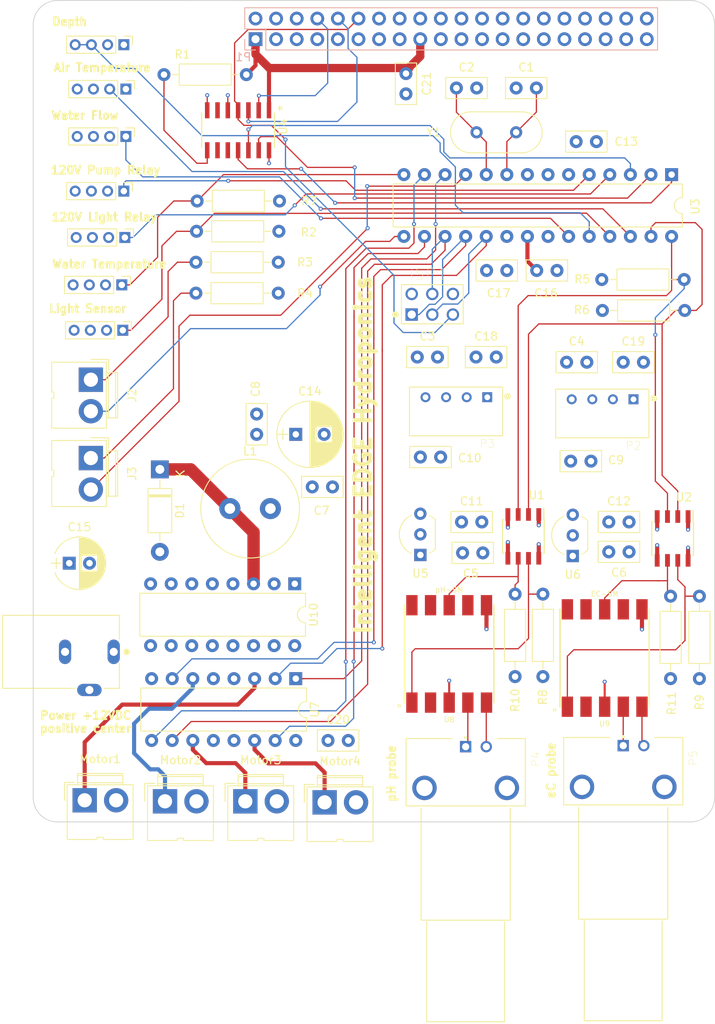
<source format=kicad_pcb>
(kicad_pcb (version 20171130) (host pcbnew "(5.0.1)-4")

  (general
    (thickness 1.6002)
    (drawings 19)
    (tracks 448)
    (zones 0)
    (modules 69)
    (nets 103)
  )

  (page A3)
  (title_block
    (date "15 nov 2012")
  )

  (layers
    (0 F.Cu signal)
    (1 gnd power hide)
    (2 power power hide)
    (31 B.Cu signal)
    (34 B.Paste user)
    (35 F.Paste user)
    (36 B.SilkS user)
    (37 F.SilkS user)
    (38 B.Mask user)
    (39 F.Mask user hide)
    (40 Dwgs.User user)
    (41 Cmts.User user)
    (42 Eco1.User user)
    (43 Eco2.User user)
    (44 Edge.Cuts user)
    (45 Margin user)
    (46 B.CrtYd user hide)
    (47 F.CrtYd user hide)
    (48 B.Fab user hide)
    (49 F.Fab user hide)
  )

  (setup
    (last_trace_width 0.1524)
    (user_trace_width 0.254)
    (user_trace_width 0.508)
    (user_trace_width 0.762)
    (user_trace_width 1.016)
    (user_trace_width 1.27)
    (user_trace_width 1.524)
    (trace_clearance 0.1524)
    (zone_clearance 0.508)
    (zone_45_only no)
    (trace_min 0.1524)
    (segment_width 0.1)
    (edge_width 0.1)
    (via_size 0.508)
    (via_drill 0.254)
    (via_min_size 0.508)
    (via_min_drill 0.254)
    (uvia_size 0.508)
    (uvia_drill 0.254)
    (uvias_allowed no)
    (uvia_min_size 0.5)
    (uvia_min_drill 0.1)
    (pcb_text_width 0.3)
    (pcb_text_size 1 1)
    (mod_edge_width 0.15)
    (mod_text_size 1 1)
    (mod_text_width 0.15)
    (pad_size 2.7 2.7)
    (pad_drill 2.7)
    (pad_to_mask_clearance 0.0508)
    (solder_mask_min_width 0.25)
    (aux_axis_origin 200 150)
    (grid_origin 261.468 97.676)
    (visible_elements 7FFFFF7F)
    (pcbplotparams
      (layerselection 0x00030_80000001)
      (usegerberextensions true)
      (usegerberattributes false)
      (usegerberadvancedattributes false)
      (creategerberjobfile false)
      (excludeedgelayer true)
      (linewidth 0.150000)
      (plotframeref false)
      (viasonmask false)
      (mode 1)
      (useauxorigin false)
      (hpglpennumber 1)
      (hpglpenspeed 20)
      (hpglpendiameter 15.000000)
      (psnegative false)
      (psa4output false)
      (plotreference true)
      (plotvalue true)
      (plotinvisibletext false)
      (padsonsilk false)
      (subtractmaskfromsilk false)
      (outputformat 1)
      (mirror false)
      (drillshape 1)
      (scaleselection 1)
      (outputdirectory ""))
  )

  (net 0 "")
  (net 1 +3V3)
  (net 2 +5V)
  (net 3 GND)
  (net 4 /ID_SD)
  (net 5 /ID_SC)
  (net 6 /GPIO5)
  (net 7 /GPIO6)
  (net 8 /GPIO26)
  (net 9 "/GPIO2(SDA1)")
  (net 10 "/GPIO3(SCL1)")
  (net 11 "/GPIO4(GCLK)")
  (net 12 "/GPIO17(GEN0)")
  (net 13 "/GPIO27(GEN2)")
  (net 14 "/GPIO22(GEN3)")
  (net 15 "/GPIO23(GEN4)")
  (net 16 "/GPIO24(GEN5)")
  (net 17 "/GPIO25(GEN6)")
  (net 18 "/GPIO10(SPI0_MOSI)")
  (net 19 "/GPIO9(SPI0_MISO)")
  (net 20 "/GPIO11(SPI0_SCK)")
  (net 21 "/GPIO8(SPI0_CE_N)")
  (net 22 "/GPIO7(SPI1_CE_N)")
  (net 23 "/GPIO12(PWM0)")
  (net 24 "/GPIO13(PWM1)")
  (net 25 "/GPIO19(SPI1_MISO)")
  (net 26 /GPIO16)
  (net 27 "/GPIO20(SPI1_MOSI)")
  (net 28 "/GPIO21(SPI1_SCK)")
  (net 29 +12V)
  (net 30 FLOW)
  (net 31 "Net-(FlowSense1-Pad2)")
  (net 32 TX_ATMEGA)
  (net 33 RX_ATMEGA)
  (net 34 MOTOR_1_2_EN)
  (net 35 MOTOR_3_4_EN)
  (net 36 MOTOR1_GPIO)
  (net 37 MOTOR3_GPIO)
  (net 38 MOTOR1_OUT)
  (net 39 MOTOR3_OUT)
  (net 40 MOTOR2_OUT)
  (net 41 MOTOR4_OUT)
  (net 42 MOTOR2_GPIO)
  (net 43 MOTOR4_GPIO)
  (net 44 Light_V)
  (net 45 SCL)
  (net 46 SDA)
  (net 47 WaterTempData)
  (net 48 "Net-(C4-Pad1)")
  (net 49 GND_ISOPH)
  (net 50 GND_ISOEC)
  (net 51 "Net-(C1-Pad2)")
  (net 52 "Net-(C2-Pad1)")
  (net 53 Depth_V)
  (net 54 RELAY_LIGHT)
  (net 55 "Net-(WaterTemp_Connect1-Pad2)")
  (net 56 RELAY_WATER)
  (net 57 AirTemp_V)
  (net 58 LED_2)
  (net 59 LED)
  (net 60 "Net-(J3-Pad1)")
  (net 61 "Net-(J2-Pad1)")
  (net 62 "Net-(U3-Pad6)")
  (net 63 "Net-(R9-Pad2)")
  (net 64 "Net-(R8-Pad2)")
  (net 65 "Net-(R10-Pad2)")
  (net 66 "Net-(R11-Pad2)")
  (net 67 "Net-(U9-Pad10)")
  (net 68 "Net-(U9-Pad2)")
  (net 69 "Net-(U9-Pad9)")
  (net 70 "Net-(U9-Pad7)")
  (net 71 "Net-(U8-Pad7)")
  (net 72 "Net-(U8-Pad9)")
  (net 73 "Net-(U8-Pad2)")
  (net 74 "Net-(U8-Pad10)")
  (net 75 "Net-(J1-Pad3)")
  (net 76 3V3_ISOEC)
  (net 77 "Net-(C10-Pad1)")
  (net 78 3V3_ISOPH)
  (net 79 "Net-(C16-Pad1)")
  (net 80 "Net-(U10-Pad1)")
  (net 81 "Net-(U10-Pad2)")
  (net 82 "Net-(U10-Pad10)")
  (net 83 "Net-(D1-Pad1)")
  (net 84 "Net-(U10-Pad11)")
  (net 85 "Net-(U10-Pad4)")
  (net 86 "Net-(U10-Pad6)")
  (net 87 "Net-(U10-Pad14)")
  (net 88 "Net-(U10-Pad15)")
  (net 89 "Net-(U10-Pad8)")
  (net 90 "Net-(P4-Pad2)")
  (net 91 "Net-(P4-Pad1)")
  (net 92 "Net-(P5-Pad1)")
  (net 93 "Net-(P5-Pad2)")
  (net 94 "/GPIO14(TXD0)")
  (net 95 "/GPIO15(RXD0)")
  (net 96 "Net-(Photo_R_Connect1-Pad3)")
  (net 97 RESET_3V3)
  (net 98 RESET_5V)
  (net 99 "Net-(U4-Pad6)")
  (net 100 "Net-(R1-Pad1)")
  (net 101 "Net-(U4-Pad9)")
  (net 102 "Net-(U4-Pad10)")

  (net_class Default "This is the default net class."
    (clearance 0.1524)
    (trace_width 0.1524)
    (via_dia 0.508)
    (via_drill 0.254)
    (uvia_dia 0.508)
    (uvia_drill 0.254)
    (add_net +12V)
    (add_net +3V3)
    (add_net +5V)
    (add_net "/GPIO10(SPI0_MOSI)")
    (add_net "/GPIO11(SPI0_SCK)")
    (add_net "/GPIO12(PWM0)")
    (add_net "/GPIO13(PWM1)")
    (add_net "/GPIO14(TXD0)")
    (add_net "/GPIO15(RXD0)")
    (add_net /GPIO16)
    (add_net "/GPIO17(GEN0)")
    (add_net "/GPIO19(SPI1_MISO)")
    (add_net "/GPIO2(SDA1)")
    (add_net "/GPIO20(SPI1_MOSI)")
    (add_net "/GPIO21(SPI1_SCK)")
    (add_net "/GPIO22(GEN3)")
    (add_net "/GPIO23(GEN4)")
    (add_net "/GPIO24(GEN5)")
    (add_net "/GPIO25(GEN6)")
    (add_net /GPIO26)
    (add_net "/GPIO27(GEN2)")
    (add_net "/GPIO3(SCL1)")
    (add_net "/GPIO4(GCLK)")
    (add_net /GPIO5)
    (add_net /GPIO6)
    (add_net "/GPIO7(SPI1_CE_N)")
    (add_net "/GPIO8(SPI0_CE_N)")
    (add_net "/GPIO9(SPI0_MISO)")
    (add_net /ID_SC)
    (add_net /ID_SD)
    (add_net 3V3_ISOEC)
    (add_net 3V3_ISOPH)
    (add_net AirTemp_V)
    (add_net Depth_V)
    (add_net FLOW)
    (add_net GND)
    (add_net GND_ISOEC)
    (add_net GND_ISOPH)
    (add_net LED)
    (add_net LED_2)
    (add_net Light_V)
    (add_net MOTOR1_GPIO)
    (add_net MOTOR1_OUT)
    (add_net MOTOR2_GPIO)
    (add_net MOTOR2_OUT)
    (add_net MOTOR3_GPIO)
    (add_net MOTOR3_OUT)
    (add_net MOTOR4_GPIO)
    (add_net MOTOR4_OUT)
    (add_net MOTOR_1_2_EN)
    (add_net MOTOR_3_4_EN)
    (add_net "Net-(C1-Pad2)")
    (add_net "Net-(C10-Pad1)")
    (add_net "Net-(C16-Pad1)")
    (add_net "Net-(C2-Pad1)")
    (add_net "Net-(C4-Pad1)")
    (add_net "Net-(D1-Pad1)")
    (add_net "Net-(FlowSense1-Pad2)")
    (add_net "Net-(J1-Pad3)")
    (add_net "Net-(J2-Pad1)")
    (add_net "Net-(J3-Pad1)")
    (add_net "Net-(P4-Pad1)")
    (add_net "Net-(P4-Pad2)")
    (add_net "Net-(P5-Pad1)")
    (add_net "Net-(P5-Pad2)")
    (add_net "Net-(Photo_R_Connect1-Pad3)")
    (add_net "Net-(R1-Pad1)")
    (add_net "Net-(R10-Pad2)")
    (add_net "Net-(R11-Pad2)")
    (add_net "Net-(R8-Pad2)")
    (add_net "Net-(R9-Pad2)")
    (add_net "Net-(U10-Pad1)")
    (add_net "Net-(U10-Pad10)")
    (add_net "Net-(U10-Pad11)")
    (add_net "Net-(U10-Pad14)")
    (add_net "Net-(U10-Pad15)")
    (add_net "Net-(U10-Pad2)")
    (add_net "Net-(U10-Pad4)")
    (add_net "Net-(U10-Pad6)")
    (add_net "Net-(U10-Pad8)")
    (add_net "Net-(U3-Pad6)")
    (add_net "Net-(U4-Pad10)")
    (add_net "Net-(U4-Pad6)")
    (add_net "Net-(U4-Pad9)")
    (add_net "Net-(U8-Pad10)")
    (add_net "Net-(U8-Pad2)")
    (add_net "Net-(U8-Pad7)")
    (add_net "Net-(U8-Pad9)")
    (add_net "Net-(U9-Pad10)")
    (add_net "Net-(U9-Pad2)")
    (add_net "Net-(U9-Pad7)")
    (add_net "Net-(U9-Pad9)")
    (add_net "Net-(WaterTemp_Connect1-Pad2)")
    (add_net RELAY_LIGHT)
    (add_net RELAY_WATER)
    (add_net RESET_3V3)
    (add_net RESET_5V)
    (add_net RX_ATMEGA)
    (add_net SCL)
    (add_net SDA)
    (add_net TX_ATMEGA)
    (add_net WaterTempData)
  )

  (net_class Power ""
    (clearance 0.1524)
    (trace_width 0.1524)
    (via_dia 0.508)
    (via_drill 0.254)
    (uvia_dia 0.508)
    (uvia_drill 0.254)
  )

  (module TXS0104EDR:TXS0104EDR (layer F.Cu) (tedit 5C0E128E) (tstamp 5C0E0759)
    (at 206.223 109.995 270)
    (path /5C110308)
    (fp_text reference U4 (at -0.4318 -5.5372 270) (layer F.SilkS)
      (effects (font (size 1 1) (thickness 0.15)))
    )
    (fp_text value TXS0104EDR (at 0 0 270) (layer F.SilkS) hide
      (effects (font (size 1 1) (thickness 0.15)))
    )
    (fp_arc (start 0 -4.3688) (end 0.3048 -4.3688) (angle 180) (layer F.Fab) (width 0.1524))
    (fp_line (start -2.2479 4.3434) (end -3.7084 4.3434) (layer F.CrtYd) (width 0.1524))
    (fp_line (start -2.2479 4.6228) (end -2.2479 4.3434) (layer F.CrtYd) (width 0.1524))
    (fp_line (start 2.2479 4.6228) (end -2.2479 4.6228) (layer F.CrtYd) (width 0.1524))
    (fp_line (start 2.2479 4.3434) (end 2.2479 4.6228) (layer F.CrtYd) (width 0.1524))
    (fp_line (start 3.7084 4.3434) (end 2.2479 4.3434) (layer F.CrtYd) (width 0.1524))
    (fp_line (start 3.7084 -4.3434) (end 3.7084 4.3434) (layer F.CrtYd) (width 0.1524))
    (fp_line (start 2.2479 -4.3434) (end 3.7084 -4.3434) (layer F.CrtYd) (width 0.1524))
    (fp_line (start 2.2479 -4.6228) (end 2.2479 -4.3434) (layer F.CrtYd) (width 0.1524))
    (fp_line (start -2.2479 -4.6228) (end 2.2479 -4.6228) (layer F.CrtYd) (width 0.1524))
    (fp_line (start -2.2479 -4.3434) (end -2.2479 -4.6228) (layer F.CrtYd) (width 0.1524))
    (fp_line (start -3.7084 -4.3434) (end -2.2479 -4.3434) (layer F.CrtYd) (width 0.1524))
    (fp_line (start -3.7084 4.3434) (end -3.7084 -4.3434) (layer F.CrtYd) (width 0.1524))
    (fp_line (start -1.9939 -4.3688) (end -1.9939 4.3688) (layer F.Fab) (width 0.1524))
    (fp_line (start 1.9939 -4.3688) (end -1.9939 -4.3688) (layer F.Fab) (width 0.1524))
    (fp_line (start 1.9939 4.3688) (end 1.9939 -4.3688) (layer F.Fab) (width 0.1524))
    (fp_line (start -1.9939 4.3688) (end 1.9939 4.3688) (layer F.Fab) (width 0.1524))
    (fp_line (start 2.1209 -4.4958) (end -2.1209 -4.4958) (layer F.SilkS) (width 0.1524))
    (fp_line (start -2.1209 4.4958) (end 2.1209 4.4958) (layer F.SilkS) (width 0.1524))
    (fp_line (start 3.0988 -4.064) (end 1.9939 -4.064) (layer F.Fab) (width 0.1524))
    (fp_line (start 3.0988 -3.556) (end 3.0988 -4.064) (layer F.Fab) (width 0.1524))
    (fp_line (start 1.9939 -3.556) (end 3.0988 -3.556) (layer F.Fab) (width 0.1524))
    (fp_line (start 1.9939 -4.064) (end 1.9939 -3.556) (layer F.Fab) (width 0.1524))
    (fp_line (start 3.0988 -2.794) (end 1.9939 -2.794) (layer F.Fab) (width 0.1524))
    (fp_line (start 3.0988 -2.286) (end 3.0988 -2.794) (layer F.Fab) (width 0.1524))
    (fp_line (start 1.9939 -2.286) (end 3.0988 -2.286) (layer F.Fab) (width 0.1524))
    (fp_line (start 1.9939 -2.794) (end 1.9939 -2.286) (layer F.Fab) (width 0.1524))
    (fp_line (start 3.0988 -1.524) (end 1.9939 -1.524) (layer F.Fab) (width 0.1524))
    (fp_line (start 3.0988 -1.016) (end 3.0988 -1.524) (layer F.Fab) (width 0.1524))
    (fp_line (start 1.9939 -1.016) (end 3.0988 -1.016) (layer F.Fab) (width 0.1524))
    (fp_line (start 1.9939 -1.524) (end 1.9939 -1.016) (layer F.Fab) (width 0.1524))
    (fp_line (start 3.0988 -0.254) (end 1.9939 -0.254) (layer F.Fab) (width 0.1524))
    (fp_line (start 3.0988 0.254) (end 3.0988 -0.254) (layer F.Fab) (width 0.1524))
    (fp_line (start 1.9939 0.254) (end 3.0988 0.254) (layer F.Fab) (width 0.1524))
    (fp_line (start 1.9939 -0.254) (end 1.9939 0.254) (layer F.Fab) (width 0.1524))
    (fp_line (start 3.0988 1.016) (end 1.9939 1.016) (layer F.Fab) (width 0.1524))
    (fp_line (start 3.0988 1.524) (end 3.0988 1.016) (layer F.Fab) (width 0.1524))
    (fp_line (start 1.9939 1.524) (end 3.0988 1.524) (layer F.Fab) (width 0.1524))
    (fp_line (start 1.9939 1.016) (end 1.9939 1.524) (layer F.Fab) (width 0.1524))
    (fp_line (start 3.0988 2.286) (end 1.9939 2.286) (layer F.Fab) (width 0.1524))
    (fp_line (start 3.0988 2.794) (end 3.0988 2.286) (layer F.Fab) (width 0.1524))
    (fp_line (start 1.9939 2.794) (end 3.0988 2.794) (layer F.Fab) (width 0.1524))
    (fp_line (start 1.9939 2.286) (end 1.9939 2.794) (layer F.Fab) (width 0.1524))
    (fp_line (start 3.0988 3.556) (end 1.9939 3.556) (layer F.Fab) (width 0.1524))
    (fp_line (start 3.0988 4.064) (end 3.0988 3.556) (layer F.Fab) (width 0.1524))
    (fp_line (start 1.9939 4.064) (end 3.0988 4.064) (layer F.Fab) (width 0.1524))
    (fp_line (start 1.9939 3.556) (end 1.9939 4.064) (layer F.Fab) (width 0.1524))
    (fp_line (start -3.0988 4.064) (end -1.9939 4.064) (layer F.Fab) (width 0.1524))
    (fp_line (start -3.0988 3.556) (end -3.0988 4.064) (layer F.Fab) (width 0.1524))
    (fp_line (start -1.9939 3.556) (end -3.0988 3.556) (layer F.Fab) (width 0.1524))
    (fp_line (start -1.9939 4.064) (end -1.9939 3.556) (layer F.Fab) (width 0.1524))
    (fp_line (start -3.0988 2.794) (end -1.9939 2.794) (layer F.Fab) (width 0.1524))
    (fp_line (start -3.0988 2.286) (end -3.0988 2.794) (layer F.Fab) (width 0.1524))
    (fp_line (start -1.9939 2.286) (end -3.0988 2.286) (layer F.Fab) (width 0.1524))
    (fp_line (start -1.9939 2.794) (end -1.9939 2.286) (layer F.Fab) (width 0.1524))
    (fp_line (start -3.0988 1.524) (end -1.9939 1.524) (layer F.Fab) (width 0.1524))
    (fp_line (start -3.0988 1.016) (end -3.0988 1.524) (layer F.Fab) (width 0.1524))
    (fp_line (start -1.9939 1.016) (end -3.0988 1.016) (layer F.Fab) (width 0.1524))
    (fp_line (start -1.9939 1.524) (end -1.9939 1.016) (layer F.Fab) (width 0.1524))
    (fp_line (start -3.0988 0.254) (end -1.9939 0.254) (layer F.Fab) (width 0.1524))
    (fp_line (start -3.0988 -0.254) (end -3.0988 0.254) (layer F.Fab) (width 0.1524))
    (fp_line (start -1.9939 -0.254) (end -3.0988 -0.254) (layer F.Fab) (width 0.1524))
    (fp_line (start -1.9939 0.254) (end -1.9939 -0.254) (layer F.Fab) (width 0.1524))
    (fp_line (start -3.0988 -1.016) (end -1.9939 -1.016) (layer F.Fab) (width 0.1524))
    (fp_line (start -3.0988 -1.524) (end -3.0988 -1.016) (layer F.Fab) (width 0.1524))
    (fp_line (start -1.9939 -1.524) (end -3.0988 -1.524) (layer F.Fab) (width 0.1524))
    (fp_line (start -1.9939 -1.016) (end -1.9939 -1.524) (layer F.Fab) (width 0.1524))
    (fp_line (start -3.0988 -2.286) (end -1.9939 -2.286) (layer F.Fab) (width 0.1524))
    (fp_line (start -3.0988 -2.794) (end -3.0988 -2.286) (layer F.Fab) (width 0.1524))
    (fp_line (start -1.9939 -2.794) (end -3.0988 -2.794) (layer F.Fab) (width 0.1524))
    (fp_line (start -1.9939 -2.286) (end -1.9939 -2.794) (layer F.Fab) (width 0.1524))
    (fp_line (start -3.0988 -3.556) (end -1.9939 -3.556) (layer F.Fab) (width 0.1524))
    (fp_line (start -3.0988 -4.064) (end -3.0988 -3.556) (layer F.Fab) (width 0.1524))
    (fp_line (start -1.9939 -4.064) (end -3.0988 -4.064) (layer F.Fab) (width 0.1524))
    (fp_line (start -1.9939 -3.556) (end -1.9939 -4.064) (layer F.Fab) (width 0.1524))
    (fp_text user * (at -1.6129 -4.2926 270) (layer F.Fab)
      (effects (font (size 1 1) (thickness 0.15)))
    )
    (fp_text user * (at -2.7178 -5.5118 270) (layer F.SilkS)
      (effects (font (size 1 1) (thickness 0.15)))
    )
    (fp_text user "Copyright 2016 Accelerated Designs. All rights reserved." (at 0 0 270) (layer Cmts.User) hide
      (effects (font (size 0.127 0.127) (thickness 0.002)))
    )
    (pad 14 smd rect (at 2.4638 -3.81 270) (size 1.9812 0.5588) (layers F.Cu F.Paste F.Mask)
      (net 2 +5V))
    (pad 13 smd rect (at 2.4638 -2.54 270) (size 1.9812 0.5588) (layers F.Cu F.Paste F.Mask)
      (net 32 TX_ATMEGA))
    (pad 12 smd rect (at 2.4638 -1.27 270) (size 1.9812 0.5588) (layers F.Cu F.Paste F.Mask)
      (net 33 RX_ATMEGA))
    (pad 11 smd rect (at 2.4638 0 270) (size 1.9812 0.5588) (layers F.Cu F.Paste F.Mask)
      (net 98 RESET_5V))
    (pad 10 smd rect (at 2.4638 1.27 270) (size 1.9812 0.5588) (layers F.Cu F.Paste F.Mask)
      (net 102 "Net-(U4-Pad10)"))
    (pad 9 smd rect (at 2.4638 2.54 270) (size 1.9812 0.5588) (layers F.Cu F.Paste F.Mask)
      (net 101 "Net-(U4-Pad9)"))
    (pad 8 smd rect (at 2.4638 3.81 270) (size 1.9812 0.5588) (layers F.Cu F.Paste F.Mask)
      (net 100 "Net-(R1-Pad1)"))
    (pad 7 smd rect (at -2.4638 3.81 270) (size 1.9812 0.5588) (layers F.Cu F.Paste F.Mask)
      (net 3 GND))
    (pad 6 smd rect (at -2.4638 2.54 270) (size 1.9812 0.5588) (layers F.Cu F.Paste F.Mask)
      (net 99 "Net-(U4-Pad6)"))
    (pad 5 smd rect (at -2.4638 1.27 270) (size 1.9812 0.5588) (layers F.Cu F.Paste F.Mask)
      (net 3 GND))
    (pad 4 smd rect (at -2.4638 0 270) (size 1.9812 0.5588) (layers F.Cu F.Paste F.Mask)
      (net 97 RESET_3V3))
    (pad 3 smd rect (at -2.4638 -1.27 270) (size 1.9812 0.5588) (layers F.Cu F.Paste F.Mask)
      (net 95 "/GPIO15(RXD0)"))
    (pad 2 smd rect (at -2.4638 -2.54 270) (size 1.9812 0.5588) (layers F.Cu F.Paste F.Mask)
      (net 94 "/GPIO14(TXD0)"))
    (pad 1 smd rect (at -2.4638 -3.81 270) (size 1.9812 0.5588) (layers F.Cu F.Paste F.Mask)
      (net 1 +3V3))
  )

  (module Capacitors_THT:C_Disc_D5.0mm_W2.5mm_P2.50mm (layer F.Cu) (tedit 597BC7C2) (tstamp 5C0975CA)
    (at 226.924 103.01 270)
    (descr "C, Disc series, Radial, pin pitch=2.50mm, , diameter*width=5*2.5mm^2, Capacitor, http://cdn-reichelt.de/documents/datenblatt/B300/DS_KERKO_TC.pdf")
    (tags "C Disc series Radial pin pitch 2.50mm  diameter 5mm width 2.5mm Capacitor")
    (path /5C0C4D6E)
    (fp_text reference C21 (at 1.25 -2.56 270) (layer F.SilkS)
      (effects (font (size 1 1) (thickness 0.15)))
    )
    (fp_text value .1uF (at 1.25 2.56 270) (layer F.Fab)
      (effects (font (size 1 1) (thickness 0.15)))
    )
    (fp_text user %R (at 1.25 0 270) (layer F.Fab)
      (effects (font (size 1 1) (thickness 0.15)))
    )
    (fp_line (start 4.1 -1.6) (end -1.6 -1.6) (layer F.CrtYd) (width 0.05))
    (fp_line (start 4.1 1.6) (end 4.1 -1.6) (layer F.CrtYd) (width 0.05))
    (fp_line (start -1.6 1.6) (end 4.1 1.6) (layer F.CrtYd) (width 0.05))
    (fp_line (start -1.6 -1.6) (end -1.6 1.6) (layer F.CrtYd) (width 0.05))
    (fp_line (start 3.81 -1.31) (end 3.81 1.31) (layer F.SilkS) (width 0.12))
    (fp_line (start -1.31 -1.31) (end -1.31 1.31) (layer F.SilkS) (width 0.12))
    (fp_line (start -1.31 1.31) (end 3.81 1.31) (layer F.SilkS) (width 0.12))
    (fp_line (start -1.31 -1.31) (end 3.81 -1.31) (layer F.SilkS) (width 0.12))
    (fp_line (start 3.75 -1.25) (end -1.25 -1.25) (layer F.Fab) (width 0.1))
    (fp_line (start 3.75 1.25) (end 3.75 -1.25) (layer F.Fab) (width 0.1))
    (fp_line (start -1.25 1.25) (end 3.75 1.25) (layer F.Fab) (width 0.1))
    (fp_line (start -1.25 -1.25) (end -1.25 1.25) (layer F.Fab) (width 0.1))
    (pad 2 thru_hole circle (at 2.5 0 270) (size 1.6 1.6) (drill 0.8) (layers *.Cu *.Mask)
      (net 3 GND))
    (pad 1 thru_hole circle (at 0 0 270) (size 1.6 1.6) (drill 0.8) (layers *.Cu *.Mask)
      (net 1 +3V3))
    (model ${KISYS3DMOD}/Capacitors_THT.3dshapes/C_Disc_D5.0mm_W2.5mm_P2.50mm.wrl
      (at (xyz 0 0 0))
      (scale (xyz 1 1 1))
      (rotate (xyz 0 0 0))
    )
  )

  (module Capacitors_THT:C_Disc_D5.0mm_W2.5mm_P2.50mm (layer F.Cu) (tedit 597BC7C2) (tstamp 5C093FB2)
    (at 217.312 185.179)
    (descr "C, Disc series, Radial, pin pitch=2.50mm, , diameter*width=5*2.5mm^2, Capacitor, http://cdn-reichelt.de/documents/datenblatt/B300/DS_KERKO_TC.pdf")
    (tags "C Disc series Radial pin pitch 2.50mm  diameter 5mm width 2.5mm Capacitor")
    (path /5C0AE887)
    (fp_text reference C20 (at 1.25 -2.56) (layer F.SilkS)
      (effects (font (size 1 1) (thickness 0.15)))
    )
    (fp_text value .1uF (at 1.25 2.56) (layer F.Fab)
      (effects (font (size 1 1) (thickness 0.15)))
    )
    (fp_text user %R (at 1.25 0) (layer F.Fab)
      (effects (font (size 1 1) (thickness 0.15)))
    )
    (fp_line (start 4.1 -1.6) (end -1.6 -1.6) (layer F.CrtYd) (width 0.05))
    (fp_line (start 4.1 1.6) (end 4.1 -1.6) (layer F.CrtYd) (width 0.05))
    (fp_line (start -1.6 1.6) (end 4.1 1.6) (layer F.CrtYd) (width 0.05))
    (fp_line (start -1.6 -1.6) (end -1.6 1.6) (layer F.CrtYd) (width 0.05))
    (fp_line (start 3.81 -1.31) (end 3.81 1.31) (layer F.SilkS) (width 0.12))
    (fp_line (start -1.31 -1.31) (end -1.31 1.31) (layer F.SilkS) (width 0.12))
    (fp_line (start -1.31 1.31) (end 3.81 1.31) (layer F.SilkS) (width 0.12))
    (fp_line (start -1.31 -1.31) (end 3.81 -1.31) (layer F.SilkS) (width 0.12))
    (fp_line (start 3.75 -1.25) (end -1.25 -1.25) (layer F.Fab) (width 0.1))
    (fp_line (start 3.75 1.25) (end 3.75 -1.25) (layer F.Fab) (width 0.1))
    (fp_line (start -1.25 1.25) (end 3.75 1.25) (layer F.Fab) (width 0.1))
    (fp_line (start -1.25 -1.25) (end -1.25 1.25) (layer F.Fab) (width 0.1))
    (pad 2 thru_hole circle (at 2.5 0) (size 1.6 1.6) (drill 0.8) (layers *.Cu *.Mask)
      (net 3 GND))
    (pad 1 thru_hole circle (at 0 0) (size 1.6 1.6) (drill 0.8) (layers *.Cu *.Mask)
      (net 2 +5V))
    (model ${KISYS3DMOD}/Capacitors_THT.3dshapes/C_Disc_D5.0mm_W2.5mm_P2.50mm.wrl
      (at (xyz 0 0 0))
      (scale (xyz 1 1 1))
      (rotate (xyz 0 0 0))
    )
  )

  (module Pin_Headers:Pin_Header_Straight_1x04_Pitch2.00mm (layer F.Cu) (tedit 5C077A0B) (tstamp 5C079CA9)
    (at 192.126 99.454 270)
    (descr "Through hole straight pin header, 1x04, 2.00mm pitch, single row")
    (tags "Through hole pin header THT 1x04 2.00mm single row")
    (path /5BE37EBA)
    (fp_text reference Depth_Connect1 (at 0 -2.06 270) (layer F.SilkS) hide
      (effects (font (size 1 1) (thickness 0.15)))
    )
    (fp_text value Conn_01x04_MountingPin (at 0 8.06 270) (layer F.Fab)
      (effects (font (size 1 1) (thickness 0.15)))
    )
    (fp_text user %R (at 0 3) (layer F.Fab)
      (effects (font (size 1 1) (thickness 0.15)))
    )
    (fp_line (start 1.5 -1.5) (end -1.5 -1.5) (layer F.CrtYd) (width 0.05))
    (fp_line (start 1.5 7.5) (end 1.5 -1.5) (layer F.CrtYd) (width 0.05))
    (fp_line (start -1.5 7.5) (end 1.5 7.5) (layer F.CrtYd) (width 0.05))
    (fp_line (start -1.5 -1.5) (end -1.5 7.5) (layer F.CrtYd) (width 0.05))
    (fp_line (start -1.06 -1.06) (end 0 -1.06) (layer F.SilkS) (width 0.12))
    (fp_line (start -1.06 0) (end -1.06 -1.06) (layer F.SilkS) (width 0.12))
    (fp_line (start -1.06 1) (end 1.06 1) (layer F.SilkS) (width 0.12))
    (fp_line (start 1.06 1) (end 1.06 7.06) (layer F.SilkS) (width 0.12))
    (fp_line (start -1.06 1) (end -1.06 7.06) (layer F.SilkS) (width 0.12))
    (fp_line (start -1.06 7.06) (end 1.06 7.06) (layer F.SilkS) (width 0.12))
    (fp_line (start -1 -0.5) (end -0.5 -1) (layer F.Fab) (width 0.1))
    (fp_line (start -1 7) (end -1 -0.5) (layer F.Fab) (width 0.1))
    (fp_line (start 1 7) (end -1 7) (layer F.Fab) (width 0.1))
    (fp_line (start 1 -1) (end 1 7) (layer F.Fab) (width 0.1))
    (fp_line (start -0.5 -1) (end 1 -1) (layer F.Fab) (width 0.1))
    (pad 4 thru_hole oval (at 0 6 270) (size 1.35 1.35) (drill 0.8) (layers *.Cu *.Mask)
      (net 53 Depth_V))
    (pad 3 thru_hole oval (at 0 4 270) (size 1.35 1.35) (drill 0.8) (layers *.Cu *.Mask)
      (net 53 Depth_V))
    (pad 2 thru_hole oval (at 0 2 270) (size 1.35 1.35) (drill 0.8) (layers *.Cu *.Mask)
      (net 2 +5V))
    (pad 1 thru_hole rect (at 0 0 270) (size 1.35 1.35) (drill 0.8) (layers *.Cu *.Mask)
      (net 3 GND))
    (model ${KISYS3DMOD}/Pin_Headers.3dshapes/Pin_Header_Straight_1x04_Pitch2.00mm.wrl
      (at (xyz 0 0 0))
      (scale (xyz 1 1 1))
      (rotate (xyz 0 0 0))
    )
  )

  (module Pin_Headers:Pin_Header_Straight_1x04_Pitch2.00mm (layer F.Cu) (tedit 5C077A32) (tstamp 5C079C92)
    (at 191.872 129.045 270)
    (descr "Through hole straight pin header, 1x04, 2.00mm pitch, single row")
    (tags "Through hole pin header THT 1x04 2.00mm single row")
    (path /5BECA63E)
    (fp_text reference WaterTemp_Connect1 (at 0 -2.06 270) (layer F.SilkS) hide
      (effects (font (size 1 1) (thickness 0.15)))
    )
    (fp_text value Conn_01x04_MountingPin (at 0 8.06 270) (layer F.Fab)
      (effects (font (size 1 1) (thickness 0.15)))
    )
    (fp_line (start -0.5 -1) (end 1 -1) (layer F.Fab) (width 0.1))
    (fp_line (start 1 -1) (end 1 7) (layer F.Fab) (width 0.1))
    (fp_line (start 1 7) (end -1 7) (layer F.Fab) (width 0.1))
    (fp_line (start -1 7) (end -1 -0.5) (layer F.Fab) (width 0.1))
    (fp_line (start -1 -0.5) (end -0.5 -1) (layer F.Fab) (width 0.1))
    (fp_line (start -1.06 7.06) (end 1.06 7.06) (layer F.SilkS) (width 0.12))
    (fp_line (start -1.06 1) (end -1.06 7.06) (layer F.SilkS) (width 0.12))
    (fp_line (start 1.06 1) (end 1.06 7.06) (layer F.SilkS) (width 0.12))
    (fp_line (start -1.06 1) (end 1.06 1) (layer F.SilkS) (width 0.12))
    (fp_line (start -1.06 0) (end -1.06 -1.06) (layer F.SilkS) (width 0.12))
    (fp_line (start -1.06 -1.06) (end 0 -1.06) (layer F.SilkS) (width 0.12))
    (fp_line (start -1.5 -1.5) (end -1.5 7.5) (layer F.CrtYd) (width 0.05))
    (fp_line (start -1.5 7.5) (end 1.5 7.5) (layer F.CrtYd) (width 0.05))
    (fp_line (start 1.5 7.5) (end 1.5 -1.5) (layer F.CrtYd) (width 0.05))
    (fp_line (start 1.5 -1.5) (end -1.5 -1.5) (layer F.CrtYd) (width 0.05))
    (fp_text user %R (at 0 3) (layer F.Fab)
      (effects (font (size 1 1) (thickness 0.15)))
    )
    (pad 1 thru_hole rect (at 0 0 270) (size 1.35 1.35) (drill 0.8) (layers *.Cu *.Mask)
      (net 47 WaterTempData))
    (pad 2 thru_hole oval (at 0 2 270) (size 1.35 1.35) (drill 0.8) (layers *.Cu *.Mask)
      (net 55 "Net-(WaterTemp_Connect1-Pad2)"))
    (pad 3 thru_hole oval (at 0 4 270) (size 1.35 1.35) (drill 0.8) (layers *.Cu *.Mask)
      (net 2 +5V))
    (pad 4 thru_hole oval (at 0 6 270) (size 1.35 1.35) (drill 0.8) (layers *.Cu *.Mask)
      (net 3 GND))
    (model ${KISYS3DMOD}/Pin_Headers.3dshapes/Pin_Header_Straight_1x04_Pitch2.00mm.wrl
      (at (xyz 0 0 0))
      (scale (xyz 1 1 1))
      (rotate (xyz 0 0 0))
    )
  )

  (module Pin_Headers:Pin_Header_Straight_1x04_Pitch2.00mm (layer F.Cu) (tedit 5C077A27) (tstamp 5C079C7B)
    (at 192.253 123.203 270)
    (descr "Through hole straight pin header, 1x04, 2.00mm pitch, single row")
    (tags "Through hole pin header THT 1x04 2.00mm single row")
    (path /5BEBB585)
    (fp_text reference 120VRelayLight1 (at 0 -2.06 270) (layer F.SilkS) hide
      (effects (font (size 1 1) (thickness 0.15)))
    )
    (fp_text value Conn_01x04_MountingPin (at 0 8.06 270) (layer F.Fab)
      (effects (font (size 1 1) (thickness 0.15)))
    )
    (fp_text user %R (at 0 3) (layer F.Fab)
      (effects (font (size 1 1) (thickness 0.15)))
    )
    (fp_line (start 1.5 -1.5) (end -1.5 -1.5) (layer F.CrtYd) (width 0.05))
    (fp_line (start 1.5 7.5) (end 1.5 -1.5) (layer F.CrtYd) (width 0.05))
    (fp_line (start -1.5 7.5) (end 1.5 7.5) (layer F.CrtYd) (width 0.05))
    (fp_line (start -1.5 -1.5) (end -1.5 7.5) (layer F.CrtYd) (width 0.05))
    (fp_line (start -1.06 -1.06) (end 0 -1.06) (layer F.SilkS) (width 0.12))
    (fp_line (start -1.06 0) (end -1.06 -1.06) (layer F.SilkS) (width 0.12))
    (fp_line (start -1.06 1) (end 1.06 1) (layer F.SilkS) (width 0.12))
    (fp_line (start 1.06 1) (end 1.06 7.06) (layer F.SilkS) (width 0.12))
    (fp_line (start -1.06 1) (end -1.06 7.06) (layer F.SilkS) (width 0.12))
    (fp_line (start -1.06 7.06) (end 1.06 7.06) (layer F.SilkS) (width 0.12))
    (fp_line (start -1 -0.5) (end -0.5 -1) (layer F.Fab) (width 0.1))
    (fp_line (start -1 7) (end -1 -0.5) (layer F.Fab) (width 0.1))
    (fp_line (start 1 7) (end -1 7) (layer F.Fab) (width 0.1))
    (fp_line (start 1 -1) (end 1 7) (layer F.Fab) (width 0.1))
    (fp_line (start -0.5 -1) (end 1 -1) (layer F.Fab) (width 0.1))
    (pad 4 thru_hole oval (at 0 6 270) (size 1.35 1.35) (drill 0.8) (layers *.Cu *.Mask)
      (net 3 GND))
    (pad 3 thru_hole oval (at 0 4 270) (size 1.35 1.35) (drill 0.8) (layers *.Cu *.Mask)
      (net 3 GND))
    (pad 2 thru_hole oval (at 0 2 270) (size 1.35 1.35) (drill 0.8) (layers *.Cu *.Mask)
      (net 3 GND))
    (pad 1 thru_hole rect (at 0 0 270) (size 1.35 1.35) (drill 0.8) (layers *.Cu *.Mask)
      (net 54 RELAY_LIGHT))
    (model ${KISYS3DMOD}/Pin_Headers.3dshapes/Pin_Header_Straight_1x04_Pitch2.00mm.wrl
      (at (xyz 0 0 0))
      (scale (xyz 1 1 1))
      (rotate (xyz 0 0 0))
    )
  )

  (module Pin_Headers:Pin_Header_Straight_1x04_Pitch2.00mm (layer F.Cu) (tedit 5C077A39) (tstamp 5C079C64)
    (at 191.999 134.633 270)
    (descr "Through hole straight pin header, 1x04, 2.00mm pitch, single row")
    (tags "Through hole pin header THT 1x04 2.00mm single row")
    (path /5BE37F0A)
    (fp_text reference Photo_R_Connect1 (at 0 -2.06 270) (layer F.SilkS) hide
      (effects (font (size 1 1) (thickness 0.15)))
    )
    (fp_text value Conn_01x04_MountingPin (at 0 8.06 270) (layer F.Fab)
      (effects (font (size 1 1) (thickness 0.15)))
    )
    (fp_line (start -0.5 -1) (end 1 -1) (layer F.Fab) (width 0.1))
    (fp_line (start 1 -1) (end 1 7) (layer F.Fab) (width 0.1))
    (fp_line (start 1 7) (end -1 7) (layer F.Fab) (width 0.1))
    (fp_line (start -1 7) (end -1 -0.5) (layer F.Fab) (width 0.1))
    (fp_line (start -1 -0.5) (end -0.5 -1) (layer F.Fab) (width 0.1))
    (fp_line (start -1.06 7.06) (end 1.06 7.06) (layer F.SilkS) (width 0.12))
    (fp_line (start -1.06 1) (end -1.06 7.06) (layer F.SilkS) (width 0.12))
    (fp_line (start 1.06 1) (end 1.06 7.06) (layer F.SilkS) (width 0.12))
    (fp_line (start -1.06 1) (end 1.06 1) (layer F.SilkS) (width 0.12))
    (fp_line (start -1.06 0) (end -1.06 -1.06) (layer F.SilkS) (width 0.12))
    (fp_line (start -1.06 -1.06) (end 0 -1.06) (layer F.SilkS) (width 0.12))
    (fp_line (start -1.5 -1.5) (end -1.5 7.5) (layer F.CrtYd) (width 0.05))
    (fp_line (start -1.5 7.5) (end 1.5 7.5) (layer F.CrtYd) (width 0.05))
    (fp_line (start 1.5 7.5) (end 1.5 -1.5) (layer F.CrtYd) (width 0.05))
    (fp_line (start 1.5 -1.5) (end -1.5 -1.5) (layer F.CrtYd) (width 0.05))
    (fp_text user %R (at 0 3) (layer F.Fab)
      (effects (font (size 1 1) (thickness 0.15)))
    )
    (pad 1 thru_hole rect (at 0 0 270) (size 1.35 1.35) (drill 0.8) (layers *.Cu *.Mask)
      (net 44 Light_V))
    (pad 2 thru_hole oval (at 0 2 270) (size 1.35 1.35) (drill 0.8) (layers *.Cu *.Mask)
      (net 2 +5V))
    (pad 3 thru_hole oval (at 0 4 270) (size 1.35 1.35) (drill 0.8) (layers *.Cu *.Mask)
      (net 96 "Net-(Photo_R_Connect1-Pad3)"))
    (pad 4 thru_hole oval (at 0 6 270) (size 1.35 1.35) (drill 0.8) (layers *.Cu *.Mask)
      (net 3 GND))
    (model ${KISYS3DMOD}/Pin_Headers.3dshapes/Pin_Header_Straight_1x04_Pitch2.00mm.wrl
      (at (xyz 0 0 0))
      (scale (xyz 1 1 1))
      (rotate (xyz 0 0 0))
    )
  )

  (module Pin_Headers:Pin_Header_Straight_1x04_Pitch2.00mm (layer F.Cu) (tedit 5C077A1A) (tstamp 5C079C4D)
    (at 192.38 110.757 270)
    (descr "Through hole straight pin header, 1x04, 2.00mm pitch, single row")
    (tags "Through hole pin header THT 1x04 2.00mm single row")
    (path /5BED4684)
    (fp_text reference FlowSense1 (at 0 -2.06 270) (layer F.SilkS) hide
      (effects (font (size 1 1) (thickness 0.15)))
    )
    (fp_text value Conn_01x04_MountingPin (at 0 8.06 270) (layer F.Fab)
      (effects (font (size 1 1) (thickness 0.15)))
    )
    (fp_text user %R (at 0 3) (layer F.Fab)
      (effects (font (size 1 1) (thickness 0.15)))
    )
    (fp_line (start 1.5 -1.5) (end -1.5 -1.5) (layer F.CrtYd) (width 0.05))
    (fp_line (start 1.5 7.5) (end 1.5 -1.5) (layer F.CrtYd) (width 0.05))
    (fp_line (start -1.5 7.5) (end 1.5 7.5) (layer F.CrtYd) (width 0.05))
    (fp_line (start -1.5 -1.5) (end -1.5 7.5) (layer F.CrtYd) (width 0.05))
    (fp_line (start -1.06 -1.06) (end 0 -1.06) (layer F.SilkS) (width 0.12))
    (fp_line (start -1.06 0) (end -1.06 -1.06) (layer F.SilkS) (width 0.12))
    (fp_line (start -1.06 1) (end 1.06 1) (layer F.SilkS) (width 0.12))
    (fp_line (start 1.06 1) (end 1.06 7.06) (layer F.SilkS) (width 0.12))
    (fp_line (start -1.06 1) (end -1.06 7.06) (layer F.SilkS) (width 0.12))
    (fp_line (start -1.06 7.06) (end 1.06 7.06) (layer F.SilkS) (width 0.12))
    (fp_line (start -1 -0.5) (end -0.5 -1) (layer F.Fab) (width 0.1))
    (fp_line (start -1 7) (end -1 -0.5) (layer F.Fab) (width 0.1))
    (fp_line (start 1 7) (end -1 7) (layer F.Fab) (width 0.1))
    (fp_line (start 1 -1) (end 1 7) (layer F.Fab) (width 0.1))
    (fp_line (start -0.5 -1) (end 1 -1) (layer F.Fab) (width 0.1))
    (pad 4 thru_hole oval (at 0 6 270) (size 1.35 1.35) (drill 0.8) (layers *.Cu *.Mask)
      (net 3 GND))
    (pad 3 thru_hole oval (at 0 4 270) (size 1.35 1.35) (drill 0.8) (layers *.Cu *.Mask)
      (net 2 +5V))
    (pad 2 thru_hole oval (at 0 2 270) (size 1.35 1.35) (drill 0.8) (layers *.Cu *.Mask)
      (net 31 "Net-(FlowSense1-Pad2)"))
    (pad 1 thru_hole rect (at 0 0 270) (size 1.35 1.35) (drill 0.8) (layers *.Cu *.Mask)
      (net 30 FLOW))
    (model ${KISYS3DMOD}/Pin_Headers.3dshapes/Pin_Header_Straight_1x04_Pitch2.00mm.wrl
      (at (xyz 0 0 0))
      (scale (xyz 1 1 1))
      (rotate (xyz 0 0 0))
    )
  )

  (module Pin_Headers:Pin_Header_Straight_1x04_Pitch2.00mm (layer F.Cu) (tedit 5C077A21) (tstamp 5C079C36)
    (at 192.126 117.488 270)
    (descr "Through hole straight pin header, 1x04, 2.00mm pitch, single row")
    (tags "Through hole pin header THT 1x04 2.00mm single row")
    (path /5BEBB4FC)
    (fp_text reference 120VRelayWaterPump1 (at 0 -2.06 270) (layer F.SilkS) hide
      (effects (font (size 1 1) (thickness 0.15)))
    )
    (fp_text value Conn_01x04_MountingPin (at 0 8.06 270) (layer F.Fab)
      (effects (font (size 1 1) (thickness 0.15)))
    )
    (fp_line (start -0.5 -1) (end 1 -1) (layer F.Fab) (width 0.1))
    (fp_line (start 1 -1) (end 1 7) (layer F.Fab) (width 0.1))
    (fp_line (start 1 7) (end -1 7) (layer F.Fab) (width 0.1))
    (fp_line (start -1 7) (end -1 -0.5) (layer F.Fab) (width 0.1))
    (fp_line (start -1 -0.5) (end -0.5 -1) (layer F.Fab) (width 0.1))
    (fp_line (start -1.06 7.06) (end 1.06 7.06) (layer F.SilkS) (width 0.12))
    (fp_line (start -1.06 1) (end -1.06 7.06) (layer F.SilkS) (width 0.12))
    (fp_line (start 1.06 1) (end 1.06 7.06) (layer F.SilkS) (width 0.12))
    (fp_line (start -1.06 1) (end 1.06 1) (layer F.SilkS) (width 0.12))
    (fp_line (start -1.06 0) (end -1.06 -1.06) (layer F.SilkS) (width 0.12))
    (fp_line (start -1.06 -1.06) (end 0 -1.06) (layer F.SilkS) (width 0.12))
    (fp_line (start -1.5 -1.5) (end -1.5 7.5) (layer F.CrtYd) (width 0.05))
    (fp_line (start -1.5 7.5) (end 1.5 7.5) (layer F.CrtYd) (width 0.05))
    (fp_line (start 1.5 7.5) (end 1.5 -1.5) (layer F.CrtYd) (width 0.05))
    (fp_line (start 1.5 -1.5) (end -1.5 -1.5) (layer F.CrtYd) (width 0.05))
    (fp_text user %R (at 0 3) (layer F.Fab)
      (effects (font (size 1 1) (thickness 0.15)))
    )
    (pad 1 thru_hole rect (at 0 0 270) (size 1.35 1.35) (drill 0.8) (layers *.Cu *.Mask)
      (net 56 RELAY_WATER))
    (pad 2 thru_hole oval (at 0 2 270) (size 1.35 1.35) (drill 0.8) (layers *.Cu *.Mask)
      (net 3 GND))
    (pad 3 thru_hole oval (at 0 4 270) (size 1.35 1.35) (drill 0.8) (layers *.Cu *.Mask)
      (net 3 GND))
    (pad 4 thru_hole oval (at 0 6 270) (size 1.35 1.35) (drill 0.8) (layers *.Cu *.Mask)
      (net 3 GND))
    (model ${KISYS3DMOD}/Pin_Headers.3dshapes/Pin_Header_Straight_1x04_Pitch2.00mm.wrl
      (at (xyz 0 0 0))
      (scale (xyz 1 1 1))
      (rotate (xyz 0 0 0))
    )
  )

  (module Pin_Headers:Pin_Header_Straight_1x04_Pitch2.00mm (layer F.Cu) (tedit 5C077A14) (tstamp 5C079C1F)
    (at 192.38 104.915 270)
    (descr "Through hole straight pin header, 1x04, 2.00mm pitch, single row")
    (tags "Through hole pin header THT 1x04 2.00mm single row")
    (path /5BECA6B0)
    (fp_text reference AirTemp1 (at 0 -2.06 270) (layer F.SilkS) hide
      (effects (font (size 1 1) (thickness 0.15)))
    )
    (fp_text value Conn_01x04_MountingPin (at 0 8.06 270) (layer F.Fab)
      (effects (font (size 1 1) (thickness 0.15)))
    )
    (fp_text user %R (at 0 3) (layer F.Fab)
      (effects (font (size 1 1) (thickness 0.15)))
    )
    (fp_line (start 1.5 -1.5) (end -1.5 -1.5) (layer F.CrtYd) (width 0.05))
    (fp_line (start 1.5 7.5) (end 1.5 -1.5) (layer F.CrtYd) (width 0.05))
    (fp_line (start -1.5 7.5) (end 1.5 7.5) (layer F.CrtYd) (width 0.05))
    (fp_line (start -1.5 -1.5) (end -1.5 7.5) (layer F.CrtYd) (width 0.05))
    (fp_line (start -1.06 -1.06) (end 0 -1.06) (layer F.SilkS) (width 0.12))
    (fp_line (start -1.06 0) (end -1.06 -1.06) (layer F.SilkS) (width 0.12))
    (fp_line (start -1.06 1) (end 1.06 1) (layer F.SilkS) (width 0.12))
    (fp_line (start 1.06 1) (end 1.06 7.06) (layer F.SilkS) (width 0.12))
    (fp_line (start -1.06 1) (end -1.06 7.06) (layer F.SilkS) (width 0.12))
    (fp_line (start -1.06 7.06) (end 1.06 7.06) (layer F.SilkS) (width 0.12))
    (fp_line (start -1 -0.5) (end -0.5 -1) (layer F.Fab) (width 0.1))
    (fp_line (start -1 7) (end -1 -0.5) (layer F.Fab) (width 0.1))
    (fp_line (start 1 7) (end -1 7) (layer F.Fab) (width 0.1))
    (fp_line (start 1 -1) (end 1 7) (layer F.Fab) (width 0.1))
    (fp_line (start -0.5 -1) (end 1 -1) (layer F.Fab) (width 0.1))
    (pad 4 thru_hole oval (at 0 6 270) (size 1.35 1.35) (drill 0.8) (layers *.Cu *.Mask)
      (net 3 GND))
    (pad 3 thru_hole oval (at 0 4 270) (size 1.35 1.35) (drill 0.8) (layers *.Cu *.Mask)
      (net 3 GND))
    (pad 2 thru_hole oval (at 0 2 270) (size 1.35 1.35) (drill 0.8) (layers *.Cu *.Mask)
      (net 57 AirTemp_V))
    (pad 1 thru_hole rect (at 0 0 270) (size 1.35 1.35) (drill 0.8) (layers *.Cu *.Mask)
      (net 2 +5V))
    (model ${KISYS3DMOD}/Pin_Headers.3dshapes/Pin_Header_Straight_1x04_Pitch2.00mm.wrl
      (at (xyz 0 0 0))
      (scale (xyz 1 1 1))
      (rotate (xyz 0 0 0))
    )
  )

  (module FRAMATOME_67997-206HLF (layer F.Cu) (tedit 5C04CB9F) (tstamp 5C05027A)
    (at 230.1752 131.4326)
    (path /5CC19786)
    (fp_text reference ISP1 (at -0.50494 -3.70598) (layer F.SilkS)
      (effects (font (size 1.40265 1.40265) (thickness 0.05)))
    )
    (fp_text value 67997-206HLF (at 0.385255 3.69334) (layer F.SilkS) hide
      (effects (font (size 1.40089 1.40089) (thickness 0.05)))
    )
    (fp_line (start -3.81 -2.415) (end 3.81 -2.415) (layer Dwgs.User) (width 0.127))
    (fp_line (start 3.81 -2.415) (end 3.81 2.415) (layer Dwgs.User) (width 0.127))
    (fp_line (start 3.81 2.415) (end -3.81 2.415) (layer Dwgs.User) (width 0.127))
    (fp_line (start -3.81 2.415) (end -3.81 -2.415) (layer Dwgs.User) (width 0.127))
    (fp_line (start 3.81 2.415) (end -3.81 2.415) (layer F.SilkS) (width 0.127))
    (fp_line (start 3.81 -2.415) (end 3.81 2.415) (layer F.SilkS) (width 0.127))
    (fp_line (start -3.81 -2.415) (end 3.81 -2.415) (layer F.SilkS) (width 0.127))
    (fp_line (start -3.81 2.415) (end -3.81 -2.415) (layer F.SilkS) (width 0.127))
    (fp_line (start -4.06 -2.665) (end 4.06 -2.665) (layer Eco1.User) (width 0.05))
    (fp_line (start 4.06 -2.665) (end 4.06 2.665) (layer Eco1.User) (width 0.05))
    (fp_line (start -4.06 2.665) (end -4.06 -2.665) (layer Eco1.User) (width 0.05))
    (fp_line (start 4.06 2.665) (end -4.06 2.665) (layer Eco1.User) (width 0.05))
    (fp_circle (center -2.54 1.27) (end -2.34 1.27) (layer Dwgs.User) (width 0.4))
    (fp_circle (center -4.54 1.27) (end -4.34 1.27) (layer F.SilkS) (width 0.4))
    (pad 1 thru_hole rect (at -2.54 1.27) (size 1.53 1.53) (drill 1.02) (layers *.Cu *.Mask)
      (net 42 MOTOR2_GPIO))
    (pad 2 thru_hole circle (at -2.54 -1.27) (size 1.53 1.53) (drill 1.02) (layers *.Cu *.Mask)
      (net 2 +5V))
    (pad 3 thru_hole circle (at 0 1.27) (size 1.53 1.53) (drill 1.02) (layers *.Cu *.Mask)
      (net 36 MOTOR1_GPIO))
    (pad 4 thru_hole circle (at 0 -1.27) (size 1.53 1.53) (drill 1.02) (layers *.Cu *.Mask)
      (net 37 MOTOR3_GPIO))
    (pad 5 thru_hole circle (at 2.54 1.27) (size 1.53 1.53) (drill 1.02) (layers *.Cu *.Mask)
      (net 97 RESET_3V3))
    (pad 6 thru_hole circle (at 2.54 -1.27) (size 1.53 1.53) (drill 1.02) (layers *.Cu *.Mask)
      (net 3 GND))
  )

  (module 1-1634612-0:TE_1-1634612-0 (layer F.Cu) (tedit 5C08B7F5) (tstamp 5C0137A6)
    (at 234.29 185.941 270)
    (path /5C3B5293/5C410BCC)
    (fp_text reference P4 (at 1.54307 -8.65221 270) (layer F.SilkS)
      (effects (font (size 1.00199 1.00199) (thickness 0.05)))
    )
    (fp_text value BNC (at 2.1787 8.62968 270) (layer F.SilkS) hide
      (effects (font (size 1.0017 1.0017) (thickness 0.05)))
    )
    (fp_line (start -1.25 -7.6) (end -1.25 7.6) (layer Eco1.User) (width 0.05))
    (fp_line (start 7.55 -7.6) (end -1.25 -7.6) (layer Eco1.User) (width 0.05))
    (fp_line (start 7.55 -5.75) (end 7.55 -7.6) (layer Eco1.User) (width 0.05))
    (fp_line (start 34.15 -5.75) (end 7.55 -5.75) (layer Eco1.User) (width 0.05))
    (fp_line (start 34.15 5.75) (end 34.15 -5.75) (layer Eco1.User) (width 0.05))
    (fp_line (start 7.55 5.75) (end 34.15 5.75) (layer Eco1.User) (width 0.05))
    (fp_line (start 7.55 7.6) (end 7.55 5.75) (layer Eco1.User) (width 0.05))
    (fp_line (start -1.25 7.6) (end 7.55 7.6) (layer Eco1.User) (width 0.05))
    (fp_circle (center -1.1 0) (end -1 0) (layer F.SilkS) (width 0.2))
    (fp_line (start -1 -7.35) (end -1 -3.85) (layer F.SilkS) (width 0.127))
    (fp_line (start -1 7.35) (end -1 1.65) (layer F.SilkS) (width 0.127))
    (fp_line (start 33.9 4.8) (end 21.59 4.8) (layer F.SilkS) (width 0.127))
    (fp_line (start 33.9 -4.8) (end 33.9 4.8) (layer F.SilkS) (width 0.127))
    (fp_line (start 21.59 -4.8) (end 33.9 -4.8) (layer F.SilkS) (width 0.127))
    (fp_line (start 21.38 5.5) (end 7.62 5.5) (layer F.SilkS) (width 0.127))
    (fp_line (start 21.38 -5.5) (end 21.38 5.5) (layer F.SilkS) (width 0.127))
    (fp_line (start 7.62 -5.5) (end 21.38 -5.5) (layer F.SilkS) (width 0.127))
    (fp_line (start 7.3 7.35) (end -1 7.35) (layer F.SilkS) (width 0.127))
    (fp_line (start 7.3 -7.35) (end 7.3 7.35) (layer F.SilkS) (width 0.127))
    (fp_line (start -1 -7.35) (end 7.3 -7.35) (layer F.SilkS) (width 0.127))
    (fp_line (start 33.9 4.8) (end 21.59 4.8) (layer Dwgs.User) (width 0.127))
    (fp_line (start 33.9 -4.8) (end 33.9 4.8) (layer Dwgs.User) (width 0.127))
    (fp_line (start 21.59 -4.8) (end 33.9 -4.8) (layer Dwgs.User) (width 0.127))
    (fp_line (start 21.38 5.5) (end 7.62 5.5) (layer Dwgs.User) (width 0.127))
    (fp_line (start 21.38 -5.5) (end 21.38 5.5) (layer Dwgs.User) (width 0.127))
    (fp_line (start 7.62 -5.5) (end 21.38 -5.5) (layer Dwgs.User) (width 0.127))
    (fp_line (start 7.3 7.35) (end -1 7.35) (layer Dwgs.User) (width 0.127))
    (fp_line (start 7.3 -7.35) (end 7.3 7.35) (layer Dwgs.User) (width 0.127))
    (fp_line (start -1 -7.35) (end 7.3 -7.35) (layer Dwgs.User) (width 0.127))
    (fp_line (start -1 7.35) (end -1 -7.35) (layer Dwgs.User) (width 0.127))
    (pad S2 thru_hole circle (at 5.08 5.08 180) (size 3.015 3.015) (drill 2.01) (layers *.Cu *.Mask))
    (pad S1 thru_hole circle (at 5.08 -5.08 180) (size 3.015 3.015) (drill 2.01) (layers *.Cu *.Mask))
    (pad 2 thru_hole circle (at 0 -2.54 180) (size 1.398 1.398) (drill 0.89) (layers *.Cu *.Mask)
      (net 90 "Net-(P4-Pad2)"))
    (pad 1 thru_hole rect (at 0 0 180) (size 1.398 1.398) (drill 0.89) (layers *.Cu *.Mask)
      (net 91 "Net-(P4-Pad1)"))
  )

  (module 1-1634612-0:TE_1-1634612-0 (layer F.Cu) (tedit 5C08B801) (tstamp 5C02ED0D)
    (at 253.721 185.814 270)
    (path /5C3B5293/5C410BD3)
    (fp_text reference P5 (at 1.54307 -8.65221 270) (layer F.SilkS)
      (effects (font (size 1.00199 1.00199) (thickness 0.05)))
    )
    (fp_text value BNC (at 2.1787 8.62968 270) (layer F.SilkS) hide
      (effects (font (size 1.0017 1.0017) (thickness 0.05)))
    )
    (fp_line (start -1 7.35) (end -1 -7.35) (layer Dwgs.User) (width 0.127))
    (fp_line (start -1 -7.35) (end 7.3 -7.35) (layer Dwgs.User) (width 0.127))
    (fp_line (start 7.3 -7.35) (end 7.3 7.35) (layer Dwgs.User) (width 0.127))
    (fp_line (start 7.3 7.35) (end -1 7.35) (layer Dwgs.User) (width 0.127))
    (fp_line (start 7.62 -5.5) (end 21.38 -5.5) (layer Dwgs.User) (width 0.127))
    (fp_line (start 21.38 -5.5) (end 21.38 5.5) (layer Dwgs.User) (width 0.127))
    (fp_line (start 21.38 5.5) (end 7.62 5.5) (layer Dwgs.User) (width 0.127))
    (fp_line (start 21.59 -4.8) (end 33.9 -4.8) (layer Dwgs.User) (width 0.127))
    (fp_line (start 33.9 -4.8) (end 33.9 4.8) (layer Dwgs.User) (width 0.127))
    (fp_line (start 33.9 4.8) (end 21.59 4.8) (layer Dwgs.User) (width 0.127))
    (fp_line (start -1 -7.35) (end 7.3 -7.35) (layer F.SilkS) (width 0.127))
    (fp_line (start 7.3 -7.35) (end 7.3 7.35) (layer F.SilkS) (width 0.127))
    (fp_line (start 7.3 7.35) (end -1 7.35) (layer F.SilkS) (width 0.127))
    (fp_line (start 7.62 -5.5) (end 21.38 -5.5) (layer F.SilkS) (width 0.127))
    (fp_line (start 21.38 -5.5) (end 21.38 5.5) (layer F.SilkS) (width 0.127))
    (fp_line (start 21.38 5.5) (end 7.62 5.5) (layer F.SilkS) (width 0.127))
    (fp_line (start 21.59 -4.8) (end 33.9 -4.8) (layer F.SilkS) (width 0.127))
    (fp_line (start 33.9 -4.8) (end 33.9 4.8) (layer F.SilkS) (width 0.127))
    (fp_line (start 33.9 4.8) (end 21.59 4.8) (layer F.SilkS) (width 0.127))
    (fp_line (start -1 7.35) (end -1 1.65) (layer F.SilkS) (width 0.127))
    (fp_line (start -1 -7.35) (end -1 -3.85) (layer F.SilkS) (width 0.127))
    (fp_circle (center -1.1 0) (end -1 0) (layer F.SilkS) (width 0.2))
    (fp_line (start -1.25 7.6) (end 7.55 7.6) (layer Eco1.User) (width 0.05))
    (fp_line (start 7.55 7.6) (end 7.55 5.75) (layer Eco1.User) (width 0.05))
    (fp_line (start 7.55 5.75) (end 34.15 5.75) (layer Eco1.User) (width 0.05))
    (fp_line (start 34.15 5.75) (end 34.15 -5.75) (layer Eco1.User) (width 0.05))
    (fp_line (start 34.15 -5.75) (end 7.55 -5.75) (layer Eco1.User) (width 0.05))
    (fp_line (start 7.55 -5.75) (end 7.55 -7.6) (layer Eco1.User) (width 0.05))
    (fp_line (start 7.55 -7.6) (end -1.25 -7.6) (layer Eco1.User) (width 0.05))
    (fp_line (start -1.25 -7.6) (end -1.25 7.6) (layer Eco1.User) (width 0.05))
    (pad 1 thru_hole rect (at 0 0 180) (size 1.398 1.398) (drill 0.89) (layers *.Cu *.Mask)
      (net 92 "Net-(P5-Pad1)"))
    (pad 2 thru_hole circle (at 0 -2.54 180) (size 1.398 1.398) (drill 0.89) (layers *.Cu *.Mask)
      (net 93 "Net-(P5-Pad2)"))
    (pad S1 thru_hole circle (at 5.08 -5.08 180) (size 3.015 3.015) (drill 2.01) (layers *.Cu *.Mask))
    (pad S2 thru_hole circle (at 5.08 5.08 180) (size 3.015 3.015) (drill 2.01) (layers *.Cu *.Mask))
  )

  (module Capacitors_THT:CP_Radial_D6.3mm_P2.50mm (layer F.Cu) (tedit 597BC7C2) (tstamp 5C0136ED)
    (at 185.395 163.335)
    (descr "CP, Radial series, Radial, pin pitch=2.50mm, , diameter=6.3mm, Electrolytic Capacitor")
    (tags "CP Radial series Radial pin pitch 2.50mm  diameter 6.3mm Electrolytic Capacitor")
    (path /5C3B5293/5CABF30E)
    (fp_text reference C15 (at 1.25 -4.46) (layer F.SilkS)
      (effects (font (size 1 1) (thickness 0.15)))
    )
    (fp_text value "100uF 25V" (at 1.25 4.46) (layer F.Fab)
      (effects (font (size 1 1) (thickness 0.15)))
    )
    (fp_text user %R (at 1.25 0) (layer F.Fab)
      (effects (font (size 1 1) (thickness 0.15)))
    )
    (fp_line (start 4.75 -3.5) (end -2.25 -3.5) (layer F.CrtYd) (width 0.05))
    (fp_line (start 4.75 3.5) (end 4.75 -3.5) (layer F.CrtYd) (width 0.05))
    (fp_line (start -2.25 3.5) (end 4.75 3.5) (layer F.CrtYd) (width 0.05))
    (fp_line (start -2.25 -3.5) (end -2.25 3.5) (layer F.CrtYd) (width 0.05))
    (fp_line (start -1.6 -0.65) (end -1.6 0.65) (layer F.SilkS) (width 0.12))
    (fp_line (start -2.2 0) (end -1 0) (layer F.SilkS) (width 0.12))
    (fp_line (start 4.451 -0.468) (end 4.451 0.468) (layer F.SilkS) (width 0.12))
    (fp_line (start 4.411 -0.676) (end 4.411 0.676) (layer F.SilkS) (width 0.12))
    (fp_line (start 4.371 -0.834) (end 4.371 0.834) (layer F.SilkS) (width 0.12))
    (fp_line (start 4.331 -0.966) (end 4.331 0.966) (layer F.SilkS) (width 0.12))
    (fp_line (start 4.291 -1.081) (end 4.291 1.081) (layer F.SilkS) (width 0.12))
    (fp_line (start 4.251 -1.184) (end 4.251 1.184) (layer F.SilkS) (width 0.12))
    (fp_line (start 4.211 -1.278) (end 4.211 1.278) (layer F.SilkS) (width 0.12))
    (fp_line (start 4.171 -1.364) (end 4.171 1.364) (layer F.SilkS) (width 0.12))
    (fp_line (start 4.131 -1.445) (end 4.131 1.445) (layer F.SilkS) (width 0.12))
    (fp_line (start 4.091 -1.52) (end 4.091 1.52) (layer F.SilkS) (width 0.12))
    (fp_line (start 4.051 -1.591) (end 4.051 1.591) (layer F.SilkS) (width 0.12))
    (fp_line (start 4.011 -1.658) (end 4.011 1.658) (layer F.SilkS) (width 0.12))
    (fp_line (start 3.971 -1.721) (end 3.971 1.721) (layer F.SilkS) (width 0.12))
    (fp_line (start 3.931 -1.781) (end 3.931 1.781) (layer F.SilkS) (width 0.12))
    (fp_line (start 3.891 -1.839) (end 3.891 1.839) (layer F.SilkS) (width 0.12))
    (fp_line (start 3.851 -1.894) (end 3.851 1.894) (layer F.SilkS) (width 0.12))
    (fp_line (start 3.811 -1.946) (end 3.811 1.946) (layer F.SilkS) (width 0.12))
    (fp_line (start 3.771 -1.997) (end 3.771 1.997) (layer F.SilkS) (width 0.12))
    (fp_line (start 3.731 -2.045) (end 3.731 2.045) (layer F.SilkS) (width 0.12))
    (fp_line (start 3.691 -2.092) (end 3.691 2.092) (layer F.SilkS) (width 0.12))
    (fp_line (start 3.651 -2.137) (end 3.651 2.137) (layer F.SilkS) (width 0.12))
    (fp_line (start 3.611 -2.18) (end 3.611 2.18) (layer F.SilkS) (width 0.12))
    (fp_line (start 3.571 -2.222) (end 3.571 2.222) (layer F.SilkS) (width 0.12))
    (fp_line (start 3.531 -2.262) (end 3.531 2.262) (layer F.SilkS) (width 0.12))
    (fp_line (start 3.491 -2.301) (end 3.491 2.301) (layer F.SilkS) (width 0.12))
    (fp_line (start 3.451 0.98) (end 3.451 2.339) (layer F.SilkS) (width 0.12))
    (fp_line (start 3.451 -2.339) (end 3.451 -0.98) (layer F.SilkS) (width 0.12))
    (fp_line (start 3.411 0.98) (end 3.411 2.375) (layer F.SilkS) (width 0.12))
    (fp_line (start 3.411 -2.375) (end 3.411 -0.98) (layer F.SilkS) (width 0.12))
    (fp_line (start 3.371 0.98) (end 3.371 2.411) (layer F.SilkS) (width 0.12))
    (fp_line (start 3.371 -2.411) (end 3.371 -0.98) (layer F.SilkS) (width 0.12))
    (fp_line (start 3.331 0.98) (end 3.331 2.445) (layer F.SilkS) (width 0.12))
    (fp_line (start 3.331 -2.445) (end 3.331 -0.98) (layer F.SilkS) (width 0.12))
    (fp_line (start 3.291 0.98) (end 3.291 2.478) (layer F.SilkS) (width 0.12))
    (fp_line (start 3.291 -2.478) (end 3.291 -0.98) (layer F.SilkS) (width 0.12))
    (fp_line (start 3.251 0.98) (end 3.251 2.51) (layer F.SilkS) (width 0.12))
    (fp_line (start 3.251 -2.51) (end 3.251 -0.98) (layer F.SilkS) (width 0.12))
    (fp_line (start 3.211 0.98) (end 3.211 2.54) (layer F.SilkS) (width 0.12))
    (fp_line (start 3.211 -2.54) (end 3.211 -0.98) (layer F.SilkS) (width 0.12))
    (fp_line (start 3.171 0.98) (end 3.171 2.57) (layer F.SilkS) (width 0.12))
    (fp_line (start 3.171 -2.57) (end 3.171 -0.98) (layer F.SilkS) (width 0.12))
    (fp_line (start 3.131 0.98) (end 3.131 2.599) (layer F.SilkS) (width 0.12))
    (fp_line (start 3.131 -2.599) (end 3.131 -0.98) (layer F.SilkS) (width 0.12))
    (fp_line (start 3.091 0.98) (end 3.091 2.627) (layer F.SilkS) (width 0.12))
    (fp_line (start 3.091 -2.627) (end 3.091 -0.98) (layer F.SilkS) (width 0.12))
    (fp_line (start 3.051 0.98) (end 3.051 2.654) (layer F.SilkS) (width 0.12))
    (fp_line (start 3.051 -2.654) (end 3.051 -0.98) (layer F.SilkS) (width 0.12))
    (fp_line (start 3.011 0.98) (end 3.011 2.681) (layer F.SilkS) (width 0.12))
    (fp_line (start 3.011 -2.681) (end 3.011 -0.98) (layer F.SilkS) (width 0.12))
    (fp_line (start 2.971 0.98) (end 2.971 2.706) (layer F.SilkS) (width 0.12))
    (fp_line (start 2.971 -2.706) (end 2.971 -0.98) (layer F.SilkS) (width 0.12))
    (fp_line (start 2.931 0.98) (end 2.931 2.731) (layer F.SilkS) (width 0.12))
    (fp_line (start 2.931 -2.731) (end 2.931 -0.98) (layer F.SilkS) (width 0.12))
    (fp_line (start 2.891 0.98) (end 2.891 2.755) (layer F.SilkS) (width 0.12))
    (fp_line (start 2.891 -2.755) (end 2.891 -0.98) (layer F.SilkS) (width 0.12))
    (fp_line (start 2.851 0.98) (end 2.851 2.778) (layer F.SilkS) (width 0.12))
    (fp_line (start 2.851 -2.778) (end 2.851 -0.98) (layer F.SilkS) (width 0.12))
    (fp_line (start 2.811 0.98) (end 2.811 2.8) (layer F.SilkS) (width 0.12))
    (fp_line (start 2.811 -2.8) (end 2.811 -0.98) (layer F.SilkS) (width 0.12))
    (fp_line (start 2.771 0.98) (end 2.771 2.822) (layer F.SilkS) (width 0.12))
    (fp_line (start 2.771 -2.822) (end 2.771 -0.98) (layer F.SilkS) (width 0.12))
    (fp_line (start 2.731 0.98) (end 2.731 2.843) (layer F.SilkS) (width 0.12))
    (fp_line (start 2.731 -2.843) (end 2.731 -0.98) (layer F.SilkS) (width 0.12))
    (fp_line (start 2.691 0.98) (end 2.691 2.863) (layer F.SilkS) (width 0.12))
    (fp_line (start 2.691 -2.863) (end 2.691 -0.98) (layer F.SilkS) (width 0.12))
    (fp_line (start 2.651 0.98) (end 2.651 2.882) (layer F.SilkS) (width 0.12))
    (fp_line (start 2.651 -2.882) (end 2.651 -0.98) (layer F.SilkS) (width 0.12))
    (fp_line (start 2.611 0.98) (end 2.611 2.901) (layer F.SilkS) (width 0.12))
    (fp_line (start 2.611 -2.901) (end 2.611 -0.98) (layer F.SilkS) (width 0.12))
    (fp_line (start 2.571 0.98) (end 2.571 2.919) (layer F.SilkS) (width 0.12))
    (fp_line (start 2.571 -2.919) (end 2.571 -0.98) (layer F.SilkS) (width 0.12))
    (fp_line (start 2.531 0.98) (end 2.531 2.937) (layer F.SilkS) (width 0.12))
    (fp_line (start 2.531 -2.937) (end 2.531 -0.98) (layer F.SilkS) (width 0.12))
    (fp_line (start 2.491 0.98) (end 2.491 2.954) (layer F.SilkS) (width 0.12))
    (fp_line (start 2.491 -2.954) (end 2.491 -0.98) (layer F.SilkS) (width 0.12))
    (fp_line (start 2.451 0.98) (end 2.451 2.97) (layer F.SilkS) (width 0.12))
    (fp_line (start 2.451 -2.97) (end 2.451 -0.98) (layer F.SilkS) (width 0.12))
    (fp_line (start 2.411 0.98) (end 2.411 2.986) (layer F.SilkS) (width 0.12))
    (fp_line (start 2.411 -2.986) (end 2.411 -0.98) (layer F.SilkS) (width 0.12))
    (fp_line (start 2.371 0.98) (end 2.371 3.001) (layer F.SilkS) (width 0.12))
    (fp_line (start 2.371 -3.001) (end 2.371 -0.98) (layer F.SilkS) (width 0.12))
    (fp_line (start 2.331 0.98) (end 2.331 3.015) (layer F.SilkS) (width 0.12))
    (fp_line (start 2.331 -3.015) (end 2.331 -0.98) (layer F.SilkS) (width 0.12))
    (fp_line (start 2.291 0.98) (end 2.291 3.029) (layer F.SilkS) (width 0.12))
    (fp_line (start 2.291 -3.029) (end 2.291 -0.98) (layer F.SilkS) (width 0.12))
    (fp_line (start 2.251 0.98) (end 2.251 3.042) (layer F.SilkS) (width 0.12))
    (fp_line (start 2.251 -3.042) (end 2.251 -0.98) (layer F.SilkS) (width 0.12))
    (fp_line (start 2.211 0.98) (end 2.211 3.055) (layer F.SilkS) (width 0.12))
    (fp_line (start 2.211 -3.055) (end 2.211 -0.98) (layer F.SilkS) (width 0.12))
    (fp_line (start 2.171 0.98) (end 2.171 3.067) (layer F.SilkS) (width 0.12))
    (fp_line (start 2.171 -3.067) (end 2.171 -0.98) (layer F.SilkS) (width 0.12))
    (fp_line (start 2.131 0.98) (end 2.131 3.079) (layer F.SilkS) (width 0.12))
    (fp_line (start 2.131 -3.079) (end 2.131 -0.98) (layer F.SilkS) (width 0.12))
    (fp_line (start 2.091 0.98) (end 2.091 3.09) (layer F.SilkS) (width 0.12))
    (fp_line (start 2.091 -3.09) (end 2.091 -0.98) (layer F.SilkS) (width 0.12))
    (fp_line (start 2.051 0.98) (end 2.051 3.1) (layer F.SilkS) (width 0.12))
    (fp_line (start 2.051 -3.1) (end 2.051 -0.98) (layer F.SilkS) (width 0.12))
    (fp_line (start 2.011 0.98) (end 2.011 3.11) (layer F.SilkS) (width 0.12))
    (fp_line (start 2.011 -3.11) (end 2.011 -0.98) (layer F.SilkS) (width 0.12))
    (fp_line (start 1.971 0.98) (end 1.971 3.119) (layer F.SilkS) (width 0.12))
    (fp_line (start 1.971 -3.119) (end 1.971 -0.98) (layer F.SilkS) (width 0.12))
    (fp_line (start 1.93 0.98) (end 1.93 3.128) (layer F.SilkS) (width 0.12))
    (fp_line (start 1.93 -3.128) (end 1.93 -0.98) (layer F.SilkS) (width 0.12))
    (fp_line (start 1.89 0.98) (end 1.89 3.137) (layer F.SilkS) (width 0.12))
    (fp_line (start 1.89 -3.137) (end 1.89 -0.98) (layer F.SilkS) (width 0.12))
    (fp_line (start 1.85 0.98) (end 1.85 3.144) (layer F.SilkS) (width 0.12))
    (fp_line (start 1.85 -3.144) (end 1.85 -0.98) (layer F.SilkS) (width 0.12))
    (fp_line (start 1.81 0.98) (end 1.81 3.152) (layer F.SilkS) (width 0.12))
    (fp_line (start 1.81 -3.152) (end 1.81 -0.98) (layer F.SilkS) (width 0.12))
    (fp_line (start 1.77 0.98) (end 1.77 3.158) (layer F.SilkS) (width 0.12))
    (fp_line (start 1.77 -3.158) (end 1.77 -0.98) (layer F.SilkS) (width 0.12))
    (fp_line (start 1.73 0.98) (end 1.73 3.165) (layer F.SilkS) (width 0.12))
    (fp_line (start 1.73 -3.165) (end 1.73 -0.98) (layer F.SilkS) (width 0.12))
    (fp_line (start 1.69 0.98) (end 1.69 3.17) (layer F.SilkS) (width 0.12))
    (fp_line (start 1.69 -3.17) (end 1.69 -0.98) (layer F.SilkS) (width 0.12))
    (fp_line (start 1.65 0.98) (end 1.65 3.176) (layer F.SilkS) (width 0.12))
    (fp_line (start 1.65 -3.176) (end 1.65 -0.98) (layer F.SilkS) (width 0.12))
    (fp_line (start 1.61 0.98) (end 1.61 3.18) (layer F.SilkS) (width 0.12))
    (fp_line (start 1.61 -3.18) (end 1.61 -0.98) (layer F.SilkS) (width 0.12))
    (fp_line (start 1.57 0.98) (end 1.57 3.185) (layer F.SilkS) (width 0.12))
    (fp_line (start 1.57 -3.185) (end 1.57 -0.98) (layer F.SilkS) (width 0.12))
    (fp_line (start 1.53 0.98) (end 1.53 3.188) (layer F.SilkS) (width 0.12))
    (fp_line (start 1.53 -3.188) (end 1.53 -0.98) (layer F.SilkS) (width 0.12))
    (fp_line (start 1.49 -3.192) (end 1.49 3.192) (layer F.SilkS) (width 0.12))
    (fp_line (start 1.45 -3.194) (end 1.45 3.194) (layer F.SilkS) (width 0.12))
    (fp_line (start 1.41 -3.197) (end 1.41 3.197) (layer F.SilkS) (width 0.12))
    (fp_line (start 1.37 -3.198) (end 1.37 3.198) (layer F.SilkS) (width 0.12))
    (fp_line (start 1.33 -3.2) (end 1.33 3.2) (layer F.SilkS) (width 0.12))
    (fp_line (start 1.29 -3.2) (end 1.29 3.2) (layer F.SilkS) (width 0.12))
    (fp_line (start 1.25 -3.2) (end 1.25 3.2) (layer F.SilkS) (width 0.12))
    (fp_line (start -1.6 -0.65) (end -1.6 0.65) (layer F.Fab) (width 0.1))
    (fp_line (start -2.2 0) (end -1 0) (layer F.Fab) (width 0.1))
    (fp_circle (center 1.25 0) (end 4.4 0) (layer F.Fab) (width 0.1))
    (fp_arc (start 1.25 0) (end 4.267482 -1.18) (angle 42.7) (layer F.SilkS) (width 0.12))
    (fp_arc (start 1.25 0) (end -1.767482 1.18) (angle -137.3) (layer F.SilkS) (width 0.12))
    (fp_arc (start 1.25 0) (end -1.767482 -1.18) (angle 137.3) (layer F.SilkS) (width 0.12))
    (pad 2 thru_hole circle (at 2.5 0) (size 1.6 1.6) (drill 0.8) (layers *.Cu *.Mask)
      (net 3 GND))
    (pad 1 thru_hole rect (at 0 0) (size 1.6 1.6) (drill 0.8) (layers *.Cu *.Mask)
      (net 29 +12V))
    (model ${KISYS3DMOD}/Capacitors_THT.3dshapes/CP_Radial_D6.3mm_P2.50mm.wrl
      (at (xyz 0 0 0))
      (scale (xyz 1 1 1))
      (rotate (xyz 0 0 0))
    )
  )

  (module Capacitors_THT:CP_Radial_D8.0mm_P3.50mm (layer F.Cu) (tedit 597BC7C2) (tstamp 5C013658)
    (at 213.335 147.46)
    (descr "CP, Radial series, Radial, pin pitch=3.50mm, , diameter=8mm, Electrolytic Capacitor")
    (tags "CP Radial series Radial pin pitch 3.50mm  diameter 8mm Electrolytic Capacitor")
    (path /5C3B5293/5CABF329)
    (fp_text reference C14 (at 1.75 -5.31) (layer F.SilkS)
      (effects (font (size 1 1) (thickness 0.15)))
    )
    (fp_text value "330uF 25V" (at 1.75 5.31) (layer F.Fab)
      (effects (font (size 1 1) (thickness 0.15)))
    )
    (fp_text user %R (at 1.75 0) (layer F.Fab)
      (effects (font (size 1 1) (thickness 0.15)))
    )
    (fp_line (start 6.1 -4.35) (end -2.6 -4.35) (layer F.CrtYd) (width 0.05))
    (fp_line (start 6.1 4.35) (end 6.1 -4.35) (layer F.CrtYd) (width 0.05))
    (fp_line (start -2.6 4.35) (end 6.1 4.35) (layer F.CrtYd) (width 0.05))
    (fp_line (start -2.6 -4.35) (end -2.6 4.35) (layer F.CrtYd) (width 0.05))
    (fp_line (start -1.6 -0.65) (end -1.6 0.65) (layer F.SilkS) (width 0.12))
    (fp_line (start -2.2 0) (end -1 0) (layer F.SilkS) (width 0.12))
    (fp_line (start 5.831 -0.246) (end 5.831 0.246) (layer F.SilkS) (width 0.12))
    (fp_line (start 5.791 -0.598) (end 5.791 0.598) (layer F.SilkS) (width 0.12))
    (fp_line (start 5.751 -0.814) (end 5.751 0.814) (layer F.SilkS) (width 0.12))
    (fp_line (start 5.711 -0.983) (end 5.711 0.983) (layer F.SilkS) (width 0.12))
    (fp_line (start 5.671 -1.127) (end 5.671 1.127) (layer F.SilkS) (width 0.12))
    (fp_line (start 5.631 -1.254) (end 5.631 1.254) (layer F.SilkS) (width 0.12))
    (fp_line (start 5.591 -1.369) (end 5.591 1.369) (layer F.SilkS) (width 0.12))
    (fp_line (start 5.551 -1.473) (end 5.551 1.473) (layer F.SilkS) (width 0.12))
    (fp_line (start 5.511 -1.57) (end 5.511 1.57) (layer F.SilkS) (width 0.12))
    (fp_line (start 5.471 -1.66) (end 5.471 1.66) (layer F.SilkS) (width 0.12))
    (fp_line (start 5.431 -1.745) (end 5.431 1.745) (layer F.SilkS) (width 0.12))
    (fp_line (start 5.391 -1.826) (end 5.391 1.826) (layer F.SilkS) (width 0.12))
    (fp_line (start 5.351 -1.902) (end 5.351 1.902) (layer F.SilkS) (width 0.12))
    (fp_line (start 5.311 -1.974) (end 5.311 1.974) (layer F.SilkS) (width 0.12))
    (fp_line (start 5.271 -2.043) (end 5.271 2.043) (layer F.SilkS) (width 0.12))
    (fp_line (start 5.231 -2.109) (end 5.231 2.109) (layer F.SilkS) (width 0.12))
    (fp_line (start 5.191 -2.173) (end 5.191 2.173) (layer F.SilkS) (width 0.12))
    (fp_line (start 5.151 -2.234) (end 5.151 2.234) (layer F.SilkS) (width 0.12))
    (fp_line (start 5.111 -2.293) (end 5.111 2.293) (layer F.SilkS) (width 0.12))
    (fp_line (start 5.071 -2.349) (end 5.071 2.349) (layer F.SilkS) (width 0.12))
    (fp_line (start 5.031 -2.404) (end 5.031 2.404) (layer F.SilkS) (width 0.12))
    (fp_line (start 4.991 -2.457) (end 4.991 2.457) (layer F.SilkS) (width 0.12))
    (fp_line (start 4.951 -2.508) (end 4.951 2.508) (layer F.SilkS) (width 0.12))
    (fp_line (start 4.911 -2.557) (end 4.911 2.557) (layer F.SilkS) (width 0.12))
    (fp_line (start 4.871 -2.605) (end 4.871 2.605) (layer F.SilkS) (width 0.12))
    (fp_line (start 4.831 -2.652) (end 4.831 2.652) (layer F.SilkS) (width 0.12))
    (fp_line (start 4.791 -2.697) (end 4.791 2.697) (layer F.SilkS) (width 0.12))
    (fp_line (start 4.751 -2.74) (end 4.751 2.74) (layer F.SilkS) (width 0.12))
    (fp_line (start 4.711 -2.783) (end 4.711 2.783) (layer F.SilkS) (width 0.12))
    (fp_line (start 4.671 -2.824) (end 4.671 2.824) (layer F.SilkS) (width 0.12))
    (fp_line (start 4.631 -2.865) (end 4.631 2.865) (layer F.SilkS) (width 0.12))
    (fp_line (start 4.591 -2.904) (end 4.591 2.904) (layer F.SilkS) (width 0.12))
    (fp_line (start 4.551 -2.942) (end 4.551 2.942) (layer F.SilkS) (width 0.12))
    (fp_line (start 4.511 -2.979) (end 4.511 2.979) (layer F.SilkS) (width 0.12))
    (fp_line (start 4.471 0.98) (end 4.471 3.015) (layer F.SilkS) (width 0.12))
    (fp_line (start 4.471 -3.015) (end 4.471 -0.98) (layer F.SilkS) (width 0.12))
    (fp_line (start 4.431 0.98) (end 4.431 3.05) (layer F.SilkS) (width 0.12))
    (fp_line (start 4.431 -3.05) (end 4.431 -0.98) (layer F.SilkS) (width 0.12))
    (fp_line (start 4.391 0.98) (end 4.391 3.084) (layer F.SilkS) (width 0.12))
    (fp_line (start 4.391 -3.084) (end 4.391 -0.98) (layer F.SilkS) (width 0.12))
    (fp_line (start 4.351 0.98) (end 4.351 3.118) (layer F.SilkS) (width 0.12))
    (fp_line (start 4.351 -3.118) (end 4.351 -0.98) (layer F.SilkS) (width 0.12))
    (fp_line (start 4.311 0.98) (end 4.311 3.15) (layer F.SilkS) (width 0.12))
    (fp_line (start 4.311 -3.15) (end 4.311 -0.98) (layer F.SilkS) (width 0.12))
    (fp_line (start 4.271 0.98) (end 4.271 3.182) (layer F.SilkS) (width 0.12))
    (fp_line (start 4.271 -3.182) (end 4.271 -0.98) (layer F.SilkS) (width 0.12))
    (fp_line (start 4.231 0.98) (end 4.231 3.213) (layer F.SilkS) (width 0.12))
    (fp_line (start 4.231 -3.213) (end 4.231 -0.98) (layer F.SilkS) (width 0.12))
    (fp_line (start 4.191 0.98) (end 4.191 3.243) (layer F.SilkS) (width 0.12))
    (fp_line (start 4.191 -3.243) (end 4.191 -0.98) (layer F.SilkS) (width 0.12))
    (fp_line (start 4.151 0.98) (end 4.151 3.272) (layer F.SilkS) (width 0.12))
    (fp_line (start 4.151 -3.272) (end 4.151 -0.98) (layer F.SilkS) (width 0.12))
    (fp_line (start 4.111 0.98) (end 4.111 3.301) (layer F.SilkS) (width 0.12))
    (fp_line (start 4.111 -3.301) (end 4.111 -0.98) (layer F.SilkS) (width 0.12))
    (fp_line (start 4.071 0.98) (end 4.071 3.329) (layer F.SilkS) (width 0.12))
    (fp_line (start 4.071 -3.329) (end 4.071 -0.98) (layer F.SilkS) (width 0.12))
    (fp_line (start 4.031 0.98) (end 4.031 3.356) (layer F.SilkS) (width 0.12))
    (fp_line (start 4.031 -3.356) (end 4.031 -0.98) (layer F.SilkS) (width 0.12))
    (fp_line (start 3.991 0.98) (end 3.991 3.383) (layer F.SilkS) (width 0.12))
    (fp_line (start 3.991 -3.383) (end 3.991 -0.98) (layer F.SilkS) (width 0.12))
    (fp_line (start 3.951 0.98) (end 3.951 3.408) (layer F.SilkS) (width 0.12))
    (fp_line (start 3.951 -3.408) (end 3.951 -0.98) (layer F.SilkS) (width 0.12))
    (fp_line (start 3.911 0.98) (end 3.911 3.434) (layer F.SilkS) (width 0.12))
    (fp_line (start 3.911 -3.434) (end 3.911 -0.98) (layer F.SilkS) (width 0.12))
    (fp_line (start 3.871 0.98) (end 3.871 3.458) (layer F.SilkS) (width 0.12))
    (fp_line (start 3.871 -3.458) (end 3.871 -0.98) (layer F.SilkS) (width 0.12))
    (fp_line (start 3.831 0.98) (end 3.831 3.482) (layer F.SilkS) (width 0.12))
    (fp_line (start 3.831 -3.482) (end 3.831 -0.98) (layer F.SilkS) (width 0.12))
    (fp_line (start 3.791 0.98) (end 3.791 3.505) (layer F.SilkS) (width 0.12))
    (fp_line (start 3.791 -3.505) (end 3.791 -0.98) (layer F.SilkS) (width 0.12))
    (fp_line (start 3.751 0.98) (end 3.751 3.528) (layer F.SilkS) (width 0.12))
    (fp_line (start 3.751 -3.528) (end 3.751 -0.98) (layer F.SilkS) (width 0.12))
    (fp_line (start 3.711 0.98) (end 3.711 3.55) (layer F.SilkS) (width 0.12))
    (fp_line (start 3.711 -3.55) (end 3.711 -0.98) (layer F.SilkS) (width 0.12))
    (fp_line (start 3.671 0.98) (end 3.671 3.572) (layer F.SilkS) (width 0.12))
    (fp_line (start 3.671 -3.572) (end 3.671 -0.98) (layer F.SilkS) (width 0.12))
    (fp_line (start 3.631 0.98) (end 3.631 3.593) (layer F.SilkS) (width 0.12))
    (fp_line (start 3.631 -3.593) (end 3.631 -0.98) (layer F.SilkS) (width 0.12))
    (fp_line (start 3.591 0.98) (end 3.591 3.613) (layer F.SilkS) (width 0.12))
    (fp_line (start 3.591 -3.613) (end 3.591 -0.98) (layer F.SilkS) (width 0.12))
    (fp_line (start 3.551 0.98) (end 3.551 3.633) (layer F.SilkS) (width 0.12))
    (fp_line (start 3.551 -3.633) (end 3.551 -0.98) (layer F.SilkS) (width 0.12))
    (fp_line (start 3.511 0.98) (end 3.511 3.652) (layer F.SilkS) (width 0.12))
    (fp_line (start 3.511 -3.652) (end 3.511 -0.98) (layer F.SilkS) (width 0.12))
    (fp_line (start 3.471 0.98) (end 3.471 3.671) (layer F.SilkS) (width 0.12))
    (fp_line (start 3.471 -3.671) (end 3.471 -0.98) (layer F.SilkS) (width 0.12))
    (fp_line (start 3.431 0.98) (end 3.431 3.69) (layer F.SilkS) (width 0.12))
    (fp_line (start 3.431 -3.69) (end 3.431 -0.98) (layer F.SilkS) (width 0.12))
    (fp_line (start 3.391 0.98) (end 3.391 3.707) (layer F.SilkS) (width 0.12))
    (fp_line (start 3.391 -3.707) (end 3.391 -0.98) (layer F.SilkS) (width 0.12))
    (fp_line (start 3.351 0.98) (end 3.351 3.725) (layer F.SilkS) (width 0.12))
    (fp_line (start 3.351 -3.725) (end 3.351 -0.98) (layer F.SilkS) (width 0.12))
    (fp_line (start 3.311 0.98) (end 3.311 3.741) (layer F.SilkS) (width 0.12))
    (fp_line (start 3.311 -3.741) (end 3.311 -0.98) (layer F.SilkS) (width 0.12))
    (fp_line (start 3.271 0.98) (end 3.271 3.758) (layer F.SilkS) (width 0.12))
    (fp_line (start 3.271 -3.758) (end 3.271 -0.98) (layer F.SilkS) (width 0.12))
    (fp_line (start 3.231 0.98) (end 3.231 3.773) (layer F.SilkS) (width 0.12))
    (fp_line (start 3.231 -3.773) (end 3.231 -0.98) (layer F.SilkS) (width 0.12))
    (fp_line (start 3.191 0.98) (end 3.191 3.789) (layer F.SilkS) (width 0.12))
    (fp_line (start 3.191 -3.789) (end 3.191 -0.98) (layer F.SilkS) (width 0.12))
    (fp_line (start 3.151 0.98) (end 3.151 3.803) (layer F.SilkS) (width 0.12))
    (fp_line (start 3.151 -3.803) (end 3.151 -0.98) (layer F.SilkS) (width 0.12))
    (fp_line (start 3.111 0.98) (end 3.111 3.818) (layer F.SilkS) (width 0.12))
    (fp_line (start 3.111 -3.818) (end 3.111 -0.98) (layer F.SilkS) (width 0.12))
    (fp_line (start 3.071 0.98) (end 3.071 3.832) (layer F.SilkS) (width 0.12))
    (fp_line (start 3.071 -3.832) (end 3.071 -0.98) (layer F.SilkS) (width 0.12))
    (fp_line (start 3.031 0.98) (end 3.031 3.845) (layer F.SilkS) (width 0.12))
    (fp_line (start 3.031 -3.845) (end 3.031 -0.98) (layer F.SilkS) (width 0.12))
    (fp_line (start 2.991 0.98) (end 2.991 3.858) (layer F.SilkS) (width 0.12))
    (fp_line (start 2.991 -3.858) (end 2.991 -0.98) (layer F.SilkS) (width 0.12))
    (fp_line (start 2.951 0.98) (end 2.951 3.87) (layer F.SilkS) (width 0.12))
    (fp_line (start 2.951 -3.87) (end 2.951 -0.98) (layer F.SilkS) (width 0.12))
    (fp_line (start 2.911 0.98) (end 2.911 3.883) (layer F.SilkS) (width 0.12))
    (fp_line (start 2.911 -3.883) (end 2.911 -0.98) (layer F.SilkS) (width 0.12))
    (fp_line (start 2.871 0.98) (end 2.871 3.894) (layer F.SilkS) (width 0.12))
    (fp_line (start 2.871 -3.894) (end 2.871 -0.98) (layer F.SilkS) (width 0.12))
    (fp_line (start 2.831 0.98) (end 2.831 3.905) (layer F.SilkS) (width 0.12))
    (fp_line (start 2.831 -3.905) (end 2.831 -0.98) (layer F.SilkS) (width 0.12))
    (fp_line (start 2.791 0.98) (end 2.791 3.916) (layer F.SilkS) (width 0.12))
    (fp_line (start 2.791 -3.916) (end 2.791 -0.98) (layer F.SilkS) (width 0.12))
    (fp_line (start 2.751 0.98) (end 2.751 3.926) (layer F.SilkS) (width 0.12))
    (fp_line (start 2.751 -3.926) (end 2.751 -0.98) (layer F.SilkS) (width 0.12))
    (fp_line (start 2.711 0.98) (end 2.711 3.936) (layer F.SilkS) (width 0.12))
    (fp_line (start 2.711 -3.936) (end 2.711 -0.98) (layer F.SilkS) (width 0.12))
    (fp_line (start 2.671 0.98) (end 2.671 3.946) (layer F.SilkS) (width 0.12))
    (fp_line (start 2.671 -3.946) (end 2.671 -0.98) (layer F.SilkS) (width 0.12))
    (fp_line (start 2.631 0.98) (end 2.631 3.955) (layer F.SilkS) (width 0.12))
    (fp_line (start 2.631 -3.955) (end 2.631 -0.98) (layer F.SilkS) (width 0.12))
    (fp_line (start 2.591 0.98) (end 2.591 3.963) (layer F.SilkS) (width 0.12))
    (fp_line (start 2.591 -3.963) (end 2.591 -0.98) (layer F.SilkS) (width 0.12))
    (fp_line (start 2.551 0.98) (end 2.551 3.971) (layer F.SilkS) (width 0.12))
    (fp_line (start 2.551 -3.971) (end 2.551 -0.98) (layer F.SilkS) (width 0.12))
    (fp_line (start 2.511 -3.979) (end 2.511 3.979) (layer F.SilkS) (width 0.12))
    (fp_line (start 2.471 -3.987) (end 2.471 3.987) (layer F.SilkS) (width 0.12))
    (fp_line (start 2.43 -3.994) (end 2.43 3.994) (layer F.SilkS) (width 0.12))
    (fp_line (start 2.39 -4) (end 2.39 4) (layer F.SilkS) (width 0.12))
    (fp_line (start 2.35 -4.006) (end 2.35 4.006) (layer F.SilkS) (width 0.12))
    (fp_line (start 2.31 -4.012) (end 2.31 4.012) (layer F.SilkS) (width 0.12))
    (fp_line (start 2.27 -4.017) (end 2.27 4.017) (layer F.SilkS) (width 0.12))
    (fp_line (start 2.23 -4.022) (end 2.23 4.022) (layer F.SilkS) (width 0.12))
    (fp_line (start 2.19 -4.027) (end 2.19 4.027) (layer F.SilkS) (width 0.12))
    (fp_line (start 2.15 -4.031) (end 2.15 4.031) (layer F.SilkS) (width 0.12))
    (fp_line (start 2.11 -4.035) (end 2.11 4.035) (layer F.SilkS) (width 0.12))
    (fp_line (start 2.07 -4.038) (end 2.07 4.038) (layer F.SilkS) (width 0.12))
    (fp_line (start 2.03 -4.041) (end 2.03 4.041) (layer F.SilkS) (width 0.12))
    (fp_line (start 1.99 -4.043) (end 1.99 4.043) (layer F.SilkS) (width 0.12))
    (fp_line (start 1.95 -4.046) (end 1.95 4.046) (layer F.SilkS) (width 0.12))
    (fp_line (start 1.91 -4.047) (end 1.91 4.047) (layer F.SilkS) (width 0.12))
    (fp_line (start 1.87 -4.049) (end 1.87 4.049) (layer F.SilkS) (width 0.12))
    (fp_line (start 1.83 -4.05) (end 1.83 4.05) (layer F.SilkS) (width 0.12))
    (fp_line (start 1.79 -4.05) (end 1.79 4.05) (layer F.SilkS) (width 0.12))
    (fp_line (start 1.75 -4.05) (end 1.75 4.05) (layer F.SilkS) (width 0.12))
    (fp_line (start -1.6 -0.65) (end -1.6 0.65) (layer F.Fab) (width 0.1))
    (fp_line (start -2.2 0) (end -1 0) (layer F.Fab) (width 0.1))
    (fp_circle (center 1.75 0) (end 5.84 0) (layer F.SilkS) (width 0.12))
    (fp_circle (center 1.75 0) (end 5.75 0) (layer F.Fab) (width 0.1))
    (pad 2 thru_hole circle (at 3.5 0) (size 1.6 1.6) (drill 0.8) (layers *.Cu *.Mask)
      (net 3 GND))
    (pad 1 thru_hole rect (at 0 0) (size 1.6 1.6) (drill 0.8) (layers *.Cu *.Mask)
      (net 2 +5V))
    (model ${KISYS3DMOD}/Capacitors_THT.3dshapes/CP_Radial_D8.0mm_P3.50mm.wrl
      (at (xyz 0 0 0))
      (scale (xyz 1 1 1))
      (rotate (xyz 0 0 0))
    )
  )

  (module Capacitors_THT:C_Disc_D5.0mm_W2.5mm_P2.50mm (layer F.Cu) (tedit 597BC7C2) (tstamp 5C0135AF)
    (at 247.244 150.762)
    (descr "C, Disc series, Radial, pin pitch=2.50mm, , diameter*width=5*2.5mm^2, Capacitor, http://cdn-reichelt.de/documents/datenblatt/B300/DS_KERKO_TC.pdf")
    (tags "C Disc series Radial pin pitch 2.50mm  diameter 5mm width 2.5mm Capacitor")
    (path /5C3B5293/5C7EF27C)
    (fp_text reference C9 (at 5.588 -0.127) (layer F.SilkS)
      (effects (font (size 1 1) (thickness 0.15)))
    )
    (fp_text value .1uF (at 1.25 2.56) (layer F.Fab)
      (effects (font (size 1 1) (thickness 0.15)))
    )
    (fp_text user %R (at 1.25 0) (layer F.Fab)
      (effects (font (size 1 1) (thickness 0.15)))
    )
    (fp_line (start 4.1 -1.6) (end -1.6 -1.6) (layer F.CrtYd) (width 0.05))
    (fp_line (start 4.1 1.6) (end 4.1 -1.6) (layer F.CrtYd) (width 0.05))
    (fp_line (start -1.6 1.6) (end 4.1 1.6) (layer F.CrtYd) (width 0.05))
    (fp_line (start -1.6 -1.6) (end -1.6 1.6) (layer F.CrtYd) (width 0.05))
    (fp_line (start 3.81 -1.31) (end 3.81 1.31) (layer F.SilkS) (width 0.12))
    (fp_line (start -1.31 -1.31) (end -1.31 1.31) (layer F.SilkS) (width 0.12))
    (fp_line (start -1.31 1.31) (end 3.81 1.31) (layer F.SilkS) (width 0.12))
    (fp_line (start -1.31 -1.31) (end 3.81 -1.31) (layer F.SilkS) (width 0.12))
    (fp_line (start 3.75 -1.25) (end -1.25 -1.25) (layer F.Fab) (width 0.1))
    (fp_line (start 3.75 1.25) (end 3.75 -1.25) (layer F.Fab) (width 0.1))
    (fp_line (start -1.25 1.25) (end 3.75 1.25) (layer F.Fab) (width 0.1))
    (fp_line (start -1.25 -1.25) (end -1.25 1.25) (layer F.Fab) (width 0.1))
    (pad 2 thru_hole circle (at 2.5 0) (size 1.6 1.6) (drill 0.8) (layers *.Cu *.Mask)
      (net 50 GND_ISOEC))
    (pad 1 thru_hole circle (at 0 0) (size 1.6 1.6) (drill 0.8) (layers *.Cu *.Mask)
      (net 48 "Net-(C4-Pad1)"))
    (model ${KISYS3DMOD}/Capacitors_THT.3dshapes/C_Disc_D5.0mm_W2.5mm_P2.50mm.wrl
      (at (xyz 0 0 0))
      (scale (xyz 1 1 1))
      (rotate (xyz 0 0 0))
    )
  )

  (module Capacitors_THT:C_Disc_D5.0mm_W2.5mm_P2.50mm (layer F.Cu) (tedit 597BC7C2) (tstamp 5C01358A)
    (at 228.702 150.254)
    (descr "C, Disc series, Radial, pin pitch=2.50mm, , diameter*width=5*2.5mm^2, Capacitor, http://cdn-reichelt.de/documents/datenblatt/B300/DS_KERKO_TC.pdf")
    (tags "C Disc series Radial pin pitch 2.50mm  diameter 5mm width 2.5mm Capacitor")
    (path /5C3B5293/5C7EF205)
    (fp_text reference C10 (at 6.096 0.127) (layer F.SilkS)
      (effects (font (size 1 1) (thickness 0.15)))
    )
    (fp_text value .1uF (at 1.25 2.56) (layer F.Fab)
      (effects (font (size 1 1) (thickness 0.15)))
    )
    (fp_line (start -1.25 -1.25) (end -1.25 1.25) (layer F.Fab) (width 0.1))
    (fp_line (start -1.25 1.25) (end 3.75 1.25) (layer F.Fab) (width 0.1))
    (fp_line (start 3.75 1.25) (end 3.75 -1.25) (layer F.Fab) (width 0.1))
    (fp_line (start 3.75 -1.25) (end -1.25 -1.25) (layer F.Fab) (width 0.1))
    (fp_line (start -1.31 -1.31) (end 3.81 -1.31) (layer F.SilkS) (width 0.12))
    (fp_line (start -1.31 1.31) (end 3.81 1.31) (layer F.SilkS) (width 0.12))
    (fp_line (start -1.31 -1.31) (end -1.31 1.31) (layer F.SilkS) (width 0.12))
    (fp_line (start 3.81 -1.31) (end 3.81 1.31) (layer F.SilkS) (width 0.12))
    (fp_line (start -1.6 -1.6) (end -1.6 1.6) (layer F.CrtYd) (width 0.05))
    (fp_line (start -1.6 1.6) (end 4.1 1.6) (layer F.CrtYd) (width 0.05))
    (fp_line (start 4.1 1.6) (end 4.1 -1.6) (layer F.CrtYd) (width 0.05))
    (fp_line (start 4.1 -1.6) (end -1.6 -1.6) (layer F.CrtYd) (width 0.05))
    (fp_text user %R (at 1.25 0) (layer F.Fab)
      (effects (font (size 1 1) (thickness 0.15)))
    )
    (pad 1 thru_hole circle (at 0 0) (size 1.6 1.6) (drill 0.8) (layers *.Cu *.Mask)
      (net 77 "Net-(C10-Pad1)"))
    (pad 2 thru_hole circle (at 2.5 0) (size 1.6 1.6) (drill 0.8) (layers *.Cu *.Mask)
      (net 49 GND_ISOPH))
    (model ${KISYS3DMOD}/Capacitors_THT.3dshapes/C_Disc_D5.0mm_W2.5mm_P2.50mm.wrl
      (at (xyz 0 0 0))
      (scale (xyz 1 1 1))
      (rotate (xyz 0 0 0))
    )
  )

  (module Capacitors_THT:C_Disc_D5.0mm_W2.5mm_P2.50mm (layer F.Cu) (tedit 597BC7C2) (tstamp 5C02F466)
    (at 251.943 158.255)
    (descr "C, Disc series, Radial, pin pitch=2.50mm, , diameter*width=5*2.5mm^2, Capacitor, http://cdn-reichelt.de/documents/datenblatt/B300/DS_KERKO_TC.pdf")
    (tags "C Disc series Radial pin pitch 2.50mm  diameter 5mm width 2.5mm Capacitor")
    (path /5C3B5293/5C7DC919)
    (fp_text reference C12 (at 1.25 -2.56) (layer F.SilkS)
      (effects (font (size 1 1) (thickness 0.15)))
    )
    (fp_text value .1uF (at 1.25 2.56) (layer F.Fab)
      (effects (font (size 1 1) (thickness 0.15)))
    )
    (fp_text user %R (at 1.25 0) (layer F.Fab)
      (effects (font (size 1 1) (thickness 0.15)))
    )
    (fp_line (start 4.1 -1.6) (end -1.6 -1.6) (layer F.CrtYd) (width 0.05))
    (fp_line (start 4.1 1.6) (end 4.1 -1.6) (layer F.CrtYd) (width 0.05))
    (fp_line (start -1.6 1.6) (end 4.1 1.6) (layer F.CrtYd) (width 0.05))
    (fp_line (start -1.6 -1.6) (end -1.6 1.6) (layer F.CrtYd) (width 0.05))
    (fp_line (start 3.81 -1.31) (end 3.81 1.31) (layer F.SilkS) (width 0.12))
    (fp_line (start -1.31 -1.31) (end -1.31 1.31) (layer F.SilkS) (width 0.12))
    (fp_line (start -1.31 1.31) (end 3.81 1.31) (layer F.SilkS) (width 0.12))
    (fp_line (start -1.31 -1.31) (end 3.81 -1.31) (layer F.SilkS) (width 0.12))
    (fp_line (start 3.75 -1.25) (end -1.25 -1.25) (layer F.Fab) (width 0.1))
    (fp_line (start 3.75 1.25) (end 3.75 -1.25) (layer F.Fab) (width 0.1))
    (fp_line (start -1.25 1.25) (end 3.75 1.25) (layer F.Fab) (width 0.1))
    (fp_line (start -1.25 -1.25) (end -1.25 1.25) (layer F.Fab) (width 0.1))
    (pad 2 thru_hole circle (at 2.5 0) (size 1.6 1.6) (drill 0.8) (layers *.Cu *.Mask)
      (net 50 GND_ISOEC))
    (pad 1 thru_hole circle (at 0 0) (size 1.6 1.6) (drill 0.8) (layers *.Cu *.Mask)
      (net 76 3V3_ISOEC))
    (model ${KISYS3DMOD}/Capacitors_THT.3dshapes/C_Disc_D5.0mm_W2.5mm_P2.50mm.wrl
      (at (xyz 0 0 0))
      (scale (xyz 1 1 1))
      (rotate (xyz 0 0 0))
    )
  )

  (module Capacitors_THT:C_Disc_D5.0mm_W2.5mm_P2.50mm (layer F.Cu) (tedit 597BC7C2) (tstamp 5C013564)
    (at 250.419 111.392 180)
    (descr "C, Disc series, Radial, pin pitch=2.50mm, , diameter*width=5*2.5mm^2, Capacitor, http://cdn-reichelt.de/documents/datenblatt/B300/DS_KERKO_TC.pdf")
    (tags "C Disc series Radial pin pitch 2.50mm  diameter 5mm width 2.5mm Capacitor")
    (path /5CA40006)
    (fp_text reference C13 (at -3.683 0 180) (layer F.SilkS)
      (effects (font (size 1 1) (thickness 0.15)))
    )
    (fp_text value .1uF (at 1.25 2.56 180) (layer F.Fab)
      (effects (font (size 1 1) (thickness 0.15)))
    )
    (fp_line (start -1.25 -1.25) (end -1.25 1.25) (layer F.Fab) (width 0.1))
    (fp_line (start -1.25 1.25) (end 3.75 1.25) (layer F.Fab) (width 0.1))
    (fp_line (start 3.75 1.25) (end 3.75 -1.25) (layer F.Fab) (width 0.1))
    (fp_line (start 3.75 -1.25) (end -1.25 -1.25) (layer F.Fab) (width 0.1))
    (fp_line (start -1.31 -1.31) (end 3.81 -1.31) (layer F.SilkS) (width 0.12))
    (fp_line (start -1.31 1.31) (end 3.81 1.31) (layer F.SilkS) (width 0.12))
    (fp_line (start -1.31 -1.31) (end -1.31 1.31) (layer F.SilkS) (width 0.12))
    (fp_line (start 3.81 -1.31) (end 3.81 1.31) (layer F.SilkS) (width 0.12))
    (fp_line (start -1.6 -1.6) (end -1.6 1.6) (layer F.CrtYd) (width 0.05))
    (fp_line (start -1.6 1.6) (end 4.1 1.6) (layer F.CrtYd) (width 0.05))
    (fp_line (start 4.1 1.6) (end 4.1 -1.6) (layer F.CrtYd) (width 0.05))
    (fp_line (start 4.1 -1.6) (end -1.6 -1.6) (layer F.CrtYd) (width 0.05))
    (fp_text user %R (at 1.25 0 180) (layer F.Fab)
      (effects (font (size 1 1) (thickness 0.15)))
    )
    (pad 1 thru_hole circle (at 0 0 180) (size 1.6 1.6) (drill 0.8) (layers *.Cu *.Mask)
      (net 2 +5V))
    (pad 2 thru_hole circle (at 2.5 0 180) (size 1.6 1.6) (drill 0.8) (layers *.Cu *.Mask)
      (net 3 GND))
    (model ${KISYS3DMOD}/Capacitors_THT.3dshapes/C_Disc_D5.0mm_W2.5mm_P2.50mm.wrl
      (at (xyz 0 0 0))
      (scale (xyz 1 1 1))
      (rotate (xyz 0 0 0))
    )
  )

  (module Capacitors_THT:C_Disc_D5.0mm_W2.5mm_P2.50mm (layer F.Cu) (tedit 597BC7C2) (tstamp 5C013551)
    (at 243.053 127.267)
    (descr "C, Disc series, Radial, pin pitch=2.50mm, , diameter*width=5*2.5mm^2, Capacitor, http://cdn-reichelt.de/documents/datenblatt/B300/DS_KERKO_TC.pdf")
    (tags "C Disc series Radial pin pitch 2.50mm  diameter 5mm width 2.5mm Capacitor")
    (path /5C9E1AE6)
    (fp_text reference C16 (at 1.143 2.794) (layer F.SilkS)
      (effects (font (size 1 1) (thickness 0.15)))
    )
    (fp_text value .1uF (at 1.25 2.56) (layer F.Fab)
      (effects (font (size 1 1) (thickness 0.15)))
    )
    (fp_text user %R (at 1.25 0) (layer F.Fab)
      (effects (font (size 1 1) (thickness 0.15)))
    )
    (fp_line (start 4.1 -1.6) (end -1.6 -1.6) (layer F.CrtYd) (width 0.05))
    (fp_line (start 4.1 1.6) (end 4.1 -1.6) (layer F.CrtYd) (width 0.05))
    (fp_line (start -1.6 1.6) (end 4.1 1.6) (layer F.CrtYd) (width 0.05))
    (fp_line (start -1.6 -1.6) (end -1.6 1.6) (layer F.CrtYd) (width 0.05))
    (fp_line (start 3.81 -1.31) (end 3.81 1.31) (layer F.SilkS) (width 0.12))
    (fp_line (start -1.31 -1.31) (end -1.31 1.31) (layer F.SilkS) (width 0.12))
    (fp_line (start -1.31 1.31) (end 3.81 1.31) (layer F.SilkS) (width 0.12))
    (fp_line (start -1.31 -1.31) (end 3.81 -1.31) (layer F.SilkS) (width 0.12))
    (fp_line (start 3.75 -1.25) (end -1.25 -1.25) (layer F.Fab) (width 0.1))
    (fp_line (start 3.75 1.25) (end 3.75 -1.25) (layer F.Fab) (width 0.1))
    (fp_line (start -1.25 1.25) (end 3.75 1.25) (layer F.Fab) (width 0.1))
    (fp_line (start -1.25 -1.25) (end -1.25 1.25) (layer F.Fab) (width 0.1))
    (pad 2 thru_hole circle (at 2.5 0) (size 1.6 1.6) (drill 0.8) (layers *.Cu *.Mask)
      (net 3 GND))
    (pad 1 thru_hole circle (at 0 0) (size 1.6 1.6) (drill 0.8) (layers *.Cu *.Mask)
      (net 79 "Net-(C16-Pad1)"))
    (model ${KISYS3DMOD}/Capacitors_THT.3dshapes/C_Disc_D5.0mm_W2.5mm_P2.50mm.wrl
      (at (xyz 0 0 0))
      (scale (xyz 1 1 1))
      (rotate (xyz 0 0 0))
    )
  )

  (module Capacitors_THT:C_Disc_D5.0mm_W2.5mm_P2.50mm (layer F.Cu) (tedit 597BC7C2) (tstamp 5C01353E)
    (at 235.56 137.935)
    (descr "C, Disc series, Radial, pin pitch=2.50mm, , diameter*width=5*2.5mm^2, Capacitor, http://cdn-reichelt.de/documents/datenblatt/B300/DS_KERKO_TC.pdf")
    (tags "C Disc series Radial pin pitch 2.50mm  diameter 5mm width 2.5mm Capacitor")
    (path /5C3B5293/5CA65020)
    (fp_text reference C18 (at 1.25 -2.56) (layer F.SilkS)
      (effects (font (size 1 1) (thickness 0.15)))
    )
    (fp_text value 1uF (at 1.25 2.56) (layer F.Fab)
      (effects (font (size 1 1) (thickness 0.15)))
    )
    (fp_line (start -1.25 -1.25) (end -1.25 1.25) (layer F.Fab) (width 0.1))
    (fp_line (start -1.25 1.25) (end 3.75 1.25) (layer F.Fab) (width 0.1))
    (fp_line (start 3.75 1.25) (end 3.75 -1.25) (layer F.Fab) (width 0.1))
    (fp_line (start 3.75 -1.25) (end -1.25 -1.25) (layer F.Fab) (width 0.1))
    (fp_line (start -1.31 -1.31) (end 3.81 -1.31) (layer F.SilkS) (width 0.12))
    (fp_line (start -1.31 1.31) (end 3.81 1.31) (layer F.SilkS) (width 0.12))
    (fp_line (start -1.31 -1.31) (end -1.31 1.31) (layer F.SilkS) (width 0.12))
    (fp_line (start 3.81 -1.31) (end 3.81 1.31) (layer F.SilkS) (width 0.12))
    (fp_line (start -1.6 -1.6) (end -1.6 1.6) (layer F.CrtYd) (width 0.05))
    (fp_line (start -1.6 1.6) (end 4.1 1.6) (layer F.CrtYd) (width 0.05))
    (fp_line (start 4.1 1.6) (end 4.1 -1.6) (layer F.CrtYd) (width 0.05))
    (fp_line (start 4.1 -1.6) (end -1.6 -1.6) (layer F.CrtYd) (width 0.05))
    (fp_text user %R (at 1.25 0) (layer F.Fab)
      (effects (font (size 1 1) (thickness 0.15)))
    )
    (pad 1 thru_hole circle (at 0 0) (size 1.6 1.6) (drill 0.8) (layers *.Cu *.Mask)
      (net 2 +5V))
    (pad 2 thru_hole circle (at 2.5 0) (size 1.6 1.6) (drill 0.8) (layers *.Cu *.Mask)
      (net 3 GND))
    (model ${KISYS3DMOD}/Capacitors_THT.3dshapes/C_Disc_D5.0mm_W2.5mm_P2.50mm.wrl
      (at (xyz 0 0 0))
      (scale (xyz 1 1 1))
      (rotate (xyz 0 0 0))
    )
  )

  (module Capacitors_THT:C_Disc_D5.0mm_W2.5mm_P2.50mm (layer F.Cu) (tedit 597BC7C2) (tstamp 5C01352B)
    (at 253.721 138.57)
    (descr "C, Disc series, Radial, pin pitch=2.50mm, , diameter*width=5*2.5mm^2, Capacitor, http://cdn-reichelt.de/documents/datenblatt/B300/DS_KERKO_TC.pdf")
    (tags "C Disc series Radial pin pitch 2.50mm  diameter 5mm width 2.5mm Capacitor")
    (path /5C3B5293/5CA64F95)
    (fp_text reference C19 (at 1.25 -2.56) (layer F.SilkS)
      (effects (font (size 1 1) (thickness 0.15)))
    )
    (fp_text value 1uF (at 1.25 2.56) (layer F.Fab)
      (effects (font (size 1 1) (thickness 0.15)))
    )
    (fp_text user %R (at 1.25 0) (layer F.Fab)
      (effects (font (size 1 1) (thickness 0.15)))
    )
    (fp_line (start 4.1 -1.6) (end -1.6 -1.6) (layer F.CrtYd) (width 0.05))
    (fp_line (start 4.1 1.6) (end 4.1 -1.6) (layer F.CrtYd) (width 0.05))
    (fp_line (start -1.6 1.6) (end 4.1 1.6) (layer F.CrtYd) (width 0.05))
    (fp_line (start -1.6 -1.6) (end -1.6 1.6) (layer F.CrtYd) (width 0.05))
    (fp_line (start 3.81 -1.31) (end 3.81 1.31) (layer F.SilkS) (width 0.12))
    (fp_line (start -1.31 -1.31) (end -1.31 1.31) (layer F.SilkS) (width 0.12))
    (fp_line (start -1.31 1.31) (end 3.81 1.31) (layer F.SilkS) (width 0.12))
    (fp_line (start -1.31 -1.31) (end 3.81 -1.31) (layer F.SilkS) (width 0.12))
    (fp_line (start 3.75 -1.25) (end -1.25 -1.25) (layer F.Fab) (width 0.1))
    (fp_line (start 3.75 1.25) (end 3.75 -1.25) (layer F.Fab) (width 0.1))
    (fp_line (start -1.25 1.25) (end 3.75 1.25) (layer F.Fab) (width 0.1))
    (fp_line (start -1.25 -1.25) (end -1.25 1.25) (layer F.Fab) (width 0.1))
    (pad 2 thru_hole circle (at 2.5 0) (size 1.6 1.6) (drill 0.8) (layers *.Cu *.Mask)
      (net 3 GND))
    (pad 1 thru_hole circle (at 0 0) (size 1.6 1.6) (drill 0.8) (layers *.Cu *.Mask)
      (net 2 +5V))
    (model ${KISYS3DMOD}/Capacitors_THT.3dshapes/C_Disc_D5.0mm_W2.5mm_P2.50mm.wrl
      (at (xyz 0 0 0))
      (scale (xyz 1 1 1))
      (rotate (xyz 0 0 0))
    )
  )

  (module Capacitors_THT:C_Disc_D5.0mm_W2.5mm_P2.50mm (layer F.Cu) (tedit 597BC7C2) (tstamp 5C013518)
    (at 233.782 158.255)
    (descr "C, Disc series, Radial, pin pitch=2.50mm, , diameter*width=5*2.5mm^2, Capacitor, http://cdn-reichelt.de/documents/datenblatt/B300/DS_KERKO_TC.pdf")
    (tags "C Disc series Radial pin pitch 2.50mm  diameter 5mm width 2.5mm Capacitor")
    (path /5C3B5293/5C7DC9C7)
    (fp_text reference C11 (at 1.25 -2.56) (layer F.SilkS)
      (effects (font (size 1 1) (thickness 0.15)))
    )
    (fp_text value .1uF (at 1.25 2.56) (layer F.Fab)
      (effects (font (size 1 1) (thickness 0.15)))
    )
    (fp_line (start -1.25 -1.25) (end -1.25 1.25) (layer F.Fab) (width 0.1))
    (fp_line (start -1.25 1.25) (end 3.75 1.25) (layer F.Fab) (width 0.1))
    (fp_line (start 3.75 1.25) (end 3.75 -1.25) (layer F.Fab) (width 0.1))
    (fp_line (start 3.75 -1.25) (end -1.25 -1.25) (layer F.Fab) (width 0.1))
    (fp_line (start -1.31 -1.31) (end 3.81 -1.31) (layer F.SilkS) (width 0.12))
    (fp_line (start -1.31 1.31) (end 3.81 1.31) (layer F.SilkS) (width 0.12))
    (fp_line (start -1.31 -1.31) (end -1.31 1.31) (layer F.SilkS) (width 0.12))
    (fp_line (start 3.81 -1.31) (end 3.81 1.31) (layer F.SilkS) (width 0.12))
    (fp_line (start -1.6 -1.6) (end -1.6 1.6) (layer F.CrtYd) (width 0.05))
    (fp_line (start -1.6 1.6) (end 4.1 1.6) (layer F.CrtYd) (width 0.05))
    (fp_line (start 4.1 1.6) (end 4.1 -1.6) (layer F.CrtYd) (width 0.05))
    (fp_line (start 4.1 -1.6) (end -1.6 -1.6) (layer F.CrtYd) (width 0.05))
    (fp_text user %R (at 1.25 0) (layer F.Fab)
      (effects (font (size 1 1) (thickness 0.15)))
    )
    (pad 1 thru_hole circle (at 0 0) (size 1.6 1.6) (drill 0.8) (layers *.Cu *.Mask)
      (net 78 3V3_ISOPH))
    (pad 2 thru_hole circle (at 2.5 0) (size 1.6 1.6) (drill 0.8) (layers *.Cu *.Mask)
      (net 49 GND_ISOPH))
    (model ${KISYS3DMOD}/Capacitors_THT.3dshapes/C_Disc_D5.0mm_W2.5mm_P2.50mm.wrl
      (at (xyz 0 0 0))
      (scale (xyz 1 1 1))
      (rotate (xyz 0 0 0))
    )
  )

  (module Capacitors_THT:C_Disc_D5.0mm_W2.5mm_P2.50mm (layer F.Cu) (tedit 597BC7C2) (tstamp 5C013476)
    (at 215.367 153.937)
    (descr "C, Disc series, Radial, pin pitch=2.50mm, , diameter*width=5*2.5mm^2, Capacitor, http://cdn-reichelt.de/documents/datenblatt/B300/DS_KERKO_TC.pdf")
    (tags "C Disc series Radial pin pitch 2.50mm  diameter 5mm width 2.5mm Capacitor")
    (path /5C3B5293/5CABF358)
    (fp_text reference C7 (at 1.143 2.921) (layer F.SilkS)
      (effects (font (size 1 1) (thickness 0.15)))
    )
    (fp_text value .1uF (at 1.25 2.56) (layer F.Fab)
      (effects (font (size 1 1) (thickness 0.15)))
    )
    (fp_text user %R (at 1.25 0) (layer F.Fab)
      (effects (font (size 1 1) (thickness 0.15)))
    )
    (fp_line (start 4.1 -1.6) (end -1.6 -1.6) (layer F.CrtYd) (width 0.05))
    (fp_line (start 4.1 1.6) (end 4.1 -1.6) (layer F.CrtYd) (width 0.05))
    (fp_line (start -1.6 1.6) (end 4.1 1.6) (layer F.CrtYd) (width 0.05))
    (fp_line (start -1.6 -1.6) (end -1.6 1.6) (layer F.CrtYd) (width 0.05))
    (fp_line (start 3.81 -1.31) (end 3.81 1.31) (layer F.SilkS) (width 0.12))
    (fp_line (start -1.31 -1.31) (end -1.31 1.31) (layer F.SilkS) (width 0.12))
    (fp_line (start -1.31 1.31) (end 3.81 1.31) (layer F.SilkS) (width 0.12))
    (fp_line (start -1.31 -1.31) (end 3.81 -1.31) (layer F.SilkS) (width 0.12))
    (fp_line (start 3.75 -1.25) (end -1.25 -1.25) (layer F.Fab) (width 0.1))
    (fp_line (start 3.75 1.25) (end 3.75 -1.25) (layer F.Fab) (width 0.1))
    (fp_line (start -1.25 1.25) (end 3.75 1.25) (layer F.Fab) (width 0.1))
    (fp_line (start -1.25 -1.25) (end -1.25 1.25) (layer F.Fab) (width 0.1))
    (pad 2 thru_hole circle (at 2.5 0) (size 1.6 1.6) (drill 0.8) (layers *.Cu *.Mask)
      (net 3 GND))
    (pad 1 thru_hole circle (at 0 0) (size 1.6 1.6) (drill 0.8) (layers *.Cu *.Mask)
      (net 2 +5V))
    (model ${KISYS3DMOD}/Capacitors_THT.3dshapes/C_Disc_D5.0mm_W2.5mm_P2.50mm.wrl
      (at (xyz 0 0 0))
      (scale (xyz 1 1 1))
      (rotate (xyz 0 0 0))
    )
  )

  (module Capacitors_THT:C_Disc_D5.0mm_W2.5mm_P2.50mm (layer F.Cu) (tedit 597BC7C2) (tstamp 5C013475)
    (at 239.37 127.267 180)
    (descr "C, Disc series, Radial, pin pitch=2.50mm, , diameter*width=5*2.5mm^2, Capacitor, http://cdn-reichelt.de/documents/datenblatt/B300/DS_KERKO_TC.pdf")
    (tags "C Disc series Radial pin pitch 2.50mm  diameter 5mm width 2.5mm Capacitor")
    (path /5C9FD9DE)
    (fp_text reference C17 (at 1.016 -2.794 180) (layer F.SilkS)
      (effects (font (size 1 1) (thickness 0.15)))
    )
    (fp_text value .1uF (at 1.25 2.56 180) (layer F.Fab)
      (effects (font (size 1 1) (thickness 0.15)))
    )
    (fp_line (start -1.25 -1.25) (end -1.25 1.25) (layer F.Fab) (width 0.1))
    (fp_line (start -1.25 1.25) (end 3.75 1.25) (layer F.Fab) (width 0.1))
    (fp_line (start 3.75 1.25) (end 3.75 -1.25) (layer F.Fab) (width 0.1))
    (fp_line (start 3.75 -1.25) (end -1.25 -1.25) (layer F.Fab) (width 0.1))
    (fp_line (start -1.31 -1.31) (end 3.81 -1.31) (layer F.SilkS) (width 0.12))
    (fp_line (start -1.31 1.31) (end 3.81 1.31) (layer F.SilkS) (width 0.12))
    (fp_line (start -1.31 -1.31) (end -1.31 1.31) (layer F.SilkS) (width 0.12))
    (fp_line (start 3.81 -1.31) (end 3.81 1.31) (layer F.SilkS) (width 0.12))
    (fp_line (start -1.6 -1.6) (end -1.6 1.6) (layer F.CrtYd) (width 0.05))
    (fp_line (start -1.6 1.6) (end 4.1 1.6) (layer F.CrtYd) (width 0.05))
    (fp_line (start 4.1 1.6) (end 4.1 -1.6) (layer F.CrtYd) (width 0.05))
    (fp_line (start 4.1 -1.6) (end -1.6 -1.6) (layer F.CrtYd) (width 0.05))
    (fp_text user %R (at 1.25 0 180) (layer F.Fab)
      (effects (font (size 1 1) (thickness 0.15)))
    )
    (pad 1 thru_hole circle (at 0 0 180) (size 1.6 1.6) (drill 0.8) (layers *.Cu *.Mask)
      (net 2 +5V))
    (pad 2 thru_hole circle (at 2.5 0 180) (size 1.6 1.6) (drill 0.8) (layers *.Cu *.Mask)
      (net 3 GND))
    (model ${KISYS3DMOD}/Capacitors_THT.3dshapes/C_Disc_D5.0mm_W2.5mm_P2.50mm.wrl
      (at (xyz 0 0 0))
      (scale (xyz 1 1 1))
      (rotate (xyz 0 0 0))
    )
  )

  (module Capacitors_THT:C_Disc_D5.0mm_W2.5mm_P2.50mm (layer F.Cu) (tedit 597BC7C2) (tstamp 5C013451)
    (at 208.509 147.46 90)
    (descr "C, Disc series, Radial, pin pitch=2.50mm, , diameter*width=5*2.5mm^2, Capacitor, http://cdn-reichelt.de/documents/datenblatt/B300/DS_KERKO_TC.pdf")
    (tags "C Disc series Radial pin pitch 2.50mm  diameter 5mm width 2.5mm Capacitor")
    (path /5C3B5293/5CABF364)
    (fp_text reference C8 (at 5.588 -0.127 90) (layer F.SilkS)
      (effects (font (size 1 1) (thickness 0.15)))
    )
    (fp_text value 1uF (at 1.25 2.56 90) (layer F.Fab)
      (effects (font (size 1 1) (thickness 0.15)))
    )
    (fp_text user %R (at 1.25 0 90) (layer F.Fab)
      (effects (font (size 1 1) (thickness 0.15)))
    )
    (fp_line (start 4.1 -1.6) (end -1.6 -1.6) (layer F.CrtYd) (width 0.05))
    (fp_line (start 4.1 1.6) (end 4.1 -1.6) (layer F.CrtYd) (width 0.05))
    (fp_line (start -1.6 1.6) (end 4.1 1.6) (layer F.CrtYd) (width 0.05))
    (fp_line (start -1.6 -1.6) (end -1.6 1.6) (layer F.CrtYd) (width 0.05))
    (fp_line (start 3.81 -1.31) (end 3.81 1.31) (layer F.SilkS) (width 0.12))
    (fp_line (start -1.31 -1.31) (end -1.31 1.31) (layer F.SilkS) (width 0.12))
    (fp_line (start -1.31 1.31) (end 3.81 1.31) (layer F.SilkS) (width 0.12))
    (fp_line (start -1.31 -1.31) (end 3.81 -1.31) (layer F.SilkS) (width 0.12))
    (fp_line (start 3.75 -1.25) (end -1.25 -1.25) (layer F.Fab) (width 0.1))
    (fp_line (start 3.75 1.25) (end 3.75 -1.25) (layer F.Fab) (width 0.1))
    (fp_line (start -1.25 1.25) (end 3.75 1.25) (layer F.Fab) (width 0.1))
    (fp_line (start -1.25 -1.25) (end -1.25 1.25) (layer F.Fab) (width 0.1))
    (pad 2 thru_hole circle (at 2.5 0 90) (size 1.6 1.6) (drill 0.8) (layers *.Cu *.Mask)
      (net 3 GND))
    (pad 1 thru_hole circle (at 0 0 90) (size 1.6 1.6) (drill 0.8) (layers *.Cu *.Mask)
      (net 2 +5V))
    (model ${KISYS3DMOD}/Capacitors_THT.3dshapes/C_Disc_D5.0mm_W2.5mm_P2.50mm.wrl
      (at (xyz 0 0 0))
      (scale (xyz 1 1 1))
      (rotate (xyz 0 0 0))
    )
  )

  (module Package_DIP:DIP-16_W7.62mm (layer F.Cu) (tedit 5A02E8C5) (tstamp 5C012FF3)
    (at 213.208 165.875 270)
    (descr "16-lead though-hole mounted DIP package, row spacing 7.62 mm (300 mils)")
    (tags "THT DIP DIL PDIP 2.54mm 7.62mm 300mil")
    (path /5C3B5293/5CABF2F3)
    (fp_text reference U10 (at 3.81 -2.33 270) (layer F.SilkS)
      (effects (font (size 1 1) (thickness 0.15)))
    )
    (fp_text value TL2575-05IN (at 3.81 20.11 270) (layer F.Fab)
      (effects (font (size 1 1) (thickness 0.15)))
    )
    (fp_arc (start 3.81 -1.33) (end 2.81 -1.33) (angle -180) (layer F.SilkS) (width 0.12))
    (fp_line (start 1.635 -1.27) (end 6.985 -1.27) (layer F.Fab) (width 0.1))
    (fp_line (start 6.985 -1.27) (end 6.985 19.05) (layer F.Fab) (width 0.1))
    (fp_line (start 6.985 19.05) (end 0.635 19.05) (layer F.Fab) (width 0.1))
    (fp_line (start 0.635 19.05) (end 0.635 -0.27) (layer F.Fab) (width 0.1))
    (fp_line (start 0.635 -0.27) (end 1.635 -1.27) (layer F.Fab) (width 0.1))
    (fp_line (start 2.81 -1.33) (end 1.16 -1.33) (layer F.SilkS) (width 0.12))
    (fp_line (start 1.16 -1.33) (end 1.16 19.11) (layer F.SilkS) (width 0.12))
    (fp_line (start 1.16 19.11) (end 6.46 19.11) (layer F.SilkS) (width 0.12))
    (fp_line (start 6.46 19.11) (end 6.46 -1.33) (layer F.SilkS) (width 0.12))
    (fp_line (start 6.46 -1.33) (end 4.81 -1.33) (layer F.SilkS) (width 0.12))
    (fp_line (start -1.1 -1.55) (end -1.1 19.3) (layer F.CrtYd) (width 0.05))
    (fp_line (start -1.1 19.3) (end 8.7 19.3) (layer F.CrtYd) (width 0.05))
    (fp_line (start 8.7 19.3) (end 8.7 -1.55) (layer F.CrtYd) (width 0.05))
    (fp_line (start 8.7 -1.55) (end -1.1 -1.55) (layer F.CrtYd) (width 0.05))
    (fp_text user %R (at 3.81 8.89 270) (layer F.Fab)
      (effects (font (size 1 1) (thickness 0.15)))
    )
    (pad 1 thru_hole rect (at 0 0 270) (size 1.6 1.6) (drill 0.8) (layers *.Cu *.Mask)
      (net 80 "Net-(U10-Pad1)"))
    (pad 9 thru_hole oval (at 7.62 17.78 270) (size 1.6 1.6) (drill 0.8) (layers *.Cu *.Mask)
      (net 3 GND))
    (pad 2 thru_hole oval (at 0 2.54 270) (size 1.6 1.6) (drill 0.8) (layers *.Cu *.Mask)
      (net 81 "Net-(U10-Pad2)"))
    (pad 10 thru_hole oval (at 7.62 15.24 270) (size 1.6 1.6) (drill 0.8) (layers *.Cu *.Mask)
      (net 82 "Net-(U10-Pad10)"))
    (pad 3 thru_hole oval (at 0 5.08 270) (size 1.6 1.6) (drill 0.8) (layers *.Cu *.Mask)
      (net 83 "Net-(D1-Pad1)"))
    (pad 11 thru_hole oval (at 7.62 12.7 270) (size 1.6 1.6) (drill 0.8) (layers *.Cu *.Mask)
      (net 84 "Net-(U10-Pad11)"))
    (pad 4 thru_hole oval (at 0 7.62 270) (size 1.6 1.6) (drill 0.8) (layers *.Cu *.Mask)
      (net 85 "Net-(U10-Pad4)"))
    (pad 12 thru_hole oval (at 7.62 10.16 270) (size 1.6 1.6) (drill 0.8) (layers *.Cu *.Mask)
      (net 3 GND))
    (pad 5 thru_hole oval (at 0 10.16 270) (size 1.6 1.6) (drill 0.8) (layers *.Cu *.Mask)
      (net 3 GND))
    (pad 13 thru_hole oval (at 7.62 7.62 270) (size 1.6 1.6) (drill 0.8) (layers *.Cu *.Mask)
      (net 3 GND))
    (pad 6 thru_hole oval (at 0 12.7 270) (size 1.6 1.6) (drill 0.8) (layers *.Cu *.Mask)
      (net 86 "Net-(U10-Pad6)"))
    (pad 14 thru_hole oval (at 7.62 5.08 270) (size 1.6 1.6) (drill 0.8) (layers *.Cu *.Mask)
      (net 87 "Net-(U10-Pad14)"))
    (pad 7 thru_hole oval (at 0 15.24 270) (size 1.6 1.6) (drill 0.8) (layers *.Cu *.Mask)
      (net 2 +5V))
    (pad 15 thru_hole oval (at 7.62 2.54 270) (size 1.6 1.6) (drill 0.8) (layers *.Cu *.Mask)
      (net 88 "Net-(U10-Pad15)"))
    (pad 8 thru_hole oval (at 0 17.78 270) (size 1.6 1.6) (drill 0.8) (layers *.Cu *.Mask)
      (net 89 "Net-(U10-Pad8)"))
    (pad 16 thru_hole oval (at 7.62 0 270) (size 1.6 1.6) (drill 0.8) (layers *.Cu *.Mask)
      (net 29 +12V))
    (model ${KISYS3DMOD}/Package_DIP.3dshapes/DIP-16_W7.62mm.wrl
      (at (xyz 0 0 0))
      (scale (xyz 1 1 1))
      (rotate (xyz 0 0 0))
    )
  )

  (module Package_SO:SOIC-8_3.9x4.9mm_P1.27mm (layer F.Cu) (tedit 5A02F2D3) (tstamp 5C012F10)
    (at 259.817 160.287 270)
    (descr "8-Lead Plastic Small Outline (SN) - Narrow, 3.90 mm Body [SOIC] (see Microchip Packaging Specification 00000049BS.pdf)")
    (tags "SOIC 1.27")
    (path /5C3B5293/5C410B8E)
    (attr smd)
    (fp_text reference U2 (at -5.08 -1.397 180) (layer F.SilkS)
      (effects (font (size 1 1) (thickness 0.15)))
    )
    (fp_text value SI8600AC-B-IS (at 0 3.5 270) (layer F.Fab)
      (effects (font (size 1 1) (thickness 0.15)))
    )
    (fp_line (start -2.075 -2.525) (end -3.475 -2.525) (layer F.SilkS) (width 0.15))
    (fp_line (start -2.075 2.575) (end 2.075 2.575) (layer F.SilkS) (width 0.15))
    (fp_line (start -2.075 -2.575) (end 2.075 -2.575) (layer F.SilkS) (width 0.15))
    (fp_line (start -2.075 2.575) (end -2.075 2.43) (layer F.SilkS) (width 0.15))
    (fp_line (start 2.075 2.575) (end 2.075 2.43) (layer F.SilkS) (width 0.15))
    (fp_line (start 2.075 -2.575) (end 2.075 -2.43) (layer F.SilkS) (width 0.15))
    (fp_line (start -2.075 -2.575) (end -2.075 -2.525) (layer F.SilkS) (width 0.15))
    (fp_line (start -3.73 2.7) (end 3.73 2.7) (layer F.CrtYd) (width 0.05))
    (fp_line (start -3.73 -2.7) (end 3.73 -2.7) (layer F.CrtYd) (width 0.05))
    (fp_line (start 3.73 -2.7) (end 3.73 2.7) (layer F.CrtYd) (width 0.05))
    (fp_line (start -3.73 -2.7) (end -3.73 2.7) (layer F.CrtYd) (width 0.05))
    (fp_line (start -1.95 -1.45) (end -0.95 -2.45) (layer F.Fab) (width 0.1))
    (fp_line (start -1.95 2.45) (end -1.95 -1.45) (layer F.Fab) (width 0.1))
    (fp_line (start 1.95 2.45) (end -1.95 2.45) (layer F.Fab) (width 0.1))
    (fp_line (start 1.95 -2.45) (end 1.95 2.45) (layer F.Fab) (width 0.1))
    (fp_line (start -0.95 -2.45) (end 1.95 -2.45) (layer F.Fab) (width 0.1))
    (fp_text user %R (at 0 0 270) (layer F.Fab)
      (effects (font (size 1 1) (thickness 0.15)))
    )
    (pad 8 smd rect (at 2.7 -1.905 270) (size 1.55 0.6) (layers F.Cu F.Paste F.Mask)
      (net 76 3V3_ISOEC))
    (pad 7 smd rect (at 2.7 -0.635 270) (size 1.55 0.6) (layers F.Cu F.Paste F.Mask)
      (net 63 "Net-(R9-Pad2)"))
    (pad 6 smd rect (at 2.7 0.635 270) (size 1.55 0.6) (layers F.Cu F.Paste F.Mask)
      (net 66 "Net-(R11-Pad2)"))
    (pad 5 smd rect (at 2.7 1.905 270) (size 1.55 0.6) (layers F.Cu F.Paste F.Mask)
      (net 50 GND_ISOEC))
    (pad 4 smd rect (at -2.7 1.905 270) (size 1.55 0.6) (layers F.Cu F.Paste F.Mask)
      (net 3 GND))
    (pad 3 smd rect (at -2.7 0.635 270) (size 1.55 0.6) (layers F.Cu F.Paste F.Mask)
      (net 45 SCL))
    (pad 2 smd rect (at -2.7 -0.635 270) (size 1.55 0.6) (layers F.Cu F.Paste F.Mask)
      (net 46 SDA))
    (pad 1 smd rect (at -2.7 -1.905 270) (size 1.55 0.6) (layers F.Cu F.Paste F.Mask)
      (net 2 +5V))
    (model ${KISYS3DMOD}/Package_SO.3dshapes/SOIC-8_3.9x4.9mm_P1.27mm.wrl
      (at (xyz 0 0 0))
      (scale (xyz 1 1 1))
      (rotate (xyz 0 0 0))
    )
  )

  (module Package_SO:SOIC-8_3.9x4.9mm_P1.27mm (layer F.Cu) (tedit 5A02F2D3) (tstamp 5C02F35E)
    (at 241.402 160.033 270)
    (descr "8-Lead Plastic Small Outline (SN) - Narrow, 3.90 mm Body [SOIC] (see Microchip Packaging Specification 00000049BS.pdf)")
    (tags "SOIC 1.27")
    (path /5C3B5293/5C410B87)
    (attr smd)
    (fp_text reference U1 (at -5.08 -1.651 180) (layer F.SilkS)
      (effects (font (size 1 1) (thickness 0.15)))
    )
    (fp_text value SI8600AC-B-IS (at 0 3.5 270) (layer F.Fab)
      (effects (font (size 1 1) (thickness 0.15)))
    )
    (fp_text user %R (at 0 0 270) (layer F.Fab)
      (effects (font (size 1 1) (thickness 0.15)))
    )
    (fp_line (start -0.95 -2.45) (end 1.95 -2.45) (layer F.Fab) (width 0.1))
    (fp_line (start 1.95 -2.45) (end 1.95 2.45) (layer F.Fab) (width 0.1))
    (fp_line (start 1.95 2.45) (end -1.95 2.45) (layer F.Fab) (width 0.1))
    (fp_line (start -1.95 2.45) (end -1.95 -1.45) (layer F.Fab) (width 0.1))
    (fp_line (start -1.95 -1.45) (end -0.95 -2.45) (layer F.Fab) (width 0.1))
    (fp_line (start -3.73 -2.7) (end -3.73 2.7) (layer F.CrtYd) (width 0.05))
    (fp_line (start 3.73 -2.7) (end 3.73 2.7) (layer F.CrtYd) (width 0.05))
    (fp_line (start -3.73 -2.7) (end 3.73 -2.7) (layer F.CrtYd) (width 0.05))
    (fp_line (start -3.73 2.7) (end 3.73 2.7) (layer F.CrtYd) (width 0.05))
    (fp_line (start -2.075 -2.575) (end -2.075 -2.525) (layer F.SilkS) (width 0.15))
    (fp_line (start 2.075 -2.575) (end 2.075 -2.43) (layer F.SilkS) (width 0.15))
    (fp_line (start 2.075 2.575) (end 2.075 2.43) (layer F.SilkS) (width 0.15))
    (fp_line (start -2.075 2.575) (end -2.075 2.43) (layer F.SilkS) (width 0.15))
    (fp_line (start -2.075 -2.575) (end 2.075 -2.575) (layer F.SilkS) (width 0.15))
    (fp_line (start -2.075 2.575) (end 2.075 2.575) (layer F.SilkS) (width 0.15))
    (fp_line (start -2.075 -2.525) (end -3.475 -2.525) (layer F.SilkS) (width 0.15))
    (pad 1 smd rect (at -2.7 -1.905 270) (size 1.55 0.6) (layers F.Cu F.Paste F.Mask)
      (net 2 +5V))
    (pad 2 smd rect (at -2.7 -0.635 270) (size 1.55 0.6) (layers F.Cu F.Paste F.Mask)
      (net 46 SDA))
    (pad 3 smd rect (at -2.7 0.635 270) (size 1.55 0.6) (layers F.Cu F.Paste F.Mask)
      (net 45 SCL))
    (pad 4 smd rect (at -2.7 1.905 270) (size 1.55 0.6) (layers F.Cu F.Paste F.Mask)
      (net 3 GND))
    (pad 5 smd rect (at 2.7 1.905 270) (size 1.55 0.6) (layers F.Cu F.Paste F.Mask)
      (net 49 GND_ISOPH))
    (pad 6 smd rect (at 2.7 0.635 270) (size 1.55 0.6) (layers F.Cu F.Paste F.Mask)
      (net 65 "Net-(R10-Pad2)"))
    (pad 7 smd rect (at 2.7 -0.635 270) (size 1.55 0.6) (layers F.Cu F.Paste F.Mask)
      (net 64 "Net-(R8-Pad2)"))
    (pad 8 smd rect (at 2.7 -1.905 270) (size 1.55 0.6) (layers F.Cu F.Paste F.Mask)
      (net 78 3V3_ISOPH))
    (model ${KISYS3DMOD}/Package_SO.3dshapes/SOIC-8_3.9x4.9mm_P1.27mm.wrl
      (at (xyz 0 0 0))
      (scale (xyz 1 1 1))
      (rotate (xyz 0 0 0))
    )
  )

  (module RM-0505S:CONV_RM-0505S (layer F.Cu) (tedit 5C030B43) (tstamp 5C012EDF)
    (at 251.181 143.142 180)
    (path /5C3B5293/5C406689)
    (fp_text reference P2 (at -3.81 -5.715 180) (layer F.SilkS)
      (effects (font (size 1 1) (thickness 0.05)))
    )
    (fp_text value ROE-0505S (at -3.175 2.286 180) (layer F.SilkS) hide
      (effects (font (size 1 1) (thickness 0.05)))
    )
    (fp_line (start -5.96 1.5) (end -5.96 -5) (layer Eco1.User) (width 0.05))
    (fp_line (start 6.05 1.5) (end -5.96 1.5) (layer Eco1.User) (width 0.05))
    (fp_line (start 6.05 -5) (end 6.05 1.5) (layer Eco1.User) (width 0.05))
    (fp_line (start -5.96 -5) (end 6.05 -5) (layer Eco1.User) (width 0.05))
    (fp_line (start 5.79 -4.75) (end 5.79 1.25) (layer F.SilkS) (width 0.127))
    (fp_line (start 5.79 1.25) (end -5.71 1.25) (layer F.SilkS) (width 0.127))
    (fp_line (start -5.71 1.25) (end -5.71 -4.75) (layer F.SilkS) (width 0.127))
    (fp_line (start -5.71 -4.75) (end 5.79 -4.75) (layer F.SilkS) (width 0.127))
    (fp_circle (center -6.3 0.1) (end -6.2 0.1) (layer Dwgs.User) (width 0.3))
    (fp_circle (center -6.3 0.1) (end -6.2 0.1) (layer F.SilkS) (width 0.3))
    (fp_line (start -5.71 1.25) (end -5.71 -4.75) (layer Dwgs.User) (width 0.127))
    (fp_line (start 5.79 1.25) (end -5.71 1.25) (layer Dwgs.User) (width 0.127))
    (fp_line (start 5.79 -4.75) (end 5.79 1.25) (layer Dwgs.User) (width 0.127))
    (fp_line (start -5.71 -4.75) (end 5.79 -4.75) (layer Dwgs.User) (width 0.127))
    (pad 4 thru_hole circle (at 3.81 0 180) (size 1.228 1.228) (drill 0.72) (layers *.Cu *.Mask)
      (net 48 "Net-(C4-Pad1)"))
    (pad 1 thru_hole rect (at -3.81 0 180) (size 1.228 1.228) (drill 0.72) (layers *.Cu *.Mask)
      (net 3 GND))
    (pad 3 thru_hole circle (at 1.27 0 180) (size 1.228 1.228) (drill 0.72) (layers *.Cu *.Mask)
      (net 50 GND_ISOEC))
    (pad 2 thru_hole circle (at -1.27 0 180) (size 1.228 1.228) (drill 0.72) (layers *.Cu *.Mask)
      (net 2 +5V))
  )

  (module RM-0505S:CONV_RM-0505S (layer F.Cu) (tedit 5C030B3B) (tstamp 5C02ED82)
    (at 233.147 142.888 180)
    (path /5C3B5293/5C406690)
    (fp_text reference P3 (at -3.81 -5.715 180) (layer F.SilkS)
      (effects (font (size 1 1) (thickness 0.05)))
    )
    (fp_text value ROE-0505S (at -3.175 2.286 180) (layer F.SilkS) hide
      (effects (font (size 1 1) (thickness 0.05)))
    )
    (fp_line (start -5.71 -4.75) (end 5.79 -4.75) (layer Dwgs.User) (width 0.127))
    (fp_line (start 5.79 -4.75) (end 5.79 1.25) (layer Dwgs.User) (width 0.127))
    (fp_line (start 5.79 1.25) (end -5.71 1.25) (layer Dwgs.User) (width 0.127))
    (fp_line (start -5.71 1.25) (end -5.71 -4.75) (layer Dwgs.User) (width 0.127))
    (fp_circle (center -6.3 0.1) (end -6.2 0.1) (layer F.SilkS) (width 0.3))
    (fp_circle (center -6.3 0.1) (end -6.2 0.1) (layer Dwgs.User) (width 0.3))
    (fp_line (start -5.71 -4.75) (end 5.79 -4.75) (layer F.SilkS) (width 0.127))
    (fp_line (start -5.71 1.25) (end -5.71 -4.75) (layer F.SilkS) (width 0.127))
    (fp_line (start 5.79 1.25) (end -5.71 1.25) (layer F.SilkS) (width 0.127))
    (fp_line (start 5.79 -4.75) (end 5.79 1.25) (layer F.SilkS) (width 0.127))
    (fp_line (start -5.96 -5) (end 6.05 -5) (layer Eco1.User) (width 0.05))
    (fp_line (start 6.05 -5) (end 6.05 1.5) (layer Eco1.User) (width 0.05))
    (fp_line (start 6.05 1.5) (end -5.96 1.5) (layer Eco1.User) (width 0.05))
    (fp_line (start -5.96 1.5) (end -5.96 -5) (layer Eco1.User) (width 0.05))
    (pad 2 thru_hole circle (at -1.27 0 180) (size 1.228 1.228) (drill 0.72) (layers *.Cu *.Mask)
      (net 2 +5V))
    (pad 3 thru_hole circle (at 1.27 0 180) (size 1.228 1.228) (drill 0.72) (layers *.Cu *.Mask)
      (net 49 GND_ISOPH))
    (pad 1 thru_hole rect (at -3.81 0 180) (size 1.228 1.228) (drill 0.72) (layers *.Cu *.Mask)
      (net 3 GND))
    (pad 4 thru_hole circle (at 3.81 0 180) (size 1.228 1.228) (drill 0.72) (layers *.Cu *.Mask)
      (net 77 "Net-(C10-Pad1)"))
  )

  (module TO_SOT_Packages_THT:TO-92_Inline_Wide (layer F.Cu) (tedit 58CE52AF) (tstamp 5C012D3D)
    (at 228.702 162.319 90)
    (descr "TO-92 leads in-line, wide, drill 0.8mm (see NXP sot054_po.pdf)")
    (tags "to-92 sc-43 sc-43a sot54 PA33 transistor")
    (path /5C3B5293/5C4066B6)
    (fp_text reference U5 (at -2.286 0 180) (layer F.SilkS)
      (effects (font (size 1 1) (thickness 0.15)))
    )
    (fp_text value LM2931AZ-3.3 (at 2.54 2.79 90) (layer F.Fab)
      (effects (font (size 1 1) (thickness 0.15)))
    )
    (fp_text user %R (at 2.54 -3.56 270) (layer F.Fab)
      (effects (font (size 1 1) (thickness 0.15)))
    )
    (fp_line (start 0.74 1.85) (end 4.34 1.85) (layer F.SilkS) (width 0.12))
    (fp_line (start 0.8 1.75) (end 4.3 1.75) (layer F.Fab) (width 0.1))
    (fp_line (start -1.01 -2.73) (end 6.09 -2.73) (layer F.CrtYd) (width 0.05))
    (fp_line (start -1.01 -2.73) (end -1.01 2.01) (layer F.CrtYd) (width 0.05))
    (fp_line (start 6.09 2.01) (end 6.09 -2.73) (layer F.CrtYd) (width 0.05))
    (fp_line (start 6.09 2.01) (end -1.01 2.01) (layer F.CrtYd) (width 0.05))
    (fp_arc (start 2.54 0) (end 0.74 1.85) (angle 20) (layer F.SilkS) (width 0.12))
    (fp_arc (start 2.54 0) (end 2.54 -2.6) (angle -65) (layer F.SilkS) (width 0.12))
    (fp_arc (start 2.54 0) (end 2.54 -2.6) (angle 65) (layer F.SilkS) (width 0.12))
    (fp_arc (start 2.54 0) (end 2.54 -2.48) (angle 135) (layer F.Fab) (width 0.1))
    (fp_arc (start 2.54 0) (end 2.54 -2.48) (angle -135) (layer F.Fab) (width 0.1))
    (fp_arc (start 2.54 0) (end 4.34 1.85) (angle -20) (layer F.SilkS) (width 0.12))
    (pad 2 thru_hole circle (at 2.54 0 180) (size 1.52 1.52) (drill 0.8) (layers *.Cu *.Mask)
      (net 49 GND_ISOPH))
    (pad 3 thru_hole circle (at 5.08 0 180) (size 1.52 1.52) (drill 0.8) (layers *.Cu *.Mask)
      (net 77 "Net-(C10-Pad1)"))
    (pad 1 thru_hole rect (at 0 0 180) (size 1.52 1.52) (drill 0.8) (layers *.Cu *.Mask)
      (net 78 3V3_ISOPH))
    (model ${KISYS3DMOD}/TO_SOT_Packages_THT.3dshapes/TO-92_Inline_Wide.wrl
      (offset (xyz 2.539999961853027 0 0))
      (scale (xyz 1 1 1))
      (rotate (xyz 0 0 -90))
    )
  )

  (module TO_SOT_Packages_THT:TO-92_Inline_Wide (layer F.Cu) (tedit 58CE52AF) (tstamp 5C012D2A)
    (at 247.498 162.446 90)
    (descr "TO-92 leads in-line, wide, drill 0.8mm (see NXP sot054_po.pdf)")
    (tags "to-92 sc-43 sc-43a sot54 PA33 transistor")
    (path /5C3B5293/5C4066AF)
    (fp_text reference U6 (at -2.286 0 180) (layer F.SilkS)
      (effects (font (size 1 1) (thickness 0.15)))
    )
    (fp_text value LM2931AZ-3.3 (at 2.54 2.79 90) (layer F.Fab)
      (effects (font (size 1 1) (thickness 0.15)))
    )
    (fp_arc (start 2.54 0) (end 4.34 1.85) (angle -20) (layer F.SilkS) (width 0.12))
    (fp_arc (start 2.54 0) (end 2.54 -2.48) (angle -135) (layer F.Fab) (width 0.1))
    (fp_arc (start 2.54 0) (end 2.54 -2.48) (angle 135) (layer F.Fab) (width 0.1))
    (fp_arc (start 2.54 0) (end 2.54 -2.6) (angle 65) (layer F.SilkS) (width 0.12))
    (fp_arc (start 2.54 0) (end 2.54 -2.6) (angle -65) (layer F.SilkS) (width 0.12))
    (fp_arc (start 2.54 0) (end 0.74 1.85) (angle 20) (layer F.SilkS) (width 0.12))
    (fp_line (start 6.09 2.01) (end -1.01 2.01) (layer F.CrtYd) (width 0.05))
    (fp_line (start 6.09 2.01) (end 6.09 -2.73) (layer F.CrtYd) (width 0.05))
    (fp_line (start -1.01 -2.73) (end -1.01 2.01) (layer F.CrtYd) (width 0.05))
    (fp_line (start -1.01 -2.73) (end 6.09 -2.73) (layer F.CrtYd) (width 0.05))
    (fp_line (start 0.8 1.75) (end 4.3 1.75) (layer F.Fab) (width 0.1))
    (fp_line (start 0.74 1.85) (end 4.34 1.85) (layer F.SilkS) (width 0.12))
    (fp_text user %R (at 2.54 -3.56 270) (layer F.Fab)
      (effects (font (size 1 1) (thickness 0.15)))
    )
    (pad 1 thru_hole rect (at 0 0 180) (size 1.52 1.52) (drill 0.8) (layers *.Cu *.Mask)
      (net 76 3V3_ISOEC))
    (pad 3 thru_hole circle (at 5.08 0 180) (size 1.52 1.52) (drill 0.8) (layers *.Cu *.Mask)
      (net 48 "Net-(C4-Pad1)"))
    (pad 2 thru_hole circle (at 2.54 0 180) (size 1.52 1.52) (drill 0.8) (layers *.Cu *.Mask)
      (net 50 GND_ISOEC))
    (model ${KISYS3DMOD}/TO_SOT_Packages_THT.3dshapes/TO-92_Inline_Wide.wrl
      (offset (xyz 2.539999961853027 0 0))
      (scale (xyz 1 1 1))
      (rotate (xyz 0 0 -90))
    )
  )

  (module Capacitors_THT:C_Disc_D5.0mm_W2.5mm_P2.50mm (layer F.Cu) (tedit 597BC7C2) (tstamp 5BFB0B0F)
    (at 228.321 137.935)
    (descr "C, Disc series, Radial, pin pitch=2.50mm, , diameter*width=5*2.5mm^2, Capacitor, http://cdn-reichelt.de/documents/datenblatt/B300/DS_KERKO_TC.pdf")
    (tags "C Disc series Radial pin pitch 2.50mm  diameter 5mm width 2.5mm Capacitor")
    (path /5C3B5293/5C4066C7)
    (fp_text reference C3 (at 1.25 -2.56) (layer F.SilkS)
      (effects (font (size 1 1) (thickness 0.15)))
    )
    (fp_text value 1uF (at 1.25 2.56) (layer F.Fab)
      (effects (font (size 1 1) (thickness 0.15)))
    )
    (fp_line (start -1.25 -1.25) (end -1.25 1.25) (layer F.Fab) (width 0.1))
    (fp_line (start -1.25 1.25) (end 3.75 1.25) (layer F.Fab) (width 0.1))
    (fp_line (start 3.75 1.25) (end 3.75 -1.25) (layer F.Fab) (width 0.1))
    (fp_line (start 3.75 -1.25) (end -1.25 -1.25) (layer F.Fab) (width 0.1))
    (fp_line (start -1.31 -1.31) (end 3.81 -1.31) (layer F.SilkS) (width 0.12))
    (fp_line (start -1.31 1.31) (end 3.81 1.31) (layer F.SilkS) (width 0.12))
    (fp_line (start -1.31 -1.31) (end -1.31 1.31) (layer F.SilkS) (width 0.12))
    (fp_line (start 3.81 -1.31) (end 3.81 1.31) (layer F.SilkS) (width 0.12))
    (fp_line (start -1.6 -1.6) (end -1.6 1.6) (layer F.CrtYd) (width 0.05))
    (fp_line (start -1.6 1.6) (end 4.1 1.6) (layer F.CrtYd) (width 0.05))
    (fp_line (start 4.1 1.6) (end 4.1 -1.6) (layer F.CrtYd) (width 0.05))
    (fp_line (start 4.1 -1.6) (end -1.6 -1.6) (layer F.CrtYd) (width 0.05))
    (fp_text user %R (at 1.25 0) (layer F.Fab)
      (effects (font (size 1 1) (thickness 0.15)))
    )
    (pad 1 thru_hole circle (at 0 0) (size 1.6 1.6) (drill 0.8) (layers *.Cu *.Mask)
      (net 77 "Net-(C10-Pad1)"))
    (pad 2 thru_hole circle (at 2.5 0) (size 1.6 1.6) (drill 0.8) (layers *.Cu *.Mask)
      (net 49 GND_ISOPH))
    (model ${KISYS3DMOD}/Capacitors_THT.3dshapes/C_Disc_D5.0mm_W2.5mm_P2.50mm.wrl
      (at (xyz 0 0 0))
      (scale (xyz 1 1 1))
      (rotate (xyz 0 0 0))
    )
  )

  (module Capacitors_THT:C_Disc_D5.0mm_W2.5mm_P2.50mm (layer F.Cu) (tedit 597BC7C2) (tstamp 5BFB0AFD)
    (at 246.736 138.57)
    (descr "C, Disc series, Radial, pin pitch=2.50mm, , diameter*width=5*2.5mm^2, Capacitor, http://cdn-reichelt.de/documents/datenblatt/B300/DS_KERKO_TC.pdf")
    (tags "C Disc series Radial pin pitch 2.50mm  diameter 5mm width 2.5mm Capacitor")
    (path /5C3B5293/5C4066CE)
    (fp_text reference C4 (at 1.25 -2.56) (layer F.SilkS)
      (effects (font (size 1 1) (thickness 0.15)))
    )
    (fp_text value 1uF (at 1.25 2.56) (layer F.Fab)
      (effects (font (size 1 1) (thickness 0.15)))
    )
    (fp_text user %R (at 1.25 0) (layer F.Fab)
      (effects (font (size 1 1) (thickness 0.15)))
    )
    (fp_line (start 4.1 -1.6) (end -1.6 -1.6) (layer F.CrtYd) (width 0.05))
    (fp_line (start 4.1 1.6) (end 4.1 -1.6) (layer F.CrtYd) (width 0.05))
    (fp_line (start -1.6 1.6) (end 4.1 1.6) (layer F.CrtYd) (width 0.05))
    (fp_line (start -1.6 -1.6) (end -1.6 1.6) (layer F.CrtYd) (width 0.05))
    (fp_line (start 3.81 -1.31) (end 3.81 1.31) (layer F.SilkS) (width 0.12))
    (fp_line (start -1.31 -1.31) (end -1.31 1.31) (layer F.SilkS) (width 0.12))
    (fp_line (start -1.31 1.31) (end 3.81 1.31) (layer F.SilkS) (width 0.12))
    (fp_line (start -1.31 -1.31) (end 3.81 -1.31) (layer F.SilkS) (width 0.12))
    (fp_line (start 3.75 -1.25) (end -1.25 -1.25) (layer F.Fab) (width 0.1))
    (fp_line (start 3.75 1.25) (end 3.75 -1.25) (layer F.Fab) (width 0.1))
    (fp_line (start -1.25 1.25) (end 3.75 1.25) (layer F.Fab) (width 0.1))
    (fp_line (start -1.25 -1.25) (end -1.25 1.25) (layer F.Fab) (width 0.1))
    (pad 2 thru_hole circle (at 2.5 0) (size 1.6 1.6) (drill 0.8) (layers *.Cu *.Mask)
      (net 50 GND_ISOEC))
    (pad 1 thru_hole circle (at 0 0) (size 1.6 1.6) (drill 0.8) (layers *.Cu *.Mask)
      (net 48 "Net-(C4-Pad1)"))
    (model ${KISYS3DMOD}/Capacitors_THT.3dshapes/C_Disc_D5.0mm_W2.5mm_P2.50mm.wrl
      (at (xyz 0 0 0))
      (scale (xyz 1 1 1))
      (rotate (xyz 0 0 0))
    )
  )

  (module Capacitors_THT:C_Disc_D5.0mm_W2.5mm_P2.50mm (layer F.Cu) (tedit 597BC7C2) (tstamp 5BFB0AEB)
    (at 233.909 162.065)
    (descr "C, Disc series, Radial, pin pitch=2.50mm, , diameter*width=5*2.5mm^2, Capacitor, http://cdn-reichelt.de/documents/datenblatt/B300/DS_KERKO_TC.pdf")
    (tags "C Disc series Radial pin pitch 2.50mm  diameter 5mm width 2.5mm Capacitor")
    (path /5C3B5293/5C4066C0)
    (fp_text reference C5 (at 1.016 2.54) (layer F.SilkS)
      (effects (font (size 1 1) (thickness 0.15)))
    )
    (fp_text value 1uF (at 1.25 2.56) (layer F.Fab)
      (effects (font (size 1 1) (thickness 0.15)))
    )
    (fp_line (start -1.25 -1.25) (end -1.25 1.25) (layer F.Fab) (width 0.1))
    (fp_line (start -1.25 1.25) (end 3.75 1.25) (layer F.Fab) (width 0.1))
    (fp_line (start 3.75 1.25) (end 3.75 -1.25) (layer F.Fab) (width 0.1))
    (fp_line (start 3.75 -1.25) (end -1.25 -1.25) (layer F.Fab) (width 0.1))
    (fp_line (start -1.31 -1.31) (end 3.81 -1.31) (layer F.SilkS) (width 0.12))
    (fp_line (start -1.31 1.31) (end 3.81 1.31) (layer F.SilkS) (width 0.12))
    (fp_line (start -1.31 -1.31) (end -1.31 1.31) (layer F.SilkS) (width 0.12))
    (fp_line (start 3.81 -1.31) (end 3.81 1.31) (layer F.SilkS) (width 0.12))
    (fp_line (start -1.6 -1.6) (end -1.6 1.6) (layer F.CrtYd) (width 0.05))
    (fp_line (start -1.6 1.6) (end 4.1 1.6) (layer F.CrtYd) (width 0.05))
    (fp_line (start 4.1 1.6) (end 4.1 -1.6) (layer F.CrtYd) (width 0.05))
    (fp_line (start 4.1 -1.6) (end -1.6 -1.6) (layer F.CrtYd) (width 0.05))
    (fp_text user %R (at 1.25 0) (layer F.Fab)
      (effects (font (size 1 1) (thickness 0.15)))
    )
    (pad 1 thru_hole circle (at 0 0) (size 1.6 1.6) (drill 0.8) (layers *.Cu *.Mask)
      (net 78 3V3_ISOPH))
    (pad 2 thru_hole circle (at 2.5 0) (size 1.6 1.6) (drill 0.8) (layers *.Cu *.Mask)
      (net 49 GND_ISOPH))
    (model ${KISYS3DMOD}/Capacitors_THT.3dshapes/C_Disc_D5.0mm_W2.5mm_P2.50mm.wrl
      (at (xyz 0 0 0))
      (scale (xyz 1 1 1))
      (rotate (xyz 0 0 0))
    )
  )

  (module Capacitors_THT:C_Disc_D5.0mm_W2.5mm_P2.50mm (layer F.Cu) (tedit 597BC7C2) (tstamp 5BFB0AD9)
    (at 251.943 161.938)
    (descr "C, Disc series, Radial, pin pitch=2.50mm, , diameter*width=5*2.5mm^2, Capacitor, http://cdn-reichelt.de/documents/datenblatt/B300/DS_KERKO_TC.pdf")
    (tags "C Disc series Radial pin pitch 2.50mm  diameter 5mm width 2.5mm Capacitor")
    (path /5C3B5293/5C4066D5)
    (fp_text reference C6 (at 1.27 2.54) (layer F.SilkS)
      (effects (font (size 1 1) (thickness 0.15)))
    )
    (fp_text value 1uF (at 1.25 2.56) (layer F.Fab)
      (effects (font (size 1 1) (thickness 0.15)))
    )
    (fp_text user %R (at 1.25 0) (layer F.Fab)
      (effects (font (size 1 1) (thickness 0.15)))
    )
    (fp_line (start 4.1 -1.6) (end -1.6 -1.6) (layer F.CrtYd) (width 0.05))
    (fp_line (start 4.1 1.6) (end 4.1 -1.6) (layer F.CrtYd) (width 0.05))
    (fp_line (start -1.6 1.6) (end 4.1 1.6) (layer F.CrtYd) (width 0.05))
    (fp_line (start -1.6 -1.6) (end -1.6 1.6) (layer F.CrtYd) (width 0.05))
    (fp_line (start 3.81 -1.31) (end 3.81 1.31) (layer F.SilkS) (width 0.12))
    (fp_line (start -1.31 -1.31) (end -1.31 1.31) (layer F.SilkS) (width 0.12))
    (fp_line (start -1.31 1.31) (end 3.81 1.31) (layer F.SilkS) (width 0.12))
    (fp_line (start -1.31 -1.31) (end 3.81 -1.31) (layer F.SilkS) (width 0.12))
    (fp_line (start 3.75 -1.25) (end -1.25 -1.25) (layer F.Fab) (width 0.1))
    (fp_line (start 3.75 1.25) (end 3.75 -1.25) (layer F.Fab) (width 0.1))
    (fp_line (start -1.25 1.25) (end 3.75 1.25) (layer F.Fab) (width 0.1))
    (fp_line (start -1.25 -1.25) (end -1.25 1.25) (layer F.Fab) (width 0.1))
    (pad 2 thru_hole circle (at 2.5 0) (size 1.6 1.6) (drill 0.8) (layers *.Cu *.Mask)
      (net 50 GND_ISOEC))
    (pad 1 thru_hole circle (at 0 0) (size 1.6 1.6) (drill 0.8) (layers *.Cu *.Mask)
      (net 76 3V3_ISOEC))
    (model ${KISYS3DMOD}/Capacitors_THT.3dshapes/C_Disc_D5.0mm_W2.5mm_P2.50mm.wrl
      (at (xyz 0 0 0))
      (scale (xyz 1 1 1))
      (rotate (xyz 0 0 0))
    )
  )

  (module Inductors_THT:L_Radial_D12.0mm_P5.00mm_Fastron_11P (layer F.Cu) (tedit 587E3FCE) (tstamp 5BFB067C)
    (at 205.207 156.604)
    (descr "L, Radial series, Radial, pin pitch=5.00mm, , diameter=12.0mm, Fastron, 11P, http://cdn-reichelt.de/documents/datenblatt/B400/DS_11P.pdf")
    (tags "L Radial series Radial pin pitch 5.00mm  diameter 12.0mm Fastron 11P")
    (path /5C3B5293/5CABF322)
    (fp_text reference L1 (at 2.5 -7.06) (layer F.SilkS)
      (effects (font (size 1 1) (thickness 0.15)))
    )
    (fp_text value 330uH (at 2.5 7.06) (layer F.Fab)
      (effects (font (size 1 1) (thickness 0.15)))
    )
    (fp_line (start 8.85 -6.35) (end -3.85 -6.35) (layer F.CrtYd) (width 0.05))
    (fp_line (start 8.85 6.35) (end 8.85 -6.35) (layer F.CrtYd) (width 0.05))
    (fp_line (start -3.85 6.35) (end 8.85 6.35) (layer F.CrtYd) (width 0.05))
    (fp_line (start -3.85 -6.35) (end -3.85 6.35) (layer F.CrtYd) (width 0.05))
    (fp_circle (center 2.5 0) (end 8.59 0) (layer F.SilkS) (width 0.12))
    (fp_circle (center 2.5 0) (end 8.5 0) (layer F.Fab) (width 0.1))
    (pad 2 thru_hole circle (at 5 0) (size 2.6 2.6) (drill 1.3) (layers *.Cu *.Mask)
      (net 2 +5V))
    (pad 1 thru_hole circle (at 0 0) (size 2.6 2.6) (drill 1.3) (layers *.Cu *.Mask)
      (net 83 "Net-(D1-Pad1)"))
    (model Inductors_THT.3dshapes/L_Radial_D12.0mm_P5.00mm_Fastron_11P.wrl
      (at (xyz 0 0 0))
      (scale (xyz 0.393701 0.393701 0.393701))
      (rotate (xyz 0 0 0))
    )
  )

  (module PJ-102A:CUI_PJ-102A (layer F.Cu) (tedit 5C08B873) (tstamp 5BFB05C0)
    (at 184.379 174.257 180)
    (path /5BE3AF19)
    (fp_text reference J1 (at -4.65323 -6.7697 180) (layer F.SilkS) hide
      (effects (font (size 1.00069 1.00069) (thickness 0.05)))
    )
    (fp_text value Barrel_Jack (at -4.01634 5.77692 180) (layer F.SilkS) hide
      (effects (font (size 1.00033 1.00033) (thickness 0.05)))
    )
    (fp_line (start -6 0.8) (end -7 0.8) (layer Edge.Cuts) (width 0.0001))
    (fp_line (start -7 0.8) (end -7 -0.8) (layer Edge.Cuts) (width 0.0001))
    (fp_line (start -7 -0.8) (end -6 -0.8) (layer Edge.Cuts) (width 0.0001))
    (fp_line (start -6 -0.8) (end -6 0.8) (layer Edge.Cuts) (width 0.0001))
    (fp_line (start 0 0.8) (end -1 0.8) (layer Edge.Cuts) (width 0.0001))
    (fp_line (start -1 0.8) (end -1 -0.8) (layer Edge.Cuts) (width 0.0001))
    (fp_line (start -1 -0.8) (end 0 -0.8) (layer Edge.Cuts) (width 0.0001))
    (fp_line (start 0 -0.8) (end 0 0.8) (layer Edge.Cuts) (width 0.0001))
    (fp_line (start -4.3 -4.2) (end -4.3 -5.2) (layer Edge.Cuts) (width 0.0001))
    (fp_line (start -4.3 -5.2) (end -2.7 -5.2) (layer Edge.Cuts) (width 0.0001))
    (fp_line (start -2.7 -5.2) (end -2.7 -4.2) (layer Edge.Cuts) (width 0.0001))
    (fp_line (start -2.7 -4.2) (end -4.3 -4.2) (layer Edge.Cuts) (width 0.0001))
    (fp_line (start -7.2 -4.5) (end 7.2 -4.5) (layer Dwgs.User) (width 0.127))
    (fp_line (start 7.2 4.5) (end -7.2 4.5) (layer Dwgs.User) (width 0.127))
    (fp_line (start -7.2 4.5) (end -7.2 -4.5) (layer Dwgs.User) (width 0.127))
    (fp_line (start 7.2 -4.5) (end 7.2 4.5) (layer F.SilkS) (width 0.127))
    (fp_line (start 7.2 4.5) (end -7.2 4.5) (layer F.SilkS) (width 0.127))
    (fp_line (start -7.2 -4.5) (end -5.35 -4.5) (layer F.SilkS) (width 0.127))
    (fp_line (start -7.2 4.5) (end -7.2 1.55) (layer F.SilkS) (width 0.127))
    (fp_line (start -1.75 -4.5) (end 7.2 -4.5) (layer F.SilkS) (width 0.127))
    (fp_line (start -7.2 -1.45) (end -7.2 -4.5) (layer F.SilkS) (width 0.127))
    (fp_line (start -7.45 -4.75) (end -5.35 -4.75) (layer Eco1.User) (width 0.05))
    (fp_line (start -5.35 -4.75) (end -5.35 -5.8) (layer Eco1.User) (width 0.05))
    (fp_line (start -5.35 -5.8) (end -1.65 -5.8) (layer Eco1.User) (width 0.05))
    (fp_line (start -1.65 -5.8) (end -1.65 -4.75) (layer Eco1.User) (width 0.05))
    (fp_line (start -1.65 -4.75) (end 7.5 -4.75) (layer Eco1.User) (width 0.05))
    (fp_line (start 7.5 -4.75) (end 7.5 4.75) (layer Eco1.User) (width 0.05))
    (fp_line (start 7.5 4.75) (end -7.45 4.75) (layer Eco1.User) (width 0.05))
    (fp_line (start -7.45 4.75) (end -7.45 2.35) (layer Eco1.User) (width 0.05))
    (fp_circle (center -8.1 0) (end -7.9 0) (layer F.SilkS) (width 0.4))
    (fp_line (start -7.45 -2.25) (end -7.45 -4.75) (layer Eco1.User) (width 0.05))
    (fp_line (start -7.45 -2.25) (end -7.55 -2.25) (layer Eco1.User) (width 0.05))
    (fp_line (start -7.55 -2.25) (end -7.55 2.35) (layer Eco1.User) (width 0.05))
    (fp_line (start -7.55 2.35) (end -7.45 2.35) (layer Eco1.User) (width 0.05))
    (fp_line (start 7.2 -4.5) (end 7.2 4.5) (layer Dwgs.User) (width 0.127))
    (pad 1 thru_hole oval (at -6.5 0 270) (size 3.016 1.508) (drill 1) (layers *.Cu *.Mask)
      (net 29 +12V))
    (pad 2 thru_hole oval (at -0.5 0 270) (size 3.016 1.508) (drill 1) (layers *.Cu *.Mask)
      (net 3 GND))
    (pad 3 thru_hole oval (at -3.5 -4.7) (size 3.016 1.508) (drill 1) (layers *.Cu *.Mask)
      (net 75 "Net-(J1-Pad3)"))
  )

  (module Capacitors_THT:C_Disc_D5.0mm_W2.5mm_P2.50mm (layer F.Cu) (tedit 597BC7C2) (tstamp 5BFADB62)
    (at 240.513 104.788)
    (descr "C, Disc series, Radial, pin pitch=2.50mm, , diameter*width=5*2.5mm^2, Capacitor, http://cdn-reichelt.de/documents/datenblatt/B300/DS_KERKO_TC.pdf")
    (tags "C Disc series Radial pin pitch 2.50mm  diameter 5mm width 2.5mm Capacitor")
    (path /5BF6C4A9)
    (fp_text reference C1 (at 1.25 -2.56) (layer F.SilkS)
      (effects (font (size 1 1) (thickness 0.15)))
    )
    (fp_text value 18pF (at 1.25 2.56) (layer F.Fab)
      (effects (font (size 1 1) (thickness 0.15)))
    )
    (fp_line (start -1.25 -1.25) (end -1.25 1.25) (layer F.Fab) (width 0.1))
    (fp_line (start -1.25 1.25) (end 3.75 1.25) (layer F.Fab) (width 0.1))
    (fp_line (start 3.75 1.25) (end 3.75 -1.25) (layer F.Fab) (width 0.1))
    (fp_line (start 3.75 -1.25) (end -1.25 -1.25) (layer F.Fab) (width 0.1))
    (fp_line (start -1.31 -1.31) (end 3.81 -1.31) (layer F.SilkS) (width 0.12))
    (fp_line (start -1.31 1.31) (end 3.81 1.31) (layer F.SilkS) (width 0.12))
    (fp_line (start -1.31 -1.31) (end -1.31 1.31) (layer F.SilkS) (width 0.12))
    (fp_line (start 3.81 -1.31) (end 3.81 1.31) (layer F.SilkS) (width 0.12))
    (fp_line (start -1.6 -1.6) (end -1.6 1.6) (layer F.CrtYd) (width 0.05))
    (fp_line (start -1.6 1.6) (end 4.1 1.6) (layer F.CrtYd) (width 0.05))
    (fp_line (start 4.1 1.6) (end 4.1 -1.6) (layer F.CrtYd) (width 0.05))
    (fp_line (start 4.1 -1.6) (end -1.6 -1.6) (layer F.CrtYd) (width 0.05))
    (fp_text user %R (at 1.25 0) (layer F.Fab)
      (effects (font (size 1 1) (thickness 0.15)))
    )
    (pad 1 thru_hole circle (at 0 0) (size 1.6 1.6) (drill 0.8) (layers *.Cu *.Mask)
      (net 3 GND))
    (pad 2 thru_hole circle (at 2.5 0) (size 1.6 1.6) (drill 0.8) (layers *.Cu *.Mask)
      (net 51 "Net-(C1-Pad2)"))
    (model ${KISYS3DMOD}/Capacitors_THT.3dshapes/C_Disc_D5.0mm_W2.5mm_P2.50mm.wrl
      (at (xyz 0 0 0))
      (scale (xyz 1 1 1))
      (rotate (xyz 0 0 0))
    )
  )

  (module Capacitors_THT:C_Disc_D5.0mm_W2.5mm_P2.50mm (layer F.Cu) (tedit 597BC7C2) (tstamp 5BFADB50)
    (at 233.147 104.788)
    (descr "C, Disc series, Radial, pin pitch=2.50mm, , diameter*width=5*2.5mm^2, Capacitor, http://cdn-reichelt.de/documents/datenblatt/B300/DS_KERKO_TC.pdf")
    (tags "C Disc series Radial pin pitch 2.50mm  diameter 5mm width 2.5mm Capacitor")
    (path /5BF6C5E6)
    (fp_text reference C2 (at 1.25 -2.56) (layer F.SilkS)
      (effects (font (size 1 1) (thickness 0.15)))
    )
    (fp_text value 18pF (at 1.25 2.56) (layer F.Fab)
      (effects (font (size 1 1) (thickness 0.15)))
    )
    (fp_text user %R (at 1.25 0) (layer F.Fab)
      (effects (font (size 1 1) (thickness 0.15)))
    )
    (fp_line (start 4.1 -1.6) (end -1.6 -1.6) (layer F.CrtYd) (width 0.05))
    (fp_line (start 4.1 1.6) (end 4.1 -1.6) (layer F.CrtYd) (width 0.05))
    (fp_line (start -1.6 1.6) (end 4.1 1.6) (layer F.CrtYd) (width 0.05))
    (fp_line (start -1.6 -1.6) (end -1.6 1.6) (layer F.CrtYd) (width 0.05))
    (fp_line (start 3.81 -1.31) (end 3.81 1.31) (layer F.SilkS) (width 0.12))
    (fp_line (start -1.31 -1.31) (end -1.31 1.31) (layer F.SilkS) (width 0.12))
    (fp_line (start -1.31 1.31) (end 3.81 1.31) (layer F.SilkS) (width 0.12))
    (fp_line (start -1.31 -1.31) (end 3.81 -1.31) (layer F.SilkS) (width 0.12))
    (fp_line (start 3.75 -1.25) (end -1.25 -1.25) (layer F.Fab) (width 0.1))
    (fp_line (start 3.75 1.25) (end 3.75 -1.25) (layer F.Fab) (width 0.1))
    (fp_line (start -1.25 1.25) (end 3.75 1.25) (layer F.Fab) (width 0.1))
    (fp_line (start -1.25 -1.25) (end -1.25 1.25) (layer F.Fab) (width 0.1))
    (pad 2 thru_hole circle (at 2.5 0) (size 1.6 1.6) (drill 0.8) (layers *.Cu *.Mask)
      (net 3 GND))
    (pad 1 thru_hole circle (at 0 0) (size 1.6 1.6) (drill 0.8) (layers *.Cu *.Mask)
      (net 52 "Net-(C2-Pad1)"))
    (model ${KISYS3DMOD}/Capacitors_THT.3dshapes/C_Disc_D5.0mm_W2.5mm_P2.50mm.wrl
      (at (xyz 0 0 0))
      (scale (xyz 1 1 1))
      (rotate (xyz 0 0 0))
    )
  )

  (module Crystals:Crystal_HC49-U_Vertical (layer F.Cu) (tedit 58CD2E9C) (tstamp 5C02FEE6)
    (at 240.513 110.249 180)
    (descr "Crystal THT HC-49/U http://5hertz.com/pdfs/04404_D.pdf")
    (tags "THT crystalHC-49/U")
    (path /5BF6C394)
    (fp_text reference Y1 (at 10.16 0 180) (layer F.SilkS)
      (effects (font (size 1 1) (thickness 0.15)))
    )
    (fp_text value 16MHz (at 2.44 3.525 180) (layer F.Fab)
      (effects (font (size 1 1) (thickness 0.15)))
    )
    (fp_arc (start 5.565 0) (end 5.565 -2.525) (angle 180) (layer F.SilkS) (width 0.12))
    (fp_arc (start -0.685 0) (end -0.685 -2.525) (angle -180) (layer F.SilkS) (width 0.12))
    (fp_arc (start 5.44 0) (end 5.44 -2) (angle 180) (layer F.Fab) (width 0.1))
    (fp_arc (start -0.56 0) (end -0.56 -2) (angle -180) (layer F.Fab) (width 0.1))
    (fp_arc (start 5.565 0) (end 5.565 -2.325) (angle 180) (layer F.Fab) (width 0.1))
    (fp_arc (start -0.685 0) (end -0.685 -2.325) (angle -180) (layer F.Fab) (width 0.1))
    (fp_line (start 8.4 -2.8) (end -3.5 -2.8) (layer F.CrtYd) (width 0.05))
    (fp_line (start 8.4 2.8) (end 8.4 -2.8) (layer F.CrtYd) (width 0.05))
    (fp_line (start -3.5 2.8) (end 8.4 2.8) (layer F.CrtYd) (width 0.05))
    (fp_line (start -3.5 -2.8) (end -3.5 2.8) (layer F.CrtYd) (width 0.05))
    (fp_line (start -0.685 2.525) (end 5.565 2.525) (layer F.SilkS) (width 0.12))
    (fp_line (start -0.685 -2.525) (end 5.565 -2.525) (layer F.SilkS) (width 0.12))
    (fp_line (start -0.56 2) (end 5.44 2) (layer F.Fab) (width 0.1))
    (fp_line (start -0.56 -2) (end 5.44 -2) (layer F.Fab) (width 0.1))
    (fp_line (start -0.685 2.325) (end 5.565 2.325) (layer F.Fab) (width 0.1))
    (fp_line (start -0.685 -2.325) (end 5.565 -2.325) (layer F.Fab) (width 0.1))
    (fp_text user %R (at 2.44 0 180) (layer F.Fab)
      (effects (font (size 1 1) (thickness 0.15)))
    )
    (pad 2 thru_hole circle (at 4.88 0 180) (size 1.5 1.5) (drill 0.8) (layers *.Cu *.Mask)
      (net 52 "Net-(C2-Pad1)"))
    (pad 1 thru_hole circle (at 0 0 180) (size 1.5 1.5) (drill 0.8) (layers *.Cu *.Mask)
      (net 51 "Net-(C1-Pad2)"))
    (model ${KISYS3DMOD}/Crystals.3dshapes/Crystal_HC49-U_Vertical.wrl
      (at (xyz 0 0 0))
      (scale (xyz 0.393701 0.393701 0.393701))
      (rotate (xyz 0 0 0))
    )
  )

  (module OEM-footprint:Atlas (layer F.Cu) (tedit 564D14A1) (tstamp 5BFAA188)
    (at 232.258 174.511 90)
    (descr "Atlas Scientific Pads")
    (tags "HDR DIL")
    (path /5C3B5293/5C410BAF)
    (attr smd)
    (fp_text reference U8 (at -8.1 0 180) (layer F.SilkS)
      (effects (font (size 0.65 0.65) (thickness 0.0975)))
    )
    (fp_text value pH-SM (at 7.9 0 180) (layer F.SilkS)
      (effects (font (size 0.65 0.65) (thickness 0.0975)))
    )
    (fp_line (start 6 5.5) (end 6 5.5) (layer F.SilkS) (width 0.2))
    (fp_line (start -6 5.5) (end -6 5.5) (layer F.SilkS) (width 0.2))
    (fp_line (start -6 5.5) (end 6 5.5) (layer F.SilkS) (width 0.2))
    (fp_line (start 6 -5.5) (end 6 -5.5) (layer F.SilkS) (width 0.2))
    (fp_line (start -6 -5.5) (end -6 -5.5) (layer F.SilkS) (width 0.2))
    (fp_line (start -6 -5.5) (end 6 -5.5) (layer F.SilkS) (width 0.2))
    (fp_text user ○ (at -6.4 -6.2 90) (layer F.SilkS)
      (effects (font (size 0.4 0.4) (thickness 0.1)))
    )
    (pad 6 smd rect (at 6 4.6 90) (size 2.5 1.4) (layers F.Cu F.Paste F.Mask)
      (net 49 GND_ISOPH))
    (pad 5 smd rect (at -6 4.6 90) (size 2.5 1.4) (layers F.Cu F.Paste F.Mask)
      (net 90 "Net-(P4-Pad2)"))
    (pad 7 smd rect (at 6 2.3 90) (size 2.5 1.4) (layers F.Cu F.Paste F.Mask)
      (net 71 "Net-(U8-Pad7)"))
    (pad 4 smd rect (at -6 2.3 90) (size 2.5 1.4) (layers F.Cu F.Paste F.Mask)
      (net 91 "Net-(P4-Pad1)"))
    (pad 8 smd rect (at 6 0 90) (size 2.5 1.4) (layers F.Cu F.Paste F.Mask)
      (net 65 "Net-(R10-Pad2)"))
    (pad 3 smd rect (at -6 0 90) (size 2.5 1.4) (layers F.Cu F.Paste F.Mask)
      (net 78 3V3_ISOPH))
    (pad 9 smd rect (at 6 -2.3 90) (size 2.5 1.4) (layers F.Cu F.Paste F.Mask)
      (net 72 "Net-(U8-Pad9)"))
    (pad 2 smd rect (at -6 -2.3 90) (size 2.5 1.4) (layers F.Cu F.Paste F.Mask)
      (net 73 "Net-(U8-Pad2)"))
    (pad 10 smd rect (at 6 -4.6 90) (size 2.5 1.4) (layers F.Cu F.Paste F.Mask)
      (net 74 "Net-(U8-Pad10)"))
    (pad 1 smd rect (at -6 -4.6 90) (size 2.5 1.4) (layers F.Cu F.Paste F.Mask)
      (net 64 "Net-(R8-Pad2)"))
    (model Atlas.wrl
      (at (xyz 0 0 0))
      (scale (xyz 0.3937 0.3937 0.3937))
      (rotate (xyz 0 0 0))
    )
  )

  (module OEM-footprint:Atlas (layer F.Cu) (tedit 564D14A1) (tstamp 5BFAA173)
    (at 251.435 175.019 90)
    (descr "Atlas Scientific Pads")
    (tags "HDR DIL")
    (path /5C3B5293/5C410BA8)
    (attr smd)
    (fp_text reference U9 (at -8.1 0 180) (layer F.SilkS)
      (effects (font (size 0.65 0.65) (thickness 0.0975)))
    )
    (fp_text value EC-SM (at 7.9 0 180) (layer F.SilkS)
      (effects (font (size 0.65 0.65) (thickness 0.0975)))
    )
    (fp_text user ○ (at -6.4 -6.2 90) (layer F.SilkS)
      (effects (font (size 0.4 0.4) (thickness 0.1)))
    )
    (fp_line (start -6 -5.5) (end 6 -5.5) (layer F.SilkS) (width 0.2))
    (fp_line (start -6 -5.5) (end -6 -5.5) (layer F.SilkS) (width 0.2))
    (fp_line (start 6 -5.5) (end 6 -5.5) (layer F.SilkS) (width 0.2))
    (fp_line (start -6 5.5) (end 6 5.5) (layer F.SilkS) (width 0.2))
    (fp_line (start -6 5.5) (end -6 5.5) (layer F.SilkS) (width 0.2))
    (fp_line (start 6 5.5) (end 6 5.5) (layer F.SilkS) (width 0.2))
    (pad 1 smd rect (at -6 -4.6 90) (size 2.5 1.4) (layers F.Cu F.Paste F.Mask)
      (net 63 "Net-(R9-Pad2)"))
    (pad 10 smd rect (at 6 -4.6 90) (size 2.5 1.4) (layers F.Cu F.Paste F.Mask)
      (net 67 "Net-(U9-Pad10)"))
    (pad 2 smd rect (at -6 -2.3 90) (size 2.5 1.4) (layers F.Cu F.Paste F.Mask)
      (net 68 "Net-(U9-Pad2)"))
    (pad 9 smd rect (at 6 -2.3 90) (size 2.5 1.4) (layers F.Cu F.Paste F.Mask)
      (net 69 "Net-(U9-Pad9)"))
    (pad 3 smd rect (at -6 0 90) (size 2.5 1.4) (layers F.Cu F.Paste F.Mask)
      (net 76 3V3_ISOEC))
    (pad 8 smd rect (at 6 0 90) (size 2.5 1.4) (layers F.Cu F.Paste F.Mask)
      (net 66 "Net-(R11-Pad2)"))
    (pad 4 smd rect (at -6 2.3 90) (size 2.5 1.4) (layers F.Cu F.Paste F.Mask)
      (net 92 "Net-(P5-Pad1)"))
    (pad 7 smd rect (at 6 2.3 90) (size 2.5 1.4) (layers F.Cu F.Paste F.Mask)
      (net 70 "Net-(U9-Pad7)"))
    (pad 5 smd rect (at -6 4.6 90) (size 2.5 1.4) (layers F.Cu F.Paste F.Mask)
      (net 93 "Net-(P5-Pad2)"))
    (pad 6 smd rect (at 6 4.6 90) (size 2.5 1.4) (layers F.Cu F.Paste F.Mask)
      (net 50 GND_ISOEC))
    (model Atlas.wrl
      (at (xyz 0 0 0))
      (scale (xyz 0.3937 0.3937 0.3937))
      (rotate (xyz 0 0 0))
    )
  )

  (module Package_DIP:DIP-16_W7.62mm (layer F.Cu) (tedit 5A02E8C5) (tstamp 5BFAA15E)
    (at 213.335 177.559 270)
    (descr "16-lead though-hole mounted DIP package, row spacing 7.62 mm (300 mils)")
    (tags "THT DIP DIL PDIP 2.54mm 7.62mm 300mil")
    (path /5BE0F3BF)
    (fp_text reference U7 (at 3.81 -2.33 270) (layer F.SilkS)
      (effects (font (size 1 1) (thickness 0.15)))
    )
    (fp_text value L293D (at 3.81 20.11 270) (layer F.Fab)
      (effects (font (size 1 1) (thickness 0.15)))
    )
    (fp_arc (start 3.81 -1.33) (end 2.81 -1.33) (angle -180) (layer F.SilkS) (width 0.12))
    (fp_line (start 1.635 -1.27) (end 6.985 -1.27) (layer F.Fab) (width 0.1))
    (fp_line (start 6.985 -1.27) (end 6.985 19.05) (layer F.Fab) (width 0.1))
    (fp_line (start 6.985 19.05) (end 0.635 19.05) (layer F.Fab) (width 0.1))
    (fp_line (start 0.635 19.05) (end 0.635 -0.27) (layer F.Fab) (width 0.1))
    (fp_line (start 0.635 -0.27) (end 1.635 -1.27) (layer F.Fab) (width 0.1))
    (fp_line (start 2.81 -1.33) (end 1.16 -1.33) (layer F.SilkS) (width 0.12))
    (fp_line (start 1.16 -1.33) (end 1.16 19.11) (layer F.SilkS) (width 0.12))
    (fp_line (start 1.16 19.11) (end 6.46 19.11) (layer F.SilkS) (width 0.12))
    (fp_line (start 6.46 19.11) (end 6.46 -1.33) (layer F.SilkS) (width 0.12))
    (fp_line (start 6.46 -1.33) (end 4.81 -1.33) (layer F.SilkS) (width 0.12))
    (fp_line (start -1.1 -1.55) (end -1.1 19.3) (layer F.CrtYd) (width 0.05))
    (fp_line (start -1.1 19.3) (end 8.7 19.3) (layer F.CrtYd) (width 0.05))
    (fp_line (start 8.7 19.3) (end 8.7 -1.55) (layer F.CrtYd) (width 0.05))
    (fp_line (start 8.7 -1.55) (end -1.1 -1.55) (layer F.CrtYd) (width 0.05))
    (fp_text user %R (at 3.81 8.89 270) (layer F.Fab)
      (effects (font (size 1 1) (thickness 0.15)))
    )
    (pad 1 thru_hole rect (at 0 0 270) (size 1.6 1.6) (drill 0.8) (layers *.Cu *.Mask)
      (net 34 MOTOR_1_2_EN))
    (pad 9 thru_hole oval (at 7.62 17.78 270) (size 1.6 1.6) (drill 0.8) (layers *.Cu *.Mask)
      (net 35 MOTOR_3_4_EN))
    (pad 2 thru_hole oval (at 0 2.54 270) (size 1.6 1.6) (drill 0.8) (layers *.Cu *.Mask)
      (net 36 MOTOR1_GPIO))
    (pad 10 thru_hole oval (at 7.62 15.24 270) (size 1.6 1.6) (drill 0.8) (layers *.Cu *.Mask)
      (net 37 MOTOR3_GPIO))
    (pad 3 thru_hole oval (at 0 5.08 270) (size 1.6 1.6) (drill 0.8) (layers *.Cu *.Mask)
      (net 38 MOTOR1_OUT))
    (pad 11 thru_hole oval (at 7.62 12.7 270) (size 1.6 1.6) (drill 0.8) (layers *.Cu *.Mask)
      (net 39 MOTOR3_OUT))
    (pad 4 thru_hole oval (at 0 7.62 270) (size 1.6 1.6) (drill 0.8) (layers *.Cu *.Mask)
      (net 3 GND))
    (pad 12 thru_hole oval (at 7.62 10.16 270) (size 1.6 1.6) (drill 0.8) (layers *.Cu *.Mask)
      (net 3 GND))
    (pad 5 thru_hole oval (at 0 10.16 270) (size 1.6 1.6) (drill 0.8) (layers *.Cu *.Mask)
      (net 3 GND))
    (pad 13 thru_hole oval (at 7.62 7.62 270) (size 1.6 1.6) (drill 0.8) (layers *.Cu *.Mask)
      (net 3 GND))
    (pad 6 thru_hole oval (at 0 12.7 270) (size 1.6 1.6) (drill 0.8) (layers *.Cu *.Mask)
      (net 40 MOTOR2_OUT))
    (pad 14 thru_hole oval (at 7.62 5.08 270) (size 1.6 1.6) (drill 0.8) (layers *.Cu *.Mask)
      (net 41 MOTOR4_OUT))
    (pad 7 thru_hole oval (at 0 15.24 270) (size 1.6 1.6) (drill 0.8) (layers *.Cu *.Mask)
      (net 42 MOTOR2_GPIO))
    (pad 15 thru_hole oval (at 7.62 2.54 270) (size 1.6 1.6) (drill 0.8) (layers *.Cu *.Mask)
      (net 43 MOTOR4_GPIO))
    (pad 8 thru_hole oval (at 0 17.78 270) (size 1.6 1.6) (drill 0.8) (layers *.Cu *.Mask)
      (net 29 +12V))
    (pad 16 thru_hole oval (at 7.62 0 270) (size 1.6 1.6) (drill 0.8) (layers *.Cu *.Mask)
      (net 2 +5V))
    (model ${KISYS3DMOD}/Package_DIP.3dshapes/DIP-16_W7.62mm.wrl
      (at (xyz 0 0 0))
      (scale (xyz 1 1 1))
      (rotate (xyz 0 0 0))
    )
  )

  (module Package_DIP:DIP-28_W7.62mm (layer F.Cu) (tedit 5A02E8C5) (tstamp 5C02FF41)
    (at 259.69 115.456 270)
    (descr "28-lead though-hole mounted DIP package, row spacing 7.62 mm (300 mils)")
    (tags "THT DIP DIL PDIP 2.54mm 7.62mm 300mil")
    (path /5BE36697)
    (fp_text reference U3 (at 3.937 -2.921 270) (layer F.SilkS)
      (effects (font (size 1 1) (thickness 0.15)))
    )
    (fp_text value ATMEGA328-PU (at 3.81 35.35 270) (layer F.Fab)
      (effects (font (size 1 1) (thickness 0.15)))
    )
    (fp_arc (start 3.81 -1.33) (end 2.81 -1.33) (angle -180) (layer F.SilkS) (width 0.12))
    (fp_line (start 1.635 -1.27) (end 6.985 -1.27) (layer F.Fab) (width 0.1))
    (fp_line (start 6.985 -1.27) (end 6.985 34.29) (layer F.Fab) (width 0.1))
    (fp_line (start 6.985 34.29) (end 0.635 34.29) (layer F.Fab) (width 0.1))
    (fp_line (start 0.635 34.29) (end 0.635 -0.27) (layer F.Fab) (width 0.1))
    (fp_line (start 0.635 -0.27) (end 1.635 -1.27) (layer F.Fab) (width 0.1))
    (fp_line (start 2.81 -1.33) (end 1.16 -1.33) (layer F.SilkS) (width 0.12))
    (fp_line (start 1.16 -1.33) (end 1.16 34.35) (layer F.SilkS) (width 0.12))
    (fp_line (start 1.16 34.35) (end 6.46 34.35) (layer F.SilkS) (width 0.12))
    (fp_line (start 6.46 34.35) (end 6.46 -1.33) (layer F.SilkS) (width 0.12))
    (fp_line (start 6.46 -1.33) (end 4.81 -1.33) (layer F.SilkS) (width 0.12))
    (fp_line (start -1.1 -1.55) (end -1.1 34.55) (layer F.CrtYd) (width 0.05))
    (fp_line (start -1.1 34.55) (end 8.7 34.55) (layer F.CrtYd) (width 0.05))
    (fp_line (start 8.7 34.55) (end 8.7 -1.55) (layer F.CrtYd) (width 0.05))
    (fp_line (start 8.7 -1.55) (end -1.1 -1.55) (layer F.CrtYd) (width 0.05))
    (fp_text user %R (at 3.81 16.51 270) (layer F.Fab)
      (effects (font (size 1 1) (thickness 0.15)))
    )
    (pad 1 thru_hole rect (at 0 0 270) (size 1.6 1.6) (drill 0.8) (layers *.Cu *.Mask)
      (net 98 RESET_5V))
    (pad 15 thru_hole oval (at 7.62 33.02 270) (size 1.6 1.6) (drill 0.8) (layers *.Cu *.Mask)
      (net 59 LED))
    (pad 2 thru_hole oval (at 0 2.54 270) (size 1.6 1.6) (drill 0.8) (layers *.Cu *.Mask)
      (net 32 TX_ATMEGA))
    (pad 16 thru_hole oval (at 7.62 30.48 270) (size 1.6 1.6) (drill 0.8) (layers *.Cu *.Mask)
      (net 43 MOTOR4_GPIO))
    (pad 3 thru_hole oval (at 0 5.08 270) (size 1.6 1.6) (drill 0.8) (layers *.Cu *.Mask)
      (net 33 RX_ATMEGA))
    (pad 17 thru_hole oval (at 7.62 27.94 270) (size 1.6 1.6) (drill 0.8) (layers *.Cu *.Mask)
      (net 37 MOTOR3_GPIO))
    (pad 4 thru_hole oval (at 0 7.62 270) (size 1.6 1.6) (drill 0.8) (layers *.Cu *.Mask)
      (net 54 RELAY_LIGHT))
    (pad 18 thru_hole oval (at 7.62 25.4 270) (size 1.6 1.6) (drill 0.8) (layers *.Cu *.Mask)
      (net 42 MOTOR2_GPIO))
    (pad 5 thru_hole oval (at 0 10.16 270) (size 1.6 1.6) (drill 0.8) (layers *.Cu *.Mask)
      (net 56 RELAY_WATER))
    (pad 19 thru_hole oval (at 7.62 22.86 270) (size 1.6 1.6) (drill 0.8) (layers *.Cu *.Mask)
      (net 36 MOTOR1_GPIO))
    (pad 6 thru_hole oval (at 0 12.7 270) (size 1.6 1.6) (drill 0.8) (layers *.Cu *.Mask)
      (net 62 "Net-(U3-Pad6)"))
    (pad 20 thru_hole oval (at 7.62 20.32 270) (size 1.6 1.6) (drill 0.8) (layers *.Cu *.Mask)
      (net 2 +5V))
    (pad 7 thru_hole oval (at 0 15.24 270) (size 1.6 1.6) (drill 0.8) (layers *.Cu *.Mask)
      (net 2 +5V))
    (pad 21 thru_hole oval (at 7.62 17.78 270) (size 1.6 1.6) (drill 0.8) (layers *.Cu *.Mask)
      (net 79 "Net-(C16-Pad1)"))
    (pad 8 thru_hole oval (at 0 17.78 270) (size 1.6 1.6) (drill 0.8) (layers *.Cu *.Mask)
      (net 3 GND))
    (pad 22 thru_hole oval (at 7.62 15.24 270) (size 1.6 1.6) (drill 0.8) (layers *.Cu *.Mask)
      (net 3 GND))
    (pad 9 thru_hole oval (at 0 20.32 270) (size 1.6 1.6) (drill 0.8) (layers *.Cu *.Mask)
      (net 51 "Net-(C1-Pad2)"))
    (pad 23 thru_hole oval (at 7.62 12.7 270) (size 1.6 1.6) (drill 0.8) (layers *.Cu *.Mask)
      (net 30 FLOW))
    (pad 10 thru_hole oval (at 0 22.86 270) (size 1.6 1.6) (drill 0.8) (layers *.Cu *.Mask)
      (net 52 "Net-(C2-Pad1)"))
    (pad 24 thru_hole oval (at 7.62 10.16 270) (size 1.6 1.6) (drill 0.8) (layers *.Cu *.Mask)
      (net 53 Depth_V))
    (pad 11 thru_hole oval (at 0 25.4 270) (size 1.6 1.6) (drill 0.8) (layers *.Cu *.Mask)
      (net 58 LED_2))
    (pad 25 thru_hole oval (at 7.62 7.62 270) (size 1.6 1.6) (drill 0.8) (layers *.Cu *.Mask)
      (net 44 Light_V))
    (pad 12 thru_hole oval (at 0 27.94 270) (size 1.6 1.6) (drill 0.8) (layers *.Cu *.Mask)
      (net 34 MOTOR_1_2_EN))
    (pad 26 thru_hole oval (at 7.62 5.08 270) (size 1.6 1.6) (drill 0.8) (layers *.Cu *.Mask)
      (net 57 AirTemp_V))
    (pad 13 thru_hole oval (at 0 30.48 270) (size 1.6 1.6) (drill 0.8) (layers *.Cu *.Mask)
      (net 35 MOTOR_3_4_EN))
    (pad 27 thru_hole oval (at 7.62 2.54 270) (size 1.6 1.6) (drill 0.8) (layers *.Cu *.Mask)
      (net 46 SDA))
    (pad 14 thru_hole oval (at 0 33.02 270) (size 1.6 1.6) (drill 0.8) (layers *.Cu *.Mask)
      (net 47 WaterTempData))
    (pad 28 thru_hole oval (at 7.62 0 270) (size 1.6 1.6) (drill 0.8) (layers *.Cu *.Mask)
      (net 45 SCL))
    (model ${KISYS3DMOD}/Package_DIP.3dshapes/DIP-28_W7.62mm.wrl
      (at (xyz 0 0 0))
      (scale (xyz 1 1 1))
      (rotate (xyz 0 0 0))
    )
  )

  (module Resistors_THT:R_Axial_DIN0207_L6.3mm_D2.5mm_P10.16mm_Horizontal (layer F.Cu) (tedit 5874F706) (tstamp 5C0309CD)
    (at 211.3284 118.7072 180)
    (descr "Resistor, Axial_DIN0207 series, Axial, Horizontal, pin pitch=10.16mm, 0.25W = 1/4W, length*diameter=6.3*2.5mm^2, http://cdn-reichelt.de/documents/datenblatt/B400/1_4W%23YAG.pdf")
    (tags "Resistor Axial_DIN0207 series Axial Horizontal pin pitch 10.16mm 0.25W = 1/4W length 6.3mm diameter 2.5mm")
    (path /5BEEDA1B)
    (fp_text reference R7 (at -3.683 -0.0254 180) (layer F.SilkS)
      (effects (font (size 1 1) (thickness 0.15)))
    )
    (fp_text value 4.7K (at 5.08 2.31 180) (layer F.Fab)
      (effects (font (size 1 1) (thickness 0.15)))
    )
    (fp_line (start 11.25 -1.6) (end -1.05 -1.6) (layer F.CrtYd) (width 0.05))
    (fp_line (start 11.25 1.6) (end 11.25 -1.6) (layer F.CrtYd) (width 0.05))
    (fp_line (start -1.05 1.6) (end 11.25 1.6) (layer F.CrtYd) (width 0.05))
    (fp_line (start -1.05 -1.6) (end -1.05 1.6) (layer F.CrtYd) (width 0.05))
    (fp_line (start 9.18 0) (end 8.29 0) (layer F.SilkS) (width 0.12))
    (fp_line (start 0.98 0) (end 1.87 0) (layer F.SilkS) (width 0.12))
    (fp_line (start 8.29 -1.31) (end 1.87 -1.31) (layer F.SilkS) (width 0.12))
    (fp_line (start 8.29 1.31) (end 8.29 -1.31) (layer F.SilkS) (width 0.12))
    (fp_line (start 1.87 1.31) (end 8.29 1.31) (layer F.SilkS) (width 0.12))
    (fp_line (start 1.87 -1.31) (end 1.87 1.31) (layer F.SilkS) (width 0.12))
    (fp_line (start 10.16 0) (end 8.23 0) (layer F.Fab) (width 0.1))
    (fp_line (start 0 0) (end 1.93 0) (layer F.Fab) (width 0.1))
    (fp_line (start 8.23 -1.25) (end 1.93 -1.25) (layer F.Fab) (width 0.1))
    (fp_line (start 8.23 1.25) (end 8.23 -1.25) (layer F.Fab) (width 0.1))
    (fp_line (start 1.93 1.25) (end 8.23 1.25) (layer F.Fab) (width 0.1))
    (fp_line (start 1.93 -1.25) (end 1.93 1.25) (layer F.Fab) (width 0.1))
    (pad 2 thru_hole oval (at 10.16 0 180) (size 1.6 1.6) (drill 0.8) (layers *.Cu *.Mask)
      (net 47 WaterTempData))
    (pad 1 thru_hole circle (at 0 0 180) (size 1.6 1.6) (drill 0.8) (layers *.Cu *.Mask)
      (net 2 +5V))
    (model ${KISYS3DMOD}/Resistors_THT.3dshapes/R_Axial_DIN0207_L6.3mm_D2.5mm_P10.16mm_Horizontal.wrl
      (at (xyz 0 0 0))
      (scale (xyz 0.393701 0.393701 0.393701))
      (rotate (xyz 0 0 0))
    )
  )

  (module Resistors_THT:R_Axial_DIN0207_L6.3mm_D2.5mm_P10.16mm_Horizontal (layer F.Cu) (tedit 5874F706) (tstamp 5C03098E)
    (at 201.016 126.251)
    (descr "Resistor, Axial_DIN0207 series, Axial, Horizontal, pin pitch=10.16mm, 0.25W = 1/4W, length*diameter=6.3*2.5mm^2, http://cdn-reichelt.de/documents/datenblatt/B400/1_4W%23YAG.pdf")
    (tags "Resistor Axial_DIN0207 series Axial Horizontal pin pitch 10.16mm 0.25W = 1/4W length 6.3mm diameter 2.5mm")
    (path /5BF98C09)
    (fp_text reference R3 (at 13.462 0) (layer F.SilkS)
      (effects (font (size 1 1) (thickness 0.15)))
    )
    (fp_text value 470 (at 5.08 2.31) (layer F.Fab)
      (effects (font (size 1 1) (thickness 0.15)))
    )
    (fp_line (start 1.93 -1.25) (end 1.93 1.25) (layer F.Fab) (width 0.1))
    (fp_line (start 1.93 1.25) (end 8.23 1.25) (layer F.Fab) (width 0.1))
    (fp_line (start 8.23 1.25) (end 8.23 -1.25) (layer F.Fab) (width 0.1))
    (fp_line (start 8.23 -1.25) (end 1.93 -1.25) (layer F.Fab) (width 0.1))
    (fp_line (start 0 0) (end 1.93 0) (layer F.Fab) (width 0.1))
    (fp_line (start 10.16 0) (end 8.23 0) (layer F.Fab) (width 0.1))
    (fp_line (start 1.87 -1.31) (end 1.87 1.31) (layer F.SilkS) (width 0.12))
    (fp_line (start 1.87 1.31) (end 8.29 1.31) (layer F.SilkS) (width 0.12))
    (fp_line (start 8.29 1.31) (end 8.29 -1.31) (layer F.SilkS) (width 0.12))
    (fp_line (start 8.29 -1.31) (end 1.87 -1.31) (layer F.SilkS) (width 0.12))
    (fp_line (start 0.98 0) (end 1.87 0) (layer F.SilkS) (width 0.12))
    (fp_line (start 9.18 0) (end 8.29 0) (layer F.SilkS) (width 0.12))
    (fp_line (start -1.05 -1.6) (end -1.05 1.6) (layer F.CrtYd) (width 0.05))
    (fp_line (start -1.05 1.6) (end 11.25 1.6) (layer F.CrtYd) (width 0.05))
    (fp_line (start 11.25 1.6) (end 11.25 -1.6) (layer F.CrtYd) (width 0.05))
    (fp_line (start 11.25 -1.6) (end -1.05 -1.6) (layer F.CrtYd) (width 0.05))
    (pad 1 thru_hole circle (at 0 0) (size 1.6 1.6) (drill 0.8) (layers *.Cu *.Mask)
      (net 61 "Net-(J2-Pad1)"))
    (pad 2 thru_hole oval (at 10.16 0) (size 1.6 1.6) (drill 0.8) (layers *.Cu *.Mask)
      (net 3 GND))
    (model ${KISYS3DMOD}/Resistors_THT.3dshapes/R_Axial_DIN0207_L6.3mm_D2.5mm_P10.16mm_Horizontal.wrl
      (at (xyz 0 0 0))
      (scale (xyz 0.393701 0.393701 0.393701))
      (rotate (xyz 0 0 0))
    )
  )

  (module Resistors_THT:R_Axial_DIN0207_L6.3mm_D2.5mm_P10.16mm_Horizontal (layer F.Cu) (tedit 5874F706) (tstamp 5C030A0C)
    (at 201.0922 122.441)
    (descr "Resistor, Axial_DIN0207 series, Axial, Horizontal, pin pitch=10.16mm, 0.25W = 1/4W, length*diameter=6.3*2.5mm^2, http://cdn-reichelt.de/documents/datenblatt/B400/1_4W%23YAG.pdf")
    (tags "Resistor Axial_DIN0207 series Axial Horizontal pin pitch 10.16mm 0.25W = 1/4W length 6.3mm diameter 2.5mm")
    (path /5BEF2916)
    (fp_text reference R2 (at 13.843 0.127) (layer F.SilkS)
      (effects (font (size 1 1) (thickness 0.15)))
    )
    (fp_text value 4.7K (at 5.08 2.31) (layer F.Fab)
      (effects (font (size 1 1) (thickness 0.15)))
    )
    (fp_line (start 11.25 -1.6) (end -1.05 -1.6) (layer F.CrtYd) (width 0.05))
    (fp_line (start 11.25 1.6) (end 11.25 -1.6) (layer F.CrtYd) (width 0.05))
    (fp_line (start -1.05 1.6) (end 11.25 1.6) (layer F.CrtYd) (width 0.05))
    (fp_line (start -1.05 -1.6) (end -1.05 1.6) (layer F.CrtYd) (width 0.05))
    (fp_line (start 9.18 0) (end 8.29 0) (layer F.SilkS) (width 0.12))
    (fp_line (start 0.98 0) (end 1.87 0) (layer F.SilkS) (width 0.12))
    (fp_line (start 8.29 -1.31) (end 1.87 -1.31) (layer F.SilkS) (width 0.12))
    (fp_line (start 8.29 1.31) (end 8.29 -1.31) (layer F.SilkS) (width 0.12))
    (fp_line (start 1.87 1.31) (end 8.29 1.31) (layer F.SilkS) (width 0.12))
    (fp_line (start 1.87 -1.31) (end 1.87 1.31) (layer F.SilkS) (width 0.12))
    (fp_line (start 10.16 0) (end 8.23 0) (layer F.Fab) (width 0.1))
    (fp_line (start 0 0) (end 1.93 0) (layer F.Fab) (width 0.1))
    (fp_line (start 8.23 -1.25) (end 1.93 -1.25) (layer F.Fab) (width 0.1))
    (fp_line (start 8.23 1.25) (end 8.23 -1.25) (layer F.Fab) (width 0.1))
    (fp_line (start 1.93 1.25) (end 8.23 1.25) (layer F.Fab) (width 0.1))
    (fp_line (start 1.93 -1.25) (end 1.93 1.25) (layer F.Fab) (width 0.1))
    (pad 2 thru_hole oval (at 10.16 0) (size 1.6 1.6) (drill 0.8) (layers *.Cu *.Mask)
      (net 3 GND))
    (pad 1 thru_hole circle (at 0 0) (size 1.6 1.6) (drill 0.8) (layers *.Cu *.Mask)
      (net 44 Light_V))
    (model ${KISYS3DMOD}/Resistors_THT.3dshapes/R_Axial_DIN0207_L6.3mm_D2.5mm_P10.16mm_Horizontal.wrl
      (at (xyz 0 0 0))
      (scale (xyz 0.393701 0.393701 0.393701))
      (rotate (xyz 0 0 0))
    )
  )

  (module Resistors_THT:R_Axial_DIN0207_L6.3mm_D2.5mm_P10.16mm_Horizontal (layer F.Cu) (tedit 5874F706) (tstamp 5C030814)
    (at 201.016 130.061)
    (descr "Resistor, Axial_DIN0207 series, Axial, Horizontal, pin pitch=10.16mm, 0.25W = 1/4W, length*diameter=6.3*2.5mm^2, http://cdn-reichelt.de/documents/datenblatt/B400/1_4W%23YAG.pdf")
    (tags "Resistor Axial_DIN0207 series Axial Horizontal pin pitch 10.16mm 0.25W = 1/4W length 6.3mm diameter 2.5mm")
    (path /5BFD5C40)
    (fp_text reference R4 (at 13.462 0) (layer F.SilkS)
      (effects (font (size 1 1) (thickness 0.15)))
    )
    (fp_text value 470 (at 5.08 2.31) (layer F.Fab)
      (effects (font (size 1 1) (thickness 0.15)))
    )
    (fp_line (start 1.93 -1.25) (end 1.93 1.25) (layer F.Fab) (width 0.1))
    (fp_line (start 1.93 1.25) (end 8.23 1.25) (layer F.Fab) (width 0.1))
    (fp_line (start 8.23 1.25) (end 8.23 -1.25) (layer F.Fab) (width 0.1))
    (fp_line (start 8.23 -1.25) (end 1.93 -1.25) (layer F.Fab) (width 0.1))
    (fp_line (start 0 0) (end 1.93 0) (layer F.Fab) (width 0.1))
    (fp_line (start 10.16 0) (end 8.23 0) (layer F.Fab) (width 0.1))
    (fp_line (start 1.87 -1.31) (end 1.87 1.31) (layer F.SilkS) (width 0.12))
    (fp_line (start 1.87 1.31) (end 8.29 1.31) (layer F.SilkS) (width 0.12))
    (fp_line (start 8.29 1.31) (end 8.29 -1.31) (layer F.SilkS) (width 0.12))
    (fp_line (start 8.29 -1.31) (end 1.87 -1.31) (layer F.SilkS) (width 0.12))
    (fp_line (start 0.98 0) (end 1.87 0) (layer F.SilkS) (width 0.12))
    (fp_line (start 9.18 0) (end 8.29 0) (layer F.SilkS) (width 0.12))
    (fp_line (start -1.05 -1.6) (end -1.05 1.6) (layer F.CrtYd) (width 0.05))
    (fp_line (start -1.05 1.6) (end 11.25 1.6) (layer F.CrtYd) (width 0.05))
    (fp_line (start 11.25 1.6) (end 11.25 -1.6) (layer F.CrtYd) (width 0.05))
    (fp_line (start 11.25 -1.6) (end -1.05 -1.6) (layer F.CrtYd) (width 0.05))
    (pad 1 thru_hole circle (at 0 0) (size 1.6 1.6) (drill 0.8) (layers *.Cu *.Mask)
      (net 60 "Net-(J3-Pad1)"))
    (pad 2 thru_hole oval (at 10.16 0) (size 1.6 1.6) (drill 0.8) (layers *.Cu *.Mask)
      (net 3 GND))
    (model ${KISYS3DMOD}/Resistors_THT.3dshapes/R_Axial_DIN0207_L6.3mm_D2.5mm_P10.16mm_Horizontal.wrl
      (at (xyz 0 0 0))
      (scale (xyz 0.393701 0.393701 0.393701))
      (rotate (xyz 0 0 0))
    )
  )

  (module Resistors_THT:R_Axial_DIN0207_L6.3mm_D2.5mm_P10.16mm_Horizontal (layer F.Cu) (tedit 5874F706) (tstamp 5C030A4B)
    (at 251.0794 128.3846)
    (descr "Resistor, Axial_DIN0207 series, Axial, Horizontal, pin pitch=10.16mm, 0.25W = 1/4W, length*diameter=6.3*2.5mm^2, http://cdn-reichelt.de/documents/datenblatt/B400/1_4W%23YAG.pdf")
    (tags "Resistor Axial_DIN0207 series Axial Horizontal pin pitch 10.16mm 0.25W = 1/4W length 6.3mm diameter 2.5mm")
    (path /5BEAEE10)
    (fp_text reference R5 (at -2.413 -0.0508) (layer F.SilkS)
      (effects (font (size 1 1) (thickness 0.15)))
    )
    (fp_text value 4.7K (at 5.08 2.31) (layer F.Fab)
      (effects (font (size 1 1) (thickness 0.15)))
    )
    (fp_line (start 11.25 -1.6) (end -1.05 -1.6) (layer F.CrtYd) (width 0.05))
    (fp_line (start 11.25 1.6) (end 11.25 -1.6) (layer F.CrtYd) (width 0.05))
    (fp_line (start -1.05 1.6) (end 11.25 1.6) (layer F.CrtYd) (width 0.05))
    (fp_line (start -1.05 -1.6) (end -1.05 1.6) (layer F.CrtYd) (width 0.05))
    (fp_line (start 9.18 0) (end 8.29 0) (layer F.SilkS) (width 0.12))
    (fp_line (start 0.98 0) (end 1.87 0) (layer F.SilkS) (width 0.12))
    (fp_line (start 8.29 -1.31) (end 1.87 -1.31) (layer F.SilkS) (width 0.12))
    (fp_line (start 8.29 1.31) (end 8.29 -1.31) (layer F.SilkS) (width 0.12))
    (fp_line (start 1.87 1.31) (end 8.29 1.31) (layer F.SilkS) (width 0.12))
    (fp_line (start 1.87 -1.31) (end 1.87 1.31) (layer F.SilkS) (width 0.12))
    (fp_line (start 10.16 0) (end 8.23 0) (layer F.Fab) (width 0.1))
    (fp_line (start 0 0) (end 1.93 0) (layer F.Fab) (width 0.1))
    (fp_line (start 8.23 -1.25) (end 1.93 -1.25) (layer F.Fab) (width 0.1))
    (fp_line (start 8.23 1.25) (end 8.23 -1.25) (layer F.Fab) (width 0.1))
    (fp_line (start 1.93 1.25) (end 8.23 1.25) (layer F.Fab) (width 0.1))
    (fp_line (start 1.93 -1.25) (end 1.93 1.25) (layer F.Fab) (width 0.1))
    (pad 2 thru_hole oval (at 10.16 0) (size 1.6 1.6) (drill 0.8) (layers *.Cu *.Mask)
      (net 45 SCL))
    (pad 1 thru_hole circle (at 0 0) (size 1.6 1.6) (drill 0.8) (layers *.Cu *.Mask)
      (net 2 +5V))
    (model ${KISYS3DMOD}/Resistors_THT.3dshapes/R_Axial_DIN0207_L6.3mm_D2.5mm_P10.16mm_Horizontal.wrl
      (at (xyz 0 0 0))
      (scale (xyz 0.393701 0.393701 0.393701))
      (rotate (xyz 0 0 0))
    )
  )

  (module Resistors_THT:R_Axial_DIN0207_L6.3mm_D2.5mm_P10.16mm_Horizontal (layer F.Cu) (tedit 5874F706) (tstamp 5C030853)
    (at 243.815 177.305 90)
    (descr "Resistor, Axial_DIN0207 series, Axial, Horizontal, pin pitch=10.16mm, 0.25W = 1/4W, length*diameter=6.3*2.5mm^2, http://cdn-reichelt.de/documents/datenblatt/B400/1_4W%23YAG.pdf")
    (tags "Resistor Axial_DIN0207 series Axial Horizontal pin pitch 10.16mm 0.25W = 1/4W length 6.3mm diameter 2.5mm")
    (path /5C3B5293/5C410BE9)
    (fp_text reference R8 (at -2.54 0 90) (layer F.SilkS)
      (effects (font (size 1 1) (thickness 0.15)))
    )
    (fp_text value 4.7K (at 5.08 2.31 90) (layer F.Fab)
      (effects (font (size 1 1) (thickness 0.15)))
    )
    (fp_line (start 1.93 -1.25) (end 1.93 1.25) (layer F.Fab) (width 0.1))
    (fp_line (start 1.93 1.25) (end 8.23 1.25) (layer F.Fab) (width 0.1))
    (fp_line (start 8.23 1.25) (end 8.23 -1.25) (layer F.Fab) (width 0.1))
    (fp_line (start 8.23 -1.25) (end 1.93 -1.25) (layer F.Fab) (width 0.1))
    (fp_line (start 0 0) (end 1.93 0) (layer F.Fab) (width 0.1))
    (fp_line (start 10.16 0) (end 8.23 0) (layer F.Fab) (width 0.1))
    (fp_line (start 1.87 -1.31) (end 1.87 1.31) (layer F.SilkS) (width 0.12))
    (fp_line (start 1.87 1.31) (end 8.29 1.31) (layer F.SilkS) (width 0.12))
    (fp_line (start 8.29 1.31) (end 8.29 -1.31) (layer F.SilkS) (width 0.12))
    (fp_line (start 8.29 -1.31) (end 1.87 -1.31) (layer F.SilkS) (width 0.12))
    (fp_line (start 0.98 0) (end 1.87 0) (layer F.SilkS) (width 0.12))
    (fp_line (start 9.18 0) (end 8.29 0) (layer F.SilkS) (width 0.12))
    (fp_line (start -1.05 -1.6) (end -1.05 1.6) (layer F.CrtYd) (width 0.05))
    (fp_line (start -1.05 1.6) (end 11.25 1.6) (layer F.CrtYd) (width 0.05))
    (fp_line (start 11.25 1.6) (end 11.25 -1.6) (layer F.CrtYd) (width 0.05))
    (fp_line (start 11.25 -1.6) (end -1.05 -1.6) (layer F.CrtYd) (width 0.05))
    (pad 1 thru_hole circle (at 0 0 90) (size 1.6 1.6) (drill 0.8) (layers *.Cu *.Mask)
      (net 78 3V3_ISOPH))
    (pad 2 thru_hole oval (at 10.16 0 90) (size 1.6 1.6) (drill 0.8) (layers *.Cu *.Mask)
      (net 64 "Net-(R8-Pad2)"))
    (model ${KISYS3DMOD}/Resistors_THT.3dshapes/R_Axial_DIN0207_L6.3mm_D2.5mm_P10.16mm_Horizontal.wrl
      (at (xyz 0 0 0))
      (scale (xyz 0.393701 0.393701 0.393701))
      (rotate (xyz 0 0 0))
    )
  )

  (module Resistors_THT:R_Axial_DIN0207_L6.3mm_D2.5mm_P10.16mm_Horizontal (layer F.Cu) (tedit 5874F706) (tstamp 5C03094F)
    (at 263.119 177.559 90)
    (descr "Resistor, Axial_DIN0207 series, Axial, Horizontal, pin pitch=10.16mm, 0.25W = 1/4W, length*diameter=6.3*2.5mm^2, http://cdn-reichelt.de/documents/datenblatt/B400/1_4W%23YAG.pdf")
    (tags "Resistor Axial_DIN0207 series Axial Horizontal pin pitch 10.16mm 0.25W = 1/4W length 6.3mm diameter 2.5mm")
    (path /5C3B5293/5C410BF8)
    (fp_text reference R9 (at -2.921 0 90) (layer F.SilkS)
      (effects (font (size 1 1) (thickness 0.15)))
    )
    (fp_text value 4.7K (at 5.08 2.31 90) (layer F.Fab)
      (effects (font (size 1 1) (thickness 0.15)))
    )
    (fp_line (start 11.25 -1.6) (end -1.05 -1.6) (layer F.CrtYd) (width 0.05))
    (fp_line (start 11.25 1.6) (end 11.25 -1.6) (layer F.CrtYd) (width 0.05))
    (fp_line (start -1.05 1.6) (end 11.25 1.6) (layer F.CrtYd) (width 0.05))
    (fp_line (start -1.05 -1.6) (end -1.05 1.6) (layer F.CrtYd) (width 0.05))
    (fp_line (start 9.18 0) (end 8.29 0) (layer F.SilkS) (width 0.12))
    (fp_line (start 0.98 0) (end 1.87 0) (layer F.SilkS) (width 0.12))
    (fp_line (start 8.29 -1.31) (end 1.87 -1.31) (layer F.SilkS) (width 0.12))
    (fp_line (start 8.29 1.31) (end 8.29 -1.31) (layer F.SilkS) (width 0.12))
    (fp_line (start 1.87 1.31) (end 8.29 1.31) (layer F.SilkS) (width 0.12))
    (fp_line (start 1.87 -1.31) (end 1.87 1.31) (layer F.SilkS) (width 0.12))
    (fp_line (start 10.16 0) (end 8.23 0) (layer F.Fab) (width 0.1))
    (fp_line (start 0 0) (end 1.93 0) (layer F.Fab) (width 0.1))
    (fp_line (start 8.23 -1.25) (end 1.93 -1.25) (layer F.Fab) (width 0.1))
    (fp_line (start 8.23 1.25) (end 8.23 -1.25) (layer F.Fab) (width 0.1))
    (fp_line (start 1.93 1.25) (end 8.23 1.25) (layer F.Fab) (width 0.1))
    (fp_line (start 1.93 -1.25) (end 1.93 1.25) (layer F.Fab) (width 0.1))
    (pad 2 thru_hole oval (at 10.16 0 90) (size 1.6 1.6) (drill 0.8) (layers *.Cu *.Mask)
      (net 63 "Net-(R9-Pad2)"))
    (pad 1 thru_hole circle (at 0 0 90) (size 1.6 1.6) (drill 0.8) (layers *.Cu *.Mask)
      (net 76 3V3_ISOEC))
    (model ${KISYS3DMOD}/Resistors_THT.3dshapes/R_Axial_DIN0207_L6.3mm_D2.5mm_P10.16mm_Horizontal.wrl
      (at (xyz 0 0 0))
      (scale (xyz 0.393701 0.393701 0.393701))
      (rotate (xyz 0 0 0))
    )
  )

  (module Resistors_THT:R_Axial_DIN0207_L6.3mm_D2.5mm_P10.16mm_Horizontal (layer F.Cu) (tedit 5874F706) (tstamp 5C0308D1)
    (at 240.386 177.305 90)
    (descr "Resistor, Axial_DIN0207 series, Axial, Horizontal, pin pitch=10.16mm, 0.25W = 1/4W, length*diameter=6.3*2.5mm^2, http://cdn-reichelt.de/documents/datenblatt/B400/1_4W%23YAG.pdf")
    (tags "Resistor Axial_DIN0207 series Axial Horizontal pin pitch 10.16mm 0.25W = 1/4W length 6.3mm diameter 2.5mm")
    (path /5C3B5293/5C410C04)
    (fp_text reference R10 (at -2.921 0 90) (layer F.SilkS)
      (effects (font (size 1 1) (thickness 0.15)))
    )
    (fp_text value 4.7K (at 5.08 2.31 90) (layer F.Fab)
      (effects (font (size 1 1) (thickness 0.15)))
    )
    (fp_line (start 1.93 -1.25) (end 1.93 1.25) (layer F.Fab) (width 0.1))
    (fp_line (start 1.93 1.25) (end 8.23 1.25) (layer F.Fab) (width 0.1))
    (fp_line (start 8.23 1.25) (end 8.23 -1.25) (layer F.Fab) (width 0.1))
    (fp_line (start 8.23 -1.25) (end 1.93 -1.25) (layer F.Fab) (width 0.1))
    (fp_line (start 0 0) (end 1.93 0) (layer F.Fab) (width 0.1))
    (fp_line (start 10.16 0) (end 8.23 0) (layer F.Fab) (width 0.1))
    (fp_line (start 1.87 -1.31) (end 1.87 1.31) (layer F.SilkS) (width 0.12))
    (fp_line (start 1.87 1.31) (end 8.29 1.31) (layer F.SilkS) (width 0.12))
    (fp_line (start 8.29 1.31) (end 8.29 -1.31) (layer F.SilkS) (width 0.12))
    (fp_line (start 8.29 -1.31) (end 1.87 -1.31) (layer F.SilkS) (width 0.12))
    (fp_line (start 0.98 0) (end 1.87 0) (layer F.SilkS) (width 0.12))
    (fp_line (start 9.18 0) (end 8.29 0) (layer F.SilkS) (width 0.12))
    (fp_line (start -1.05 -1.6) (end -1.05 1.6) (layer F.CrtYd) (width 0.05))
    (fp_line (start -1.05 1.6) (end 11.25 1.6) (layer F.CrtYd) (width 0.05))
    (fp_line (start 11.25 1.6) (end 11.25 -1.6) (layer F.CrtYd) (width 0.05))
    (fp_line (start 11.25 -1.6) (end -1.05 -1.6) (layer F.CrtYd) (width 0.05))
    (pad 1 thru_hole circle (at 0 0 90) (size 1.6 1.6) (drill 0.8) (layers *.Cu *.Mask)
      (net 78 3V3_ISOPH))
    (pad 2 thru_hole oval (at 10.16 0 90) (size 1.6 1.6) (drill 0.8) (layers *.Cu *.Mask)
      (net 65 "Net-(R10-Pad2)"))
    (model ${KISYS3DMOD}/Resistors_THT.3dshapes/R_Axial_DIN0207_L6.3mm_D2.5mm_P10.16mm_Horizontal.wrl
      (at (xyz 0 0 0))
      (scale (xyz 0.393701 0.393701 0.393701))
      (rotate (xyz 0 0 0))
    )
  )

  (module Resistors_THT:R_Axial_DIN0207_L6.3mm_D2.5mm_P10.16mm_Horizontal (layer F.Cu) (tedit 5874F706) (tstamp 5C030910)
    (at 251.1556 132.1946)
    (descr "Resistor, Axial_DIN0207 series, Axial, Horizontal, pin pitch=10.16mm, 0.25W = 1/4W, length*diameter=6.3*2.5mm^2, http://cdn-reichelt.de/documents/datenblatt/B400/1_4W%23YAG.pdf")
    (tags "Resistor Axial_DIN0207 series Axial Horizontal pin pitch 10.16mm 0.25W = 1/4W length 6.3mm diameter 2.5mm")
    (path /5BEAEE92)
    (fp_text reference R6 (at -2.54 -0.0762) (layer F.SilkS)
      (effects (font (size 1 1) (thickness 0.15)))
    )
    (fp_text value 4.7K (at 5.08 2.31) (layer F.Fab)
      (effects (font (size 1 1) (thickness 0.15)))
    )
    (fp_line (start 11.25 -1.6) (end -1.05 -1.6) (layer F.CrtYd) (width 0.05))
    (fp_line (start 11.25 1.6) (end 11.25 -1.6) (layer F.CrtYd) (width 0.05))
    (fp_line (start -1.05 1.6) (end 11.25 1.6) (layer F.CrtYd) (width 0.05))
    (fp_line (start -1.05 -1.6) (end -1.05 1.6) (layer F.CrtYd) (width 0.05))
    (fp_line (start 9.18 0) (end 8.29 0) (layer F.SilkS) (width 0.12))
    (fp_line (start 0.98 0) (end 1.87 0) (layer F.SilkS) (width 0.12))
    (fp_line (start 8.29 -1.31) (end 1.87 -1.31) (layer F.SilkS) (width 0.12))
    (fp_line (start 8.29 1.31) (end 8.29 -1.31) (layer F.SilkS) (width 0.12))
    (fp_line (start 1.87 1.31) (end 8.29 1.31) (layer F.SilkS) (width 0.12))
    (fp_line (start 1.87 -1.31) (end 1.87 1.31) (layer F.SilkS) (width 0.12))
    (fp_line (start 10.16 0) (end 8.23 0) (layer F.Fab) (width 0.1))
    (fp_line (start 0 0) (end 1.93 0) (layer F.Fab) (width 0.1))
    (fp_line (start 8.23 -1.25) (end 1.93 -1.25) (layer F.Fab) (width 0.1))
    (fp_line (start 8.23 1.25) (end 8.23 -1.25) (layer F.Fab) (width 0.1))
    (fp_line (start 1.93 1.25) (end 8.23 1.25) (layer F.Fab) (width 0.1))
    (fp_line (start 1.93 -1.25) (end 1.93 1.25) (layer F.Fab) (width 0.1))
    (pad 2 thru_hole oval (at 10.16 0) (size 1.6 1.6) (drill 0.8) (layers *.Cu *.Mask)
      (net 46 SDA))
    (pad 1 thru_hole circle (at 0 0) (size 1.6 1.6) (drill 0.8) (layers *.Cu *.Mask)
      (net 2 +5V))
    (model ${KISYS3DMOD}/Resistors_THT.3dshapes/R_Axial_DIN0207_L6.3mm_D2.5mm_P10.16mm_Horizontal.wrl
      (at (xyz 0 0 0))
      (scale (xyz 0.393701 0.393701 0.393701))
      (rotate (xyz 0 0 0))
    )
  )

  (module Resistors_THT:R_Axial_DIN0207_L6.3mm_D2.5mm_P10.16mm_Horizontal (layer F.Cu) (tedit 5874F706) (tstamp 5C030892)
    (at 197.079 103.137)
    (descr "Resistor, Axial_DIN0207 series, Axial, Horizontal, pin pitch=10.16mm, 0.25W = 1/4W, length*diameter=6.3*2.5mm^2, http://cdn-reichelt.de/documents/datenblatt/B400/1_4W%23YAG.pdf")
    (tags "Resistor Axial_DIN0207 series Axial Horizontal pin pitch 10.16mm 0.25W = 1/4W length 6.3mm diameter 2.5mm")
    (path /5C22833D)
    (fp_text reference R1 (at 2.286 -2.4892) (layer F.SilkS)
      (effects (font (size 1 1) (thickness 0.15)))
    )
    (fp_text value 4.7K (at 5.08 2.31) (layer F.Fab)
      (effects (font (size 1 1) (thickness 0.15)))
    )
    (fp_line (start 1.93 -1.25) (end 1.93 1.25) (layer F.Fab) (width 0.1))
    (fp_line (start 1.93 1.25) (end 8.23 1.25) (layer F.Fab) (width 0.1))
    (fp_line (start 8.23 1.25) (end 8.23 -1.25) (layer F.Fab) (width 0.1))
    (fp_line (start 8.23 -1.25) (end 1.93 -1.25) (layer F.Fab) (width 0.1))
    (fp_line (start 0 0) (end 1.93 0) (layer F.Fab) (width 0.1))
    (fp_line (start 10.16 0) (end 8.23 0) (layer F.Fab) (width 0.1))
    (fp_line (start 1.87 -1.31) (end 1.87 1.31) (layer F.SilkS) (width 0.12))
    (fp_line (start 1.87 1.31) (end 8.29 1.31) (layer F.SilkS) (width 0.12))
    (fp_line (start 8.29 1.31) (end 8.29 -1.31) (layer F.SilkS) (width 0.12))
    (fp_line (start 8.29 -1.31) (end 1.87 -1.31) (layer F.SilkS) (width 0.12))
    (fp_line (start 0.98 0) (end 1.87 0) (layer F.SilkS) (width 0.12))
    (fp_line (start 9.18 0) (end 8.29 0) (layer F.SilkS) (width 0.12))
    (fp_line (start -1.05 -1.6) (end -1.05 1.6) (layer F.CrtYd) (width 0.05))
    (fp_line (start -1.05 1.6) (end 11.25 1.6) (layer F.CrtYd) (width 0.05))
    (fp_line (start 11.25 1.6) (end 11.25 -1.6) (layer F.CrtYd) (width 0.05))
    (fp_line (start 11.25 -1.6) (end -1.05 -1.6) (layer F.CrtYd) (width 0.05))
    (pad 1 thru_hole circle (at 0 0) (size 1.6 1.6) (drill 0.8) (layers *.Cu *.Mask)
      (net 100 "Net-(R1-Pad1)"))
    (pad 2 thru_hole oval (at 10.16 0) (size 1.6 1.6) (drill 0.8) (layers *.Cu *.Mask)
      (net 1 +3V3))
    (model ${KISYS3DMOD}/Resistors_THT.3dshapes/R_Axial_DIN0207_L6.3mm_D2.5mm_P10.16mm_Horizontal.wrl
      (at (xyz 0 0 0))
      (scale (xyz 0.393701 0.393701 0.393701))
      (rotate (xyz 0 0 0))
    )
  )

  (module Resistors_THT:R_Axial_DIN0207_L6.3mm_D2.5mm_P10.16mm_Horizontal (layer F.Cu) (tedit 5874F706) (tstamp 5C030A8A)
    (at 259.563 177.559 90)
    (descr "Resistor, Axial_DIN0207 series, Axial, Horizontal, pin pitch=10.16mm, 0.25W = 1/4W, length*diameter=6.3*2.5mm^2, http://cdn-reichelt.de/documents/datenblatt/B400/1_4W%23YAG.pdf")
    (tags "Resistor Axial_DIN0207 series Axial Horizontal pin pitch 10.16mm 0.25W = 1/4W length 6.3mm diameter 2.5mm")
    (path /5C3B5293/5C410C0F)
    (fp_text reference R11 (at -3.048 0.127 90) (layer F.SilkS)
      (effects (font (size 1 1) (thickness 0.15)))
    )
    (fp_text value 4.7K (at 5.08 2.31 90) (layer F.Fab)
      (effects (font (size 1 1) (thickness 0.15)))
    )
    (fp_line (start 11.25 -1.6) (end -1.05 -1.6) (layer F.CrtYd) (width 0.05))
    (fp_line (start 11.25 1.6) (end 11.25 -1.6) (layer F.CrtYd) (width 0.05))
    (fp_line (start -1.05 1.6) (end 11.25 1.6) (layer F.CrtYd) (width 0.05))
    (fp_line (start -1.05 -1.6) (end -1.05 1.6) (layer F.CrtYd) (width 0.05))
    (fp_line (start 9.18 0) (end 8.29 0) (layer F.SilkS) (width 0.12))
    (fp_line (start 0.98 0) (end 1.87 0) (layer F.SilkS) (width 0.12))
    (fp_line (start 8.29 -1.31) (end 1.87 -1.31) (layer F.SilkS) (width 0.12))
    (fp_line (start 8.29 1.31) (end 8.29 -1.31) (layer F.SilkS) (width 0.12))
    (fp_line (start 1.87 1.31) (end 8.29 1.31) (layer F.SilkS) (width 0.12))
    (fp_line (start 1.87 -1.31) (end 1.87 1.31) (layer F.SilkS) (width 0.12))
    (fp_line (start 10.16 0) (end 8.23 0) (layer F.Fab) (width 0.1))
    (fp_line (start 0 0) (end 1.93 0) (layer F.Fab) (width 0.1))
    (fp_line (start 8.23 -1.25) (end 1.93 -1.25) (layer F.Fab) (width 0.1))
    (fp_line (start 8.23 1.25) (end 8.23 -1.25) (layer F.Fab) (width 0.1))
    (fp_line (start 1.93 1.25) (end 8.23 1.25) (layer F.Fab) (width 0.1))
    (fp_line (start 1.93 -1.25) (end 1.93 1.25) (layer F.Fab) (width 0.1))
    (pad 2 thru_hole oval (at 10.16 0 90) (size 1.6 1.6) (drill 0.8) (layers *.Cu *.Mask)
      (net 66 "Net-(R11-Pad2)"))
    (pad 1 thru_hole circle (at 0 0 90) (size 1.6 1.6) (drill 0.8) (layers *.Cu *.Mask)
      (net 76 3V3_ISOEC))
    (model ${KISYS3DMOD}/Resistors_THT.3dshapes/R_Axial_DIN0207_L6.3mm_D2.5mm_P10.16mm_Horizontal.wrl
      (at (xyz 0 0 0))
      (scale (xyz 0.393701 0.393701 0.393701))
      (rotate (xyz 0 0 0))
    )
  )

  (module MountingHole:MountingHole_2.7mm_M2.5 (layer F.Cu) (tedit 5C030B2F) (tstamp 5BF8BC81)
    (at 261.468 97.549)
    (descr "Mounting Hole 2.7mm, no annular, M2.5")
    (tags "mounting hole 2.7mm no annular m2.5")
    (path /5834FC19)
    (attr virtual)
    (fp_text reference MK2 (at 0 -3.7) (layer F.SilkS) hide
      (effects (font (size 1 1) (thickness 0.15)))
    )
    (fp_text value M2.5 (at 0 3.7) (layer F.Fab)
      (effects (font (size 1 1) (thickness 0.15)))
    )
    (fp_circle (center 0 0) (end 2.95 0) (layer F.CrtYd) (width 0.05))
    (fp_circle (center 0 0) (end 2.7 0) (layer Cmts.User) (width 0.15))
    (fp_text user %R (at 0.3 0) (layer F.Fab)
      (effects (font (size 1 1) (thickness 0.15)))
    )
    (pad 1 np_thru_hole circle (at 0 0) (size 2.7 2.7) (drill 2.7) (layers *.Cu *.Mask))
  )

  (module MountingHole:MountingHole_2.7mm_M2.5 (layer F.Cu) (tedit 5C030B04) (tstamp 5BF8BC79)
    (at 203.468 97.949)
    (descr "Mounting Hole 2.7mm, no annular, M2.5")
    (tags "mounting hole 2.7mm no annular m2.5")
    (path /5834FB2E)
    (attr virtual)
    (fp_text reference MK1 (at 0 -3.7) (layer F.SilkS) hide
      (effects (font (size 1 1) (thickness 0.15)))
    )
    (fp_text value M2.5 (at 0 3.7) (layer F.Fab)
      (effects (font (size 1 1) (thickness 0.15)))
    )
    (fp_text user %R (at 0.3 0) (layer F.Fab)
      (effects (font (size 1 1) (thickness 0.15)))
    )
    (fp_circle (center 0 0) (end 2.7 0) (layer Cmts.User) (width 0.15))
    (fp_circle (center 0 0) (end 2.95 0) (layer F.CrtYd) (width 0.05))
    (pad 1 np_thru_hole circle (at 0 0) (size 2.7 2.7) (drill 2.7) (layers *.Cu *.Mask))
  )

  (module MountingHole:MountingHole_2.7mm_M2.5 (layer F.Cu) (tedit 5C030B25) (tstamp 5BF8BC71)
    (at 261.468 146.949)
    (descr "Mounting Hole 2.7mm, no annular, M2.5")
    (tags "mounting hole 2.7mm no annular m2.5")
    (path /5834FBEF)
    (attr virtual)
    (fp_text reference MK3 (at 0 -3.7) (layer F.SilkS) hide
      (effects (font (size 1 1) (thickness 0.15)))
    )
    (fp_text value M2.5 (at 0 3.7) (layer F.Fab)
      (effects (font (size 1 1) (thickness 0.15)))
    )
    (fp_circle (center 0 0) (end 2.95 0) (layer F.CrtYd) (width 0.05))
    (fp_circle (center 0 0) (end 2.7 0) (layer Cmts.User) (width 0.15))
    (fp_text user %R (at 0.3 0) (layer F.Fab)
      (effects (font (size 1 1) (thickness 0.15)))
    )
    (pad "" np_thru_hole circle (at 0 -0.127) (size 2.7 2.7) (drill 2.7) (layers *.Cu *.Mask))
  )

  (module MountingHole:MountingHole_2.7mm_M2.5 (layer F.Cu) (tedit 5C030B16) (tstamp 5BF8BC69)
    (at 203.468 146.949)
    (descr "Mounting Hole 2.7mm, no annular, M2.5")
    (tags "mounting hole 2.7mm no annular m2.5")
    (path /5834FC4F)
    (attr virtual)
    (fp_text reference MK4 (at 0 -3.7) (layer F.SilkS) hide
      (effects (font (size 1 1) (thickness 0.15)))
    )
    (fp_text value M2.5 (at 0 3.7) (layer F.Fab)
      (effects (font (size 1 1) (thickness 0.15)))
    )
    (fp_text user %R (at 0.3 0) (layer F.Fab)
      (effects (font (size 1 1) (thickness 0.15)))
    )
    (fp_circle (center 0 0) (end 2.7 0) (layer Cmts.User) (width 0.15))
    (fp_circle (center 0 0) (end 2.95 0) (layer F.CrtYd) (width 0.05))
    (pad 1 np_thru_hole circle (at 0 0) (size 2.7 2.7) (drill 2.7) (layers *.Cu *.Mask))
  )

  (module Connector:JWT_A3963_1x02_P3.96mm_Vertical (layer F.Cu) (tedit 5A2A57CE) (tstamp 5BF8CB86)
    (at 207.112 192.672)
    (descr "JWT A3963, 3.96mm pitch Pin head connector (http://www.jwt.com.tw/pro_pdf/A3963.pdf)")
    (tags "connector JWT A3963 pinhead")
    (path /5BEBC341)
    (fp_text reference Motor3 (at 1.91 -5.08) (layer F.SilkS)
      (effects (font (size 1 1) (thickness 0.15)))
    )
    (fp_text value Conn_01x02_Male (at 1.91 6.35) (layer F.Fab)
      (effects (font (size 1 1) (thickness 0.15)))
    )
    (fp_line (start 5.97 4.83) (end 5.97 0) (layer F.SilkS) (width 0.12))
    (fp_line (start -2.16 0) (end -2.16 4.83) (layer F.SilkS) (width 0.12))
    (fp_line (start -2.16 -1.91) (end 5.97 -1.91) (layer F.SilkS) (width 0.12))
    (fp_line (start -0.89 -1.91) (end -0.89 -3.3) (layer F.SilkS) (width 0.12))
    (fp_line (start 4.7 -1.91) (end 4.7 -3.3) (layer F.SilkS) (width 0.12))
    (fp_line (start -0.89 -3.3) (end 4.7 -3.3) (layer F.SilkS) (width 0.12))
    (fp_line (start -2.16 -1.91) (end -2.16 0) (layer F.SilkS) (width 0.12))
    (fp_line (start 5.97 -1.91) (end 5.97 0) (layer F.SilkS) (width 0.12))
    (fp_line (start -0.89 -3.05) (end 4.7 -3.05) (layer F.SilkS) (width 0.12))
    (fp_line (start -0.89 -2.16) (end 4.7 -2.16) (layer F.SilkS) (width 0.12))
    (fp_line (start 2.29 4.57) (end 2.29 4.83) (layer F.SilkS) (width 0.12))
    (fp_line (start 1.52 4.57) (end 2.29 4.57) (layer F.SilkS) (width 0.12))
    (fp_line (start 1.52 4.83) (end 1.52 4.57) (layer F.SilkS) (width 0.12))
    (fp_line (start 1.52 4.83) (end -2.16 4.83) (layer F.SilkS) (width 0.12))
    (fp_line (start 2.29 4.83) (end 5.97 4.83) (layer F.SilkS) (width 0.12))
    (fp_line (start -2.5 5.05) (end -2.5 -3.55) (layer F.CrtYd) (width 0.05))
    (fp_line (start 6.35 5.05) (end -2.5 5.05) (layer F.CrtYd) (width 0.05))
    (fp_line (start 6.35 -3.55) (end 6.35 5.05) (layer F.CrtYd) (width 0.05))
    (fp_line (start -2.5 -3.55) (end 6.35 -3.55) (layer F.CrtYd) (width 0.05))
    (fp_line (start -2.05 -1.8) (end 5.85 -1.8) (layer F.Fab) (width 0.1))
    (fp_line (start 5.85 -1.8) (end 5.85 4.7) (layer F.Fab) (width 0.1))
    (fp_line (start 5.85 4.7) (end -2.05 4.7) (layer F.Fab) (width 0.1))
    (fp_line (start -2.05 4.7) (end -2.05 -1.8) (layer F.Fab) (width 0.1))
    (fp_line (start -1.2 -2.2) (end -2.5 -2.2) (layer F.SilkS) (width 0.12))
    (fp_line (start -2.5 -2.2) (end -2.5 0) (layer F.SilkS) (width 0.12))
    (fp_line (start -1.25 -1.8) (end 0 -0.3) (layer F.Fab) (width 0.1))
    (fp_line (start 0 -0.3) (end 1.25 -1.8) (layer F.Fab) (width 0.1))
    (fp_line (start -0.8 -1.8) (end -0.8 -3.2) (layer F.Fab) (width 0.1))
    (fp_line (start -0.8 -3.2) (end 4.6 -3.2) (layer F.Fab) (width 0.1))
    (fp_line (start 4.6 -3.2) (end 4.6 -1.8) (layer F.Fab) (width 0.1))
    (fp_text user %R (at 2.2 3.7) (layer F.Fab)
      (effects (font (size 1 1) (thickness 0.15)))
    )
    (pad 2 thru_hole circle (at 3.88 0) (size 3 3) (drill 1.75) (layers *.Cu *.Mask)
      (net 3 GND))
    (pad 1 thru_hole rect (at 0 0) (size 3 3) (drill 1.75) (layers *.Cu *.Mask)
      (net 39 MOTOR3_OUT))
    (model ${KISYS3DMOD}/Connector.3dshapes/JWT_A3963_1x02_P3.96mm_Vertical.wrl
      (at (xyz 0 0 0))
      (scale (xyz 1 1 1))
      (rotate (xyz 0 0 0))
    )
  )

  (module Connector:JWT_A3963_1x02_P3.96mm_Vertical (layer F.Cu) (tedit 5A2A57CE) (tstamp 5BF8CB61)
    (at 187.3 192.545)
    (descr "JWT A3963, 3.96mm pitch Pin head connector (http://www.jwt.com.tw/pro_pdf/A3963.pdf)")
    (tags "connector JWT A3963 pinhead")
    (path /5BEBC2EF)
    (fp_text reference Motor1 (at 1.91 -5.08) (layer F.SilkS)
      (effects (font (size 1 1) (thickness 0.15)))
    )
    (fp_text value Conn_01x02_Male (at 1.91 6.35) (layer F.Fab)
      (effects (font (size 1 1) (thickness 0.15)))
    )
    (fp_text user %R (at 2.2 3.7) (layer F.Fab)
      (effects (font (size 1 1) (thickness 0.15)))
    )
    (fp_line (start 4.6 -3.2) (end 4.6 -1.8) (layer F.Fab) (width 0.1))
    (fp_line (start -0.8 -3.2) (end 4.6 -3.2) (layer F.Fab) (width 0.1))
    (fp_line (start -0.8 -1.8) (end -0.8 -3.2) (layer F.Fab) (width 0.1))
    (fp_line (start 0 -0.3) (end 1.25 -1.8) (layer F.Fab) (width 0.1))
    (fp_line (start -1.25 -1.8) (end 0 -0.3) (layer F.Fab) (width 0.1))
    (fp_line (start -2.5 -2.2) (end -2.5 0) (layer F.SilkS) (width 0.12))
    (fp_line (start -1.2 -2.2) (end -2.5 -2.2) (layer F.SilkS) (width 0.12))
    (fp_line (start -2.05 4.7) (end -2.05 -1.8) (layer F.Fab) (width 0.1))
    (fp_line (start 5.85 4.7) (end -2.05 4.7) (layer F.Fab) (width 0.1))
    (fp_line (start 5.85 -1.8) (end 5.85 4.7) (layer F.Fab) (width 0.1))
    (fp_line (start -2.05 -1.8) (end 5.85 -1.8) (layer F.Fab) (width 0.1))
    (fp_line (start -2.5 -3.55) (end 6.35 -3.55) (layer F.CrtYd) (width 0.05))
    (fp_line (start 6.35 -3.55) (end 6.35 5.05) (layer F.CrtYd) (width 0.05))
    (fp_line (start 6.35 5.05) (end -2.5 5.05) (layer F.CrtYd) (width 0.05))
    (fp_line (start -2.5 5.05) (end -2.5 -3.55) (layer F.CrtYd) (width 0.05))
    (fp_line (start 2.29 4.83) (end 5.97 4.83) (layer F.SilkS) (width 0.12))
    (fp_line (start 1.52 4.83) (end -2.16 4.83) (layer F.SilkS) (width 0.12))
    (fp_line (start 1.52 4.83) (end 1.52 4.57) (layer F.SilkS) (width 0.12))
    (fp_line (start 1.52 4.57) (end 2.29 4.57) (layer F.SilkS) (width 0.12))
    (fp_line (start 2.29 4.57) (end 2.29 4.83) (layer F.SilkS) (width 0.12))
    (fp_line (start -0.89 -2.16) (end 4.7 -2.16) (layer F.SilkS) (width 0.12))
    (fp_line (start -0.89 -3.05) (end 4.7 -3.05) (layer F.SilkS) (width 0.12))
    (fp_line (start 5.97 -1.91) (end 5.97 0) (layer F.SilkS) (width 0.12))
    (fp_line (start -2.16 -1.91) (end -2.16 0) (layer F.SilkS) (width 0.12))
    (fp_line (start -0.89 -3.3) (end 4.7 -3.3) (layer F.SilkS) (width 0.12))
    (fp_line (start 4.7 -1.91) (end 4.7 -3.3) (layer F.SilkS) (width 0.12))
    (fp_line (start -0.89 -1.91) (end -0.89 -3.3) (layer F.SilkS) (width 0.12))
    (fp_line (start -2.16 -1.91) (end 5.97 -1.91) (layer F.SilkS) (width 0.12))
    (fp_line (start -2.16 0) (end -2.16 4.83) (layer F.SilkS) (width 0.12))
    (fp_line (start 5.97 4.83) (end 5.97 0) (layer F.SilkS) (width 0.12))
    (pad 1 thru_hole rect (at 0 0) (size 3 3) (drill 1.75) (layers *.Cu *.Mask)
      (net 38 MOTOR1_OUT))
    (pad 2 thru_hole circle (at 3.88 0) (size 3 3) (drill 1.75) (layers *.Cu *.Mask)
      (net 3 GND))
    (model ${KISYS3DMOD}/Connector.3dshapes/JWT_A3963_1x02_P3.96mm_Vertical.wrl
      (at (xyz 0 0 0))
      (scale (xyz 1 1 1))
      (rotate (xyz 0 0 0))
    )
  )

  (module Connector:JWT_A3963_1x02_P3.96mm_Vertical (layer F.Cu) (tedit 5A2A57CE) (tstamp 5BF8CB3C)
    (at 188.062 140.729 270)
    (descr "JWT A3963, 3.96mm pitch Pin head connector (http://www.jwt.com.tw/pro_pdf/A3963.pdf)")
    (tags "connector JWT A3963 pinhead")
    (path /5BF98AD4)
    (fp_text reference J2 (at 1.91 -5.08 270) (layer F.SilkS)
      (effects (font (size 1 1) (thickness 0.15)))
    )
    (fp_text value Conn_01x02_Male (at 1.91 6.35 270) (layer F.Fab)
      (effects (font (size 1 1) (thickness 0.15)))
    )
    (fp_line (start 5.97 4.83) (end 5.97 0) (layer F.SilkS) (width 0.12))
    (fp_line (start -2.16 0) (end -2.16 4.83) (layer F.SilkS) (width 0.12))
    (fp_line (start -2.16 -1.91) (end 5.97 -1.91) (layer F.SilkS) (width 0.12))
    (fp_line (start -0.89 -1.91) (end -0.89 -3.3) (layer F.SilkS) (width 0.12))
    (fp_line (start 4.7 -1.91) (end 4.7 -3.3) (layer F.SilkS) (width 0.12))
    (fp_line (start -0.89 -3.3) (end 4.7 -3.3) (layer F.SilkS) (width 0.12))
    (fp_line (start -2.16 -1.91) (end -2.16 0) (layer F.SilkS) (width 0.12))
    (fp_line (start 5.97 -1.91) (end 5.97 0) (layer F.SilkS) (width 0.12))
    (fp_line (start -0.89 -3.05) (end 4.7 -3.05) (layer F.SilkS) (width 0.12))
    (fp_line (start -0.89 -2.16) (end 4.7 -2.16) (layer F.SilkS) (width 0.12))
    (fp_line (start 2.29 4.57) (end 2.29 4.83) (layer F.SilkS) (width 0.12))
    (fp_line (start 1.52 4.57) (end 2.29 4.57) (layer F.SilkS) (width 0.12))
    (fp_line (start 1.52 4.83) (end 1.52 4.57) (layer F.SilkS) (width 0.12))
    (fp_line (start 1.52 4.83) (end -2.16 4.83) (layer F.SilkS) (width 0.12))
    (fp_line (start 2.29 4.83) (end 5.97 4.83) (layer F.SilkS) (width 0.12))
    (fp_line (start -2.5 5.05) (end -2.5 -3.55) (layer F.CrtYd) (width 0.05))
    (fp_line (start 6.35 5.05) (end -2.5 5.05) (layer F.CrtYd) (width 0.05))
    (fp_line (start 6.35 -3.55) (end 6.35 5.05) (layer F.CrtYd) (width 0.05))
    (fp_line (start -2.5 -3.55) (end 6.35 -3.55) (layer F.CrtYd) (width 0.05))
    (fp_line (start -2.05 -1.8) (end 5.85 -1.8) (layer F.Fab) (width 0.1))
    (fp_line (start 5.85 -1.8) (end 5.85 4.7) (layer F.Fab) (width 0.1))
    (fp_line (start 5.85 4.7) (end -2.05 4.7) (layer F.Fab) (width 0.1))
    (fp_line (start -2.05 4.7) (end -2.05 -1.8) (layer F.Fab) (width 0.1))
    (fp_line (start -1.2 -2.2) (end -2.5 -2.2) (layer F.SilkS) (width 0.12))
    (fp_line (start -2.5 -2.2) (end -2.5 0) (layer F.SilkS) (width 0.12))
    (fp_line (start -1.25 -1.8) (end 0 -0.3) (layer F.Fab) (width 0.1))
    (fp_line (start 0 -0.3) (end 1.25 -1.8) (layer F.Fab) (width 0.1))
    (fp_line (start -0.8 -1.8) (end -0.8 -3.2) (layer F.Fab) (width 0.1))
    (fp_line (start -0.8 -3.2) (end 4.6 -3.2) (layer F.Fab) (width 0.1))
    (fp_line (start 4.6 -3.2) (end 4.6 -1.8) (layer F.Fab) (width 0.1))
    (fp_text user %R (at 2.2 3.7 270) (layer F.Fab)
      (effects (font (size 1 1) (thickness 0.15)))
    )
    (pad 2 thru_hole circle (at 3.88 0 270) (size 3 3) (drill 1.75) (layers *.Cu *.Mask)
      (net 59 LED))
    (pad 1 thru_hole rect (at 0 0 270) (size 3 3) (drill 1.75) (layers *.Cu *.Mask)
      (net 61 "Net-(J2-Pad1)"))
    (model ${KISYS3DMOD}/Connector.3dshapes/JWT_A3963_1x02_P3.96mm_Vertical.wrl
      (at (xyz 0 0 0))
      (scale (xyz 1 1 1))
      (rotate (xyz 0 0 0))
    )
  )

  (module Connector:JWT_A3963_1x02_P3.96mm_Vertical (layer F.Cu) (tedit 5A2A57CE) (tstamp 5BF8CB17)
    (at 197.206 192.672)
    (descr "JWT A3963, 3.96mm pitch Pin head connector (http://www.jwt.com.tw/pro_pdf/A3963.pdf)")
    (tags "connector JWT A3963 pinhead")
    (path /5BEBC1F0)
    (fp_text reference Motor2 (at 1.91 -5.08) (layer F.SilkS)
      (effects (font (size 1 1) (thickness 0.15)))
    )
    (fp_text value Conn_01x02_Male (at 1.91 6.35) (layer F.Fab)
      (effects (font (size 1 1) (thickness 0.15)))
    )
    (fp_text user %R (at 2.2 3.7) (layer F.Fab)
      (effects (font (size 1 1) (thickness 0.15)))
    )
    (fp_line (start 4.6 -3.2) (end 4.6 -1.8) (layer F.Fab) (width 0.1))
    (fp_line (start -0.8 -3.2) (end 4.6 -3.2) (layer F.Fab) (width 0.1))
    (fp_line (start -0.8 -1.8) (end -0.8 -3.2) (layer F.Fab) (width 0.1))
    (fp_line (start 0 -0.3) (end 1.25 -1.8) (layer F.Fab) (width 0.1))
    (fp_line (start -1.25 -1.8) (end 0 -0.3) (layer F.Fab) (width 0.1))
    (fp_line (start -2.5 -2.2) (end -2.5 0) (layer F.SilkS) (width 0.12))
    (fp_line (start -1.2 -2.2) (end -2.5 -2.2) (layer F.SilkS) (width 0.12))
    (fp_line (start -2.05 4.7) (end -2.05 -1.8) (layer F.Fab) (width 0.1))
    (fp_line (start 5.85 4.7) (end -2.05 4.7) (layer F.Fab) (width 0.1))
    (fp_line (start 5.85 -1.8) (end 5.85 4.7) (layer F.Fab) (width 0.1))
    (fp_line (start -2.05 -1.8) (end 5.85 -1.8) (layer F.Fab) (width 0.1))
    (fp_line (start -2.5 -3.55) (end 6.35 -3.55) (layer F.CrtYd) (width 0.05))
    (fp_line (start 6.35 -3.55) (end 6.35 5.05) (layer F.CrtYd) (width 0.05))
    (fp_line (start 6.35 5.05) (end -2.5 5.05) (layer F.CrtYd) (width 0.05))
    (fp_line (start -2.5 5.05) (end -2.5 -3.55) (layer F.CrtYd) (width 0.05))
    (fp_line (start 2.29 4.83) (end 5.97 4.83) (layer F.SilkS) (width 0.12))
    (fp_line (start 1.52 4.83) (end -2.16 4.83) (layer F.SilkS) (width 0.12))
    (fp_line (start 1.52 4.83) (end 1.52 4.57) (layer F.SilkS) (width 0.12))
    (fp_line (start 1.52 4.57) (end 2.29 4.57) (layer F.SilkS) (width 0.12))
    (fp_line (start 2.29 4.57) (end 2.29 4.83) (layer F.SilkS) (width 0.12))
    (fp_line (start -0.89 -2.16) (end 4.7 -2.16) (layer F.SilkS) (width 0.12))
    (fp_line (start -0.89 -3.05) (end 4.7 -3.05) (layer F.SilkS) (width 0.12))
    (fp_line (start 5.97 -1.91) (end 5.97 0) (layer F.SilkS) (width 0.12))
    (fp_line (start -2.16 -1.91) (end -2.16 0) (layer F.SilkS) (width 0.12))
    (fp_line (start -0.89 -3.3) (end 4.7 -3.3) (layer F.SilkS) (width 0.12))
    (fp_line (start 4.7 -1.91) (end 4.7 -3.3) (layer F.SilkS) (width 0.12))
    (fp_line (start -0.89 -1.91) (end -0.89 -3.3) (layer F.SilkS) (width 0.12))
    (fp_line (start -2.16 -1.91) (end 5.97 -1.91) (layer F.SilkS) (width 0.12))
    (fp_line (start -2.16 0) (end -2.16 4.83) (layer F.SilkS) (width 0.12))
    (fp_line (start 5.97 4.83) (end 5.97 0) (layer F.SilkS) (width 0.12))
    (pad 1 thru_hole rect (at 0 0) (size 3 3) (drill 1.75) (layers *.Cu *.Mask)
      (net 40 MOTOR2_OUT))
    (pad 2 thru_hole circle (at 3.88 0) (size 3 3) (drill 1.75) (layers *.Cu *.Mask)
      (net 3 GND))
    (model ${KISYS3DMOD}/Connector.3dshapes/JWT_A3963_1x02_P3.96mm_Vertical.wrl
      (at (xyz 0 0 0))
      (scale (xyz 1 1 1))
      (rotate (xyz 0 0 0))
    )
  )

  (module Connector:JWT_A3963_1x02_P3.96mm_Vertical (layer F.Cu) (tedit 5A2A57CE) (tstamp 5BF8CAF2)
    (at 216.891 192.799)
    (descr "JWT A3963, 3.96mm pitch Pin head connector (http://www.jwt.com.tw/pro_pdf/A3963.pdf)")
    (tags "connector JWT A3963 pinhead")
    (path /5BEBC3A7)
    (fp_text reference Motor4 (at 1.91 -5.08) (layer F.SilkS)
      (effects (font (size 1 1) (thickness 0.15)))
    )
    (fp_text value Conn_01x02_Male (at 1.91 6.35) (layer F.Fab)
      (effects (font (size 1 1) (thickness 0.15)))
    )
    (fp_line (start 5.97 4.83) (end 5.97 0) (layer F.SilkS) (width 0.12))
    (fp_line (start -2.16 0) (end -2.16 4.83) (layer F.SilkS) (width 0.12))
    (fp_line (start -2.16 -1.91) (end 5.97 -1.91) (layer F.SilkS) (width 0.12))
    (fp_line (start -0.89 -1.91) (end -0.89 -3.3) (layer F.SilkS) (width 0.12))
    (fp_line (start 4.7 -1.91) (end 4.7 -3.3) (layer F.SilkS) (width 0.12))
    (fp_line (start -0.89 -3.3) (end 4.7 -3.3) (layer F.SilkS) (width 0.12))
    (fp_line (start -2.16 -1.91) (end -2.16 0) (layer F.SilkS) (width 0.12))
    (fp_line (start 5.97 -1.91) (end 5.97 0) (layer F.SilkS) (width 0.12))
    (fp_line (start -0.89 -3.05) (end 4.7 -3.05) (layer F.SilkS) (width 0.12))
    (fp_line (start -0.89 -2.16) (end 4.7 -2.16) (layer F.SilkS) (width 0.12))
    (fp_line (start 2.29 4.57) (end 2.29 4.83) (layer F.SilkS) (width 0.12))
    (fp_line (start 1.52 4.57) (end 2.29 4.57) (layer F.SilkS) (width 0.12))
    (fp_line (start 1.52 4.83) (end 1.52 4.57) (layer F.SilkS) (width 0.12))
    (fp_line (start 1.52 4.83) (end -2.16 4.83) (layer F.SilkS) (width 0.12))
    (fp_line (start 2.29 4.83) (end 5.97 4.83) (layer F.SilkS) (width 0.12))
    (fp_line (start -2.5 5.05) (end -2.5 -3.55) (layer F.CrtYd) (width 0.05))
    (fp_line (start 6.35 5.05) (end -2.5 5.05) (layer F.CrtYd) (width 0.05))
    (fp_line (start 6.35 -3.55) (end 6.35 5.05) (layer F.CrtYd) (width 0.05))
    (fp_line (start -2.5 -3.55) (end 6.35 -3.55) (layer F.CrtYd) (width 0.05))
    (fp_line (start -2.05 -1.8) (end 5.85 -1.8) (layer F.Fab) (width 0.1))
    (fp_line (start 5.85 -1.8) (end 5.85 4.7) (layer F.Fab) (width 0.1))
    (fp_line (start 5.85 4.7) (end -2.05 4.7) (layer F.Fab) (width 0.1))
    (fp_line (start -2.05 4.7) (end -2.05 -1.8) (layer F.Fab) (width 0.1))
    (fp_line (start -1.2 -2.2) (end -2.5 -2.2) (layer F.SilkS) (width 0.12))
    (fp_line (start -2.5 -2.2) (end -2.5 0) (layer F.SilkS) (width 0.12))
    (fp_line (start -1.25 -1.8) (end 0 -0.3) (layer F.Fab) (width 0.1))
    (fp_line (start 0 -0.3) (end 1.25 -1.8) (layer F.Fab) (width 0.1))
    (fp_line (start -0.8 -1.8) (end -0.8 -3.2) (layer F.Fab) (width 0.1))
    (fp_line (start -0.8 -3.2) (end 4.6 -3.2) (layer F.Fab) (width 0.1))
    (fp_line (start 4.6 -3.2) (end 4.6 -1.8) (layer F.Fab) (width 0.1))
    (fp_text user %R (at 2.2 3.7) (layer F.Fab)
      (effects (font (size 1 1) (thickness 0.15)))
    )
    (pad 2 thru_hole circle (at 3.88 0) (size 3 3) (drill 1.75) (layers *.Cu *.Mask)
      (net 3 GND))
    (pad 1 thru_hole rect (at 0 0) (size 3 3) (drill 1.75) (layers *.Cu *.Mask)
      (net 41 MOTOR4_OUT))
    (model ${KISYS3DMOD}/Connector.3dshapes/JWT_A3963_1x02_P3.96mm_Vertical.wrl
      (at (xyz 0 0 0))
      (scale (xyz 1 1 1))
      (rotate (xyz 0 0 0))
    )
  )

  (module Connector:JWT_A3963_1x02_P3.96mm_Vertical (layer F.Cu) (tedit 5A2A57CE) (tstamp 5BF8CACD)
    (at 188.062 150.381 270)
    (descr "JWT A3963, 3.96mm pitch Pin head connector (http://www.jwt.com.tw/pro_pdf/A3963.pdf)")
    (tags "connector JWT A3963 pinhead")
    (path /5BFD5C3A)
    (fp_text reference J3 (at 1.91 -5.08 270) (layer F.SilkS)
      (effects (font (size 1 1) (thickness 0.15)))
    )
    (fp_text value Conn_01x02_Male (at 1.91 6.35 270) (layer F.Fab)
      (effects (font (size 1 1) (thickness 0.15)))
    )
    (fp_text user %R (at 2.2 3.7 270) (layer F.Fab)
      (effects (font (size 1 1) (thickness 0.15)))
    )
    (fp_line (start 4.6 -3.2) (end 4.6 -1.8) (layer F.Fab) (width 0.1))
    (fp_line (start -0.8 -3.2) (end 4.6 -3.2) (layer F.Fab) (width 0.1))
    (fp_line (start -0.8 -1.8) (end -0.8 -3.2) (layer F.Fab) (width 0.1))
    (fp_line (start 0 -0.3) (end 1.25 -1.8) (layer F.Fab) (width 0.1))
    (fp_line (start -1.25 -1.8) (end 0 -0.3) (layer F.Fab) (width 0.1))
    (fp_line (start -2.5 -2.2) (end -2.5 0) (layer F.SilkS) (width 0.12))
    (fp_line (start -1.2 -2.2) (end -2.5 -2.2) (layer F.SilkS) (width 0.12))
    (fp_line (start -2.05 4.7) (end -2.05 -1.8) (layer F.Fab) (width 0.1))
    (fp_line (start 5.85 4.7) (end -2.05 4.7) (layer F.Fab) (width 0.1))
    (fp_line (start 5.85 -1.8) (end 5.85 4.7) (layer F.Fab) (width 0.1))
    (fp_line (start -2.05 -1.8) (end 5.85 -1.8) (layer F.Fab) (width 0.1))
    (fp_line (start -2.5 -3.55) (end 6.35 -3.55) (layer F.CrtYd) (width 0.05))
    (fp_line (start 6.35 -3.55) (end 6.35 5.05) (layer F.CrtYd) (width 0.05))
    (fp_line (start 6.35 5.05) (end -2.5 5.05) (layer F.CrtYd) (width 0.05))
    (fp_line (start -2.5 5.05) (end -2.5 -3.55) (layer F.CrtYd) (width 0.05))
    (fp_line (start 2.29 4.83) (end 5.97 4.83) (layer F.SilkS) (width 0.12))
    (fp_line (start 1.52 4.83) (end -2.16 4.83) (layer F.SilkS) (width 0.12))
    (fp_line (start 1.52 4.83) (end 1.52 4.57) (layer F.SilkS) (width 0.12))
    (fp_line (start 1.52 4.57) (end 2.29 4.57) (layer F.SilkS) (width 0.12))
    (fp_line (start 2.29 4.57) (end 2.29 4.83) (layer F.SilkS) (width 0.12))
    (fp_line (start -0.89 -2.16) (end 4.7 -2.16) (layer F.SilkS) (width 0.12))
    (fp_line (start -0.89 -3.05) (end 4.7 -3.05) (layer F.SilkS) (width 0.12))
    (fp_line (start 5.97 -1.91) (end 5.97 0) (layer F.SilkS) (width 0.12))
    (fp_line (start -2.16 -1.91) (end -2.16 0) (layer F.SilkS) (width 0.12))
    (fp_line (start -0.89 -3.3) (end 4.7 -3.3) (layer F.SilkS) (width 0.12))
    (fp_line (start 4.7 -1.91) (end 4.7 -3.3) (layer F.SilkS) (width 0.12))
    (fp_line (start -0.89 -1.91) (end -0.89 -3.3) (layer F.SilkS) (width 0.12))
    (fp_line (start -2.16 -1.91) (end 5.97 -1.91) (layer F.SilkS) (width 0.12))
    (fp_line (start -2.16 0) (end -2.16 4.83) (layer F.SilkS) (width 0.12))
    (fp_line (start 5.97 4.83) (end 5.97 0) (layer F.SilkS) (width 0.12))
    (pad 1 thru_hole rect (at 0 0 270) (size 3 3) (drill 1.75) (layers *.Cu *.Mask)
      (net 60 "Net-(J3-Pad1)"))
    (pad 2 thru_hole circle (at 3.88 0 270) (size 3 3) (drill 1.75) (layers *.Cu *.Mask)
      (net 58 LED_2))
    (model ${KISYS3DMOD}/Connector.3dshapes/JWT_A3963_1x02_P3.96mm_Vertical.wrl
      (at (xyz 0 0 0))
      (scale (xyz 1 1 1))
      (rotate (xyz 0 0 0))
    )
  )

  (module Connector_PinSocket_2.54mm:PinSocket_2x20_P2.54mm_Vertical (layer B.Cu) (tedit 5A19A433) (tstamp 5A793E9F)
    (at 208.37 98.77 270)
    (descr "Through hole straight socket strip, 2x20, 2.54mm pitch, double cols (from Kicad 4.0.7), script generated")
    (tags "Through hole socket strip THT 2x20 2.54mm double row")
    (path /59AD464A)
    (fp_text reference P1 (at 2.208 1.512) (layer B.SilkS)
      (effects (font (size 1 1) (thickness 0.15)) (justify mirror))
    )
    (fp_text value Conn_02x20_Odd_Even (at -1.27 -51.03 270) (layer B.Fab)
      (effects (font (size 1 1) (thickness 0.15)) (justify mirror))
    )
    (fp_line (start -3.81 1.27) (end 0.27 1.27) (layer B.Fab) (width 0.1))
    (fp_line (start 0.27 1.27) (end 1.27 0.27) (layer B.Fab) (width 0.1))
    (fp_line (start 1.27 0.27) (end 1.27 -49.53) (layer B.Fab) (width 0.1))
    (fp_line (start 1.27 -49.53) (end -3
... [323968 chars truncated]
</source>
